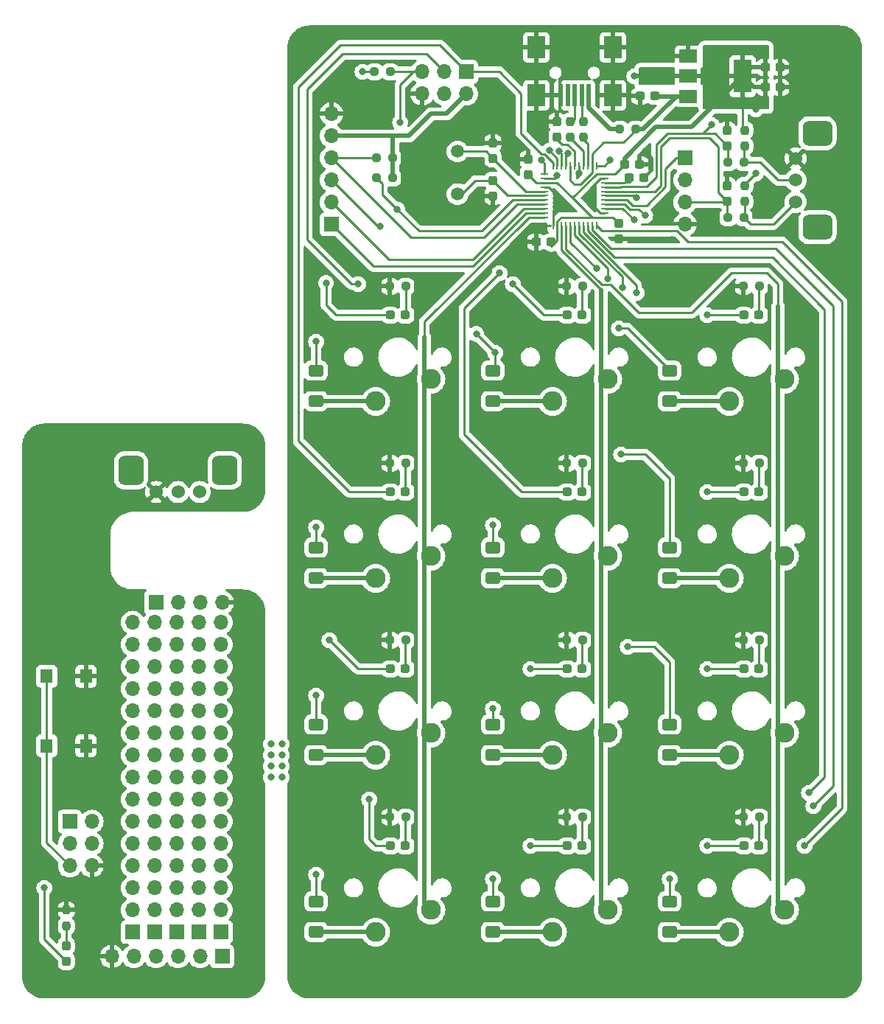
<source format=gtl>
%TF.GenerationSoftware,KiCad,Pcbnew,7.0.7*%
%TF.CreationDate,2023-10-21T15:17:40+02:00*%
%TF.ProjectId,mpad,6d706164-2e6b-4696-9361-645f70636258,rev?*%
%TF.SameCoordinates,Original*%
%TF.FileFunction,Copper,L1,Top*%
%TF.FilePolarity,Positive*%
%FSLAX46Y46*%
G04 Gerber Fmt 4.6, Leading zero omitted, Abs format (unit mm)*
G04 Created by KiCad (PCBNEW 7.0.7) date 2023-10-21 15:17:40*
%MOMM*%
%LPD*%
G01*
G04 APERTURE LIST*
G04 Aperture macros list*
%AMRoundRect*
0 Rectangle with rounded corners*
0 $1 Rounding radius*
0 $2 $3 $4 $5 $6 $7 $8 $9 X,Y pos of 4 corners*
0 Add a 4 corners polygon primitive as box body*
4,1,4,$2,$3,$4,$5,$6,$7,$8,$9,$2,$3,0*
0 Add four circle primitives for the rounded corners*
1,1,$1+$1,$2,$3*
1,1,$1+$1,$4,$5*
1,1,$1+$1,$6,$7*
1,1,$1+$1,$8,$9*
0 Add four rect primitives between the rounded corners*
20,1,$1+$1,$2,$3,$4,$5,0*
20,1,$1+$1,$4,$5,$6,$7,0*
20,1,$1+$1,$6,$7,$8,$9,0*
20,1,$1+$1,$8,$9,$2,$3,0*%
G04 Aperture macros list end*
%TA.AperFunction,ComponentPad*%
%ADD10C,2.286000*%
%TD*%
%TA.AperFunction,SMDPad,CuDef*%
%ADD11RoundRect,0.237500X-0.250000X-0.237500X0.250000X-0.237500X0.250000X0.237500X-0.250000X0.237500X0*%
%TD*%
%TA.AperFunction,SMDPad,CuDef*%
%ADD12RoundRect,0.237500X-0.287500X-0.237500X0.287500X-0.237500X0.287500X0.237500X-0.287500X0.237500X0*%
%TD*%
%TA.AperFunction,ComponentPad*%
%ADD13R,1.700000X1.700000*%
%TD*%
%TA.AperFunction,ComponentPad*%
%ADD14O,1.700000X1.700000*%
%TD*%
%TA.AperFunction,SMDPad,CuDef*%
%ADD15RoundRect,0.237500X0.237500X-0.300000X0.237500X0.300000X-0.237500X0.300000X-0.237500X-0.300000X0*%
%TD*%
%TA.AperFunction,SMDPad,CuDef*%
%ADD16RoundRect,0.250000X-0.600000X0.400000X-0.600000X-0.400000X0.600000X-0.400000X0.600000X0.400000X0*%
%TD*%
%TA.AperFunction,SMDPad,CuDef*%
%ADD17RoundRect,0.237500X0.250000X0.237500X-0.250000X0.237500X-0.250000X-0.237500X0.250000X-0.237500X0*%
%TD*%
%TA.AperFunction,SMDPad,CuDef*%
%ADD18RoundRect,0.237500X0.300000X0.237500X-0.300000X0.237500X-0.300000X-0.237500X0.300000X-0.237500X0*%
%TD*%
%TA.AperFunction,SMDPad,CuDef*%
%ADD19RoundRect,0.062500X-0.062500X0.375000X-0.062500X-0.375000X0.062500X-0.375000X0.062500X0.375000X0*%
%TD*%
%TA.AperFunction,SMDPad,CuDef*%
%ADD20RoundRect,0.062500X-0.375000X0.062500X-0.375000X-0.062500X0.375000X-0.062500X0.375000X0.062500X0*%
%TD*%
%TA.AperFunction,SMDPad,CuDef*%
%ADD21R,1.400000X1.600000*%
%TD*%
%TA.AperFunction,SMDPad,CuDef*%
%ADD22RoundRect,0.237500X-0.237500X0.250000X-0.237500X-0.250000X0.237500X-0.250000X0.237500X0.250000X0*%
%TD*%
%TA.AperFunction,ComponentPad*%
%ADD23C,1.524000*%
%TD*%
%TA.AperFunction,ComponentPad*%
%ADD24RoundRect,0.725000X-0.725000X-0.975000X0.725000X-0.975000X0.725000X0.975000X-0.725000X0.975000X0*%
%TD*%
%TA.AperFunction,SMDPad,CuDef*%
%ADD25RoundRect,0.237500X-0.300000X-0.237500X0.300000X-0.237500X0.300000X0.237500X-0.300000X0.237500X0*%
%TD*%
%TA.AperFunction,SMDPad,CuDef*%
%ADD26RoundRect,0.237500X-0.237500X0.300000X-0.237500X-0.300000X0.237500X-0.300000X0.237500X0.300000X0*%
%TD*%
%TA.AperFunction,SMDPad,CuDef*%
%ADD27RoundRect,0.237500X0.237500X-0.250000X0.237500X0.250000X-0.237500X0.250000X-0.237500X-0.250000X0*%
%TD*%
%TA.AperFunction,SMDPad,CuDef*%
%ADD28R,0.500000X2.500000*%
%TD*%
%TA.AperFunction,SMDPad,CuDef*%
%ADD29R,2.000000X2.500000*%
%TD*%
%TA.AperFunction,SMDPad,CuDef*%
%ADD30R,2.000000X1.500000*%
%TD*%
%TA.AperFunction,SMDPad,CuDef*%
%ADD31R,2.000000X3.800000*%
%TD*%
%TA.AperFunction,ComponentPad*%
%ADD32C,1.500000*%
%TD*%
%TA.AperFunction,SMDPad,CuDef*%
%ADD33RoundRect,0.237500X0.237500X-0.287500X0.237500X0.287500X-0.237500X0.287500X-0.237500X-0.287500X0*%
%TD*%
%TA.AperFunction,ComponentPad*%
%ADD34RoundRect,0.725000X-0.975000X0.725000X-0.975000X-0.725000X0.975000X-0.725000X0.975000X0.725000X0*%
%TD*%
%TA.AperFunction,ViaPad*%
%ADD35C,0.800000*%
%TD*%
%TA.AperFunction,Conductor*%
%ADD36C,0.500000*%
%TD*%
%TA.AperFunction,Conductor*%
%ADD37C,0.250000*%
%TD*%
%TA.AperFunction,Conductor*%
%ADD38C,0.300000*%
%TD*%
G04 APERTURE END LIST*
D10*
%TO.P,K6,1,1*%
%TO.N,Net-(D6-A)*%
X171450000Y-107569000D03*
%TO.P,K6,2,2*%
%TO.N,COL2*%
X177800000Y-105029000D03*
%TD*%
%TO.P,K11,1,1*%
%TO.N,Net-(D11-A)*%
X151130000Y-148209000D03*
%TO.P,K11,2,2*%
%TO.N,COL1*%
X157480000Y-145669000D03*
%TD*%
D11*
%TO.P,R23,1*%
%TO.N,ENB*%
X171299500Y-66167000D03*
%TO.P,R23,2*%
%TO.N,Net-(R21-Pad2)*%
X173124500Y-66167000D03*
%TD*%
D12*
%TO.P,D23,1,K*%
%TO.N,LED11*%
X152795000Y-138303000D03*
%TO.P,D23,2,A*%
%TO.N,Net-(D23-A)*%
X154545000Y-138303000D03*
%TD*%
D13*
%TO.P,J7,1,Pin_1*%
%TO.N,CAP*%
X105537000Y-110363000D03*
D14*
%TO.P,J7,2,Pin_2*%
%TO.N,unconnected-(J7-Pin_2-Pad2)*%
X108077000Y-110363000D03*
%TO.P,J7,3,Pin_3*%
%TO.N,unconnected-(J7-Pin_3-Pad3)*%
X110617000Y-110363000D03*
%TO.P,J7,4,Pin_4*%
%TO.N,GND*%
X113157000Y-110363000D03*
%TD*%
D15*
%TO.P,C8,1*%
%TO.N,ENB*%
X171196000Y-64235500D03*
%TO.P,C8,2*%
%TO.N,GND*%
X171196000Y-62510500D03*
%TD*%
D16*
%TO.P,D10,1,K*%
%TO.N,ROW3*%
X123952000Y-144681000D03*
%TO.P,D10,2,A*%
%TO.N,Net-(D10-A)*%
X123952000Y-148181000D03*
%TD*%
D12*
%TO.P,D22,1,K*%
%TO.N,LED10*%
X132475000Y-138303000D03*
%TO.P,D22,2,A*%
%TO.N,Net-(D22-A)*%
X134225000Y-138303000D03*
%TD*%
D13*
%TO.P,J11,1,Pin_1*%
%TO.N,unconnected-(J11-Pin_1-Pad1)*%
X105410000Y-148209000D03*
D14*
%TO.P,J11,2,Pin_2*%
%TO.N,unconnected-(J11-Pin_2-Pad2)*%
X105410000Y-145669000D03*
%TO.P,J11,3,Pin_3*%
%TO.N,unconnected-(J11-Pin_3-Pad3)*%
X105410000Y-143129000D03*
%TO.P,J11,4,Pin_4*%
%TO.N,unconnected-(J11-Pin_4-Pad4)*%
X105410000Y-140589000D03*
%TO.P,J11,5,Pin_5*%
%TO.N,unconnected-(J11-Pin_5-Pad5)*%
X105410000Y-138049000D03*
%TO.P,J11,6,Pin_6*%
%TO.N,unconnected-(J11-Pin_6-Pad6)*%
X105410000Y-135509000D03*
%TO.P,J11,7,Pin_7*%
%TO.N,unconnected-(J11-Pin_7-Pad7)*%
X105410000Y-132969000D03*
%TO.P,J11,8,Pin_8*%
%TO.N,unconnected-(J11-Pin_8-Pad8)*%
X105410000Y-130429000D03*
%TO.P,J11,9,Pin_9*%
%TO.N,unconnected-(J11-Pin_9-Pad9)*%
X105410000Y-127889000D03*
%TO.P,J11,10,Pin_10*%
%TO.N,unconnected-(J11-Pin_10-Pad10)*%
X105410000Y-125349000D03*
%TO.P,J11,11,Pin_11*%
%TO.N,unconnected-(J11-Pin_11-Pad11)*%
X105410000Y-122809000D03*
%TO.P,J11,12,Pin_12*%
%TO.N,unconnected-(J11-Pin_12-Pad12)*%
X105410000Y-120269000D03*
%TO.P,J11,13,Pin_13*%
%TO.N,unconnected-(J11-Pin_13-Pad13)*%
X105410000Y-117729000D03*
%TO.P,J11,14,Pin_14*%
%TO.N,unconnected-(J11-Pin_14-Pad14)*%
X105410000Y-115189000D03*
%TO.P,J11,15,Pin_15*%
%TO.N,unconnected-(J11-Pin_15-Pad15)*%
X105410000Y-112649000D03*
%TD*%
D13*
%TO.P,J12,1,Pin_1*%
%TO.N,unconnected-(J12-Pin_1-Pad1)*%
X102870000Y-148209000D03*
D14*
%TO.P,J12,2,Pin_2*%
%TO.N,unconnected-(J12-Pin_2-Pad2)*%
X102870000Y-145669000D03*
%TO.P,J12,3,Pin_3*%
%TO.N,unconnected-(J12-Pin_3-Pad3)*%
X102870000Y-143129000D03*
%TO.P,J12,4,Pin_4*%
%TO.N,unconnected-(J12-Pin_4-Pad4)*%
X102870000Y-140589000D03*
%TO.P,J12,5,Pin_5*%
%TO.N,unconnected-(J12-Pin_5-Pad5)*%
X102870000Y-138049000D03*
%TO.P,J12,6,Pin_6*%
%TO.N,unconnected-(J12-Pin_6-Pad6)*%
X102870000Y-135509000D03*
%TO.P,J12,7,Pin_7*%
%TO.N,unconnected-(J12-Pin_7-Pad7)*%
X102870000Y-132969000D03*
%TO.P,J12,8,Pin_8*%
%TO.N,unconnected-(J12-Pin_8-Pad8)*%
X102870000Y-130429000D03*
%TO.P,J12,9,Pin_9*%
%TO.N,unconnected-(J12-Pin_9-Pad9)*%
X102870000Y-127889000D03*
%TO.P,J12,10,Pin_10*%
%TO.N,unconnected-(J12-Pin_10-Pad10)*%
X102870000Y-125349000D03*
%TO.P,J12,11,Pin_11*%
%TO.N,unconnected-(J12-Pin_11-Pad11)*%
X102870000Y-122809000D03*
%TO.P,J12,12,Pin_12*%
%TO.N,unconnected-(J12-Pin_12-Pad12)*%
X102870000Y-120269000D03*
%TO.P,J12,13,Pin_13*%
%TO.N,unconnected-(J12-Pin_13-Pad13)*%
X102870000Y-117729000D03*
%TO.P,J12,14,Pin_14*%
%TO.N,unconnected-(J12-Pin_14-Pad14)*%
X102870000Y-115189000D03*
%TO.P,J12,15,Pin_15*%
%TO.N,unconnected-(J12-Pin_15-Pad15)*%
X102870000Y-112649000D03*
%TD*%
D10*
%TO.P,K1,1,1*%
%TO.N,Net-(D1-A)*%
X130810000Y-87249000D03*
%TO.P,K1,2,2*%
%TO.N,COL0*%
X137160000Y-84709000D03*
%TD*%
%TO.P,K10,1,1*%
%TO.N,Net-(D10-A)*%
X130810000Y-148209000D03*
%TO.P,K10,2,2*%
%TO.N,COL0*%
X137160000Y-145669000D03*
%TD*%
D12*
%TO.P,D24,1,K*%
%TO.N,LED12*%
X173115000Y-138303000D03*
%TO.P,D24,2,A*%
%TO.N,Net-(D24-A)*%
X174865000Y-138303000D03*
%TD*%
D10*
%TO.P,K9,1,1*%
%TO.N,Net-(D9-A)*%
X171450000Y-127889000D03*
%TO.P,K9,2,2*%
%TO.N,COL2*%
X177800000Y-125349000D03*
%TD*%
D17*
%TO.P,R4,1*%
%TO.N,Net-(D16-A)*%
X134262500Y-94361000D03*
%TO.P,R4,2*%
%TO.N,GND*%
X132437500Y-94361000D03*
%TD*%
%TO.P,R15,1*%
%TO.N,+3V3*%
X132738500Y-59309000D03*
%TO.P,R15,2*%
%TO.N,SDA*%
X130913500Y-59309000D03*
%TD*%
D12*
%TO.P,D14,1,K*%
%TO.N,LED2*%
X152795000Y-77343000D03*
%TO.P,D14,2,A*%
%TO.N,Net-(D14-A)*%
X154545000Y-77343000D03*
%TD*%
D16*
%TO.P,D1,1,K*%
%TO.N,ROW0*%
X123952000Y-83721000D03*
%TO.P,D1,2,A*%
%TO.N,Net-(D1-A)*%
X123952000Y-87221000D03*
%TD*%
%TO.P,D6,1,K*%
%TO.N,ROW1*%
X164592000Y-104041000D03*
%TO.P,D6,2,A*%
%TO.N,Net-(D6-A)*%
X164592000Y-107541000D03*
%TD*%
D12*
%TO.P,D21,1,K*%
%TO.N,LED9*%
X173115000Y-117983000D03*
%TO.P,D21,2,A*%
%TO.N,Net-(D21-A)*%
X174865000Y-117983000D03*
%TD*%
D18*
%TO.P,C1,1*%
%TO.N,+3V3*%
X150976500Y-68961000D03*
%TO.P,C1,2*%
%TO.N,GND*%
X149251500Y-68961000D03*
%TD*%
D13*
%TO.P,J6,1,Pin_1*%
%TO.N,unconnected-(J6-Pin_1-Pad1)*%
X113157000Y-151003000D03*
D14*
%TO.P,J6,2,Pin_2*%
%TO.N,unconnected-(J6-Pin_2-Pad2)*%
X110617000Y-151003000D03*
%TO.P,J6,3,Pin_3*%
%TO.N,unconnected-(J6-Pin_3-Pad3)*%
X108077000Y-151003000D03*
%TO.P,J6,4,Pin_4*%
%TO.N,unconnected-(J6-Pin_4-Pad4)*%
X105537000Y-151003000D03*
%TO.P,J6,5,Pin_5*%
%TO.N,unconnected-(J6-Pin_5-Pad5)*%
X102997000Y-151003000D03*
%TO.P,J6,6,Pin_6*%
%TO.N,GND*%
X100457000Y-151003000D03*
%TD*%
D19*
%TO.P,U2,1,PE6*%
%TO.N,LED6*%
X156170000Y-60189500D03*
%TO.P,U2,2,UVCC*%
%TO.N,+5V*%
X155670000Y-60189500D03*
%TO.P,U2,3,D-*%
%TO.N,Net-(U2-D-)*%
X155170000Y-60189500D03*
%TO.P,U2,4,D+*%
%TO.N,Net-(U2-D+)*%
X154670000Y-60189500D03*
%TO.P,U2,5,UGND*%
%TO.N,GND*%
X154170000Y-60189500D03*
%TO.P,U2,6,UCAP*%
%TO.N,Net-(U2-UCAP)*%
X153670000Y-60189500D03*
%TO.P,U2,7,VBUS*%
%TO.N,+5V*%
X153170000Y-60189500D03*
%TO.P,U2,8,PB0*%
%TO.N,LED3*%
X152670000Y-60189500D03*
%TO.P,U2,9,PB1*%
%TO.N,LED2*%
X152170000Y-60189500D03*
%TO.P,U2,10,PB2*%
%TO.N,LED1*%
X151670000Y-60189500D03*
%TO.P,U2,11,PB3*%
%TO.N,LED4*%
X151170000Y-60189500D03*
D20*
%TO.P,U2,12,PB7*%
%TO.N,ROW3*%
X150232500Y-61127000D03*
%TO.P,U2,13,~{RESET}*%
%TO.N,/RST*%
X150232500Y-61627000D03*
%TO.P,U2,14,VCC*%
%TO.N,+3V3*%
X150232500Y-62127000D03*
%TO.P,U2,15,GND*%
%TO.N,GND*%
X150232500Y-62627000D03*
%TO.P,U2,16,XTAL2*%
%TO.N,Net-(U2-XTAL2)*%
X150232500Y-63127000D03*
%TO.P,U2,17,XTAL1*%
%TO.N,Net-(U2-XTAL1)*%
X150232500Y-63627000D03*
%TO.P,U2,18,PD0*%
%TO.N,SCL*%
X150232500Y-64127000D03*
%TO.P,U2,19,PD1*%
%TO.N,SDA*%
X150232500Y-64627000D03*
%TO.P,U2,20,PD2*%
%TO.N,RXD*%
X150232500Y-65127000D03*
%TO.P,U2,21,PD3*%
%TO.N,TXD*%
X150232500Y-65627000D03*
%TO.P,U2,22,PD5*%
%TO.N,COL0*%
X150232500Y-66127000D03*
D19*
%TO.P,U2,23,GND*%
%TO.N,GND*%
X151170000Y-67064500D03*
%TO.P,U2,24,AVCC*%
%TO.N,+3V3*%
X151670000Y-67064500D03*
%TO.P,U2,25,PD4*%
%TO.N,COL1*%
X152170000Y-67064500D03*
%TO.P,U2,26,PD6*%
%TO.N,COL2*%
X152670000Y-67064500D03*
%TO.P,U2,27,PD7*%
%TO.N,LED8*%
X153170000Y-67064500D03*
%TO.P,U2,28,PB4*%
%TO.N,ROW0*%
X153670000Y-67064500D03*
%TO.P,U2,29,PB5*%
%TO.N,ROW1*%
X154170000Y-67064500D03*
%TO.P,U2,30,PB6*%
%TO.N,ROW2*%
X154670000Y-67064500D03*
%TO.P,U2,31,PC6*%
%TO.N,LED10*%
X155170000Y-67064500D03*
%TO.P,U2,32,PC7*%
%TO.N,LED11*%
X155670000Y-67064500D03*
%TO.P,U2,33,~{HWB}/PE2*%
%TO.N,LED12*%
X156170000Y-67064500D03*
D20*
%TO.P,U2,34,VCC*%
%TO.N,+3V3*%
X157107500Y-66127000D03*
%TO.P,U2,35,GND*%
%TO.N,GND*%
X157107500Y-65627000D03*
%TO.P,U2,36,PF7*%
%TO.N,LED7*%
X157107500Y-65127000D03*
%TO.P,U2,37,PF6*%
%TO.N,LED5*%
X157107500Y-64627000D03*
%TO.P,U2,38,PF5*%
%TO.N,CAP1*%
X157107500Y-64127000D03*
%TO.P,U2,39,PF4*%
%TO.N,LED9*%
X157107500Y-63627000D03*
%TO.P,U2,40,PF1*%
%TO.N,ENB*%
X157107500Y-63127000D03*
%TO.P,U2,41,PF0*%
%TO.N,ENA*%
X157107500Y-62627000D03*
%TO.P,U2,42,AREF*%
%TO.N,Net-(U2-AREF)*%
X157107500Y-62127000D03*
%TO.P,U2,43,GND*%
%TO.N,GND*%
X157107500Y-61627000D03*
%TO.P,U2,44,AVCC*%
%TO.N,+3V3*%
X157107500Y-61127000D03*
%TD*%
D10*
%TO.P,K8,1,1*%
%TO.N,Net-(D8-A)*%
X151130000Y-127889000D03*
%TO.P,K8,2,2*%
%TO.N,COL1*%
X157480000Y-125349000D03*
%TD*%
D12*
%TO.P,D20,1,K*%
%TO.N,LED8*%
X152795000Y-117983000D03*
%TO.P,D20,2,A*%
%TO.N,Net-(D20-A)*%
X154545000Y-117983000D03*
%TD*%
D15*
%TO.P,C13,1*%
%TO.N,Net-(U2-UCAP)*%
X151638000Y-56869500D03*
%TO.P,C13,2*%
%TO.N,GND*%
X151638000Y-55144500D03*
%TD*%
D13*
%TO.P,J2,1,Pin_1*%
%TO.N,CAP1*%
X166370000Y-59309000D03*
D14*
%TO.P,J2,2,Pin_2*%
%TO.N,ENA*%
X166370000Y-61849000D03*
%TO.P,J2,3,Pin_3*%
%TO.N,ENB*%
X166370000Y-64389000D03*
%TO.P,J2,4,Pin_4*%
%TO.N,GND*%
X166370000Y-66929000D03*
%TD*%
D21*
%TO.P,SW1,1,1*%
%TO.N,GND*%
X97500000Y-118809000D03*
X97500000Y-126809000D03*
%TO.P,SW1,2,2*%
%TO.N,Net-(J4-Pin_5)*%
X93000000Y-118809000D03*
X93000000Y-126809000D03*
%TD*%
D17*
%TO.P,R5,1*%
%TO.N,Net-(D17-A)*%
X154582500Y-94361000D03*
%TO.P,R5,2*%
%TO.N,GND*%
X152757500Y-94361000D03*
%TD*%
D16*
%TO.P,D9,1,K*%
%TO.N,ROW2*%
X164592000Y-124361000D03*
%TO.P,D9,2,A*%
%TO.N,Net-(D9-A)*%
X164592000Y-127861000D03*
%TD*%
D12*
%TO.P,D17,1,K*%
%TO.N,LED5*%
X152795000Y-97663000D03*
%TO.P,D17,2,A*%
%TO.N,Net-(D17-A)*%
X154545000Y-97663000D03*
%TD*%
D10*
%TO.P,K5,1,1*%
%TO.N,Net-(D5-A)*%
X151130000Y-107569000D03*
%TO.P,K5,2,2*%
%TO.N,COL1*%
X157480000Y-105029000D03*
%TD*%
D22*
%TO.P,R20,1*%
%TO.N,+3V3*%
X173228000Y-56110500D03*
%TO.P,R20,2*%
%TO.N,Net-(R20-Pad2)*%
X173228000Y-57935500D03*
%TD*%
D17*
%TO.P,R3,1*%
%TO.N,Net-(D15-A)*%
X174902500Y-74041000D03*
%TO.P,R3,2*%
%TO.N,GND*%
X173077500Y-74041000D03*
%TD*%
D23*
%TO.P,SW3,A,A*%
%TO.N,unconnected-(SW3-PadA)*%
X108077000Y-97663000D03*
%TO.P,SW3,B,B*%
%TO.N,unconnected-(SW3-PadB)*%
X110577000Y-97663000D03*
%TO.P,SW3,C,C*%
%TO.N,GND*%
X105577000Y-97663000D03*
D24*
%TO.P,SW3,SH*%
%TO.N,N/C*%
X113477000Y-95163000D03*
X102677000Y-95163000D03*
%TD*%
D25*
%TO.P,C5,1*%
%TO.N,+3V3*%
X159411500Y-60071000D03*
%TO.P,C5,2*%
%TO.N,GND*%
X161136500Y-60071000D03*
%TD*%
D26*
%TO.P,C3,1*%
%TO.N,+3V3*%
X158750000Y-66828500D03*
%TO.P,C3,2*%
%TO.N,GND*%
X158750000Y-68553500D03*
%TD*%
D18*
%TO.P,C10,1*%
%TO.N,+5V*%
X162914500Y-52197000D03*
%TO.P,C10,2*%
%TO.N,GND*%
X161189500Y-52197000D03*
%TD*%
D17*
%TO.P,R2,1*%
%TO.N,Net-(D14-A)*%
X154582500Y-74041000D03*
%TO.P,R2,2*%
%TO.N,GND*%
X152757500Y-74041000D03*
%TD*%
D10*
%TO.P,K4,1,1*%
%TO.N,Net-(D4-A)*%
X130810000Y-107569000D03*
%TO.P,K4,2,2*%
%TO.N,COL0*%
X137160000Y-105029000D03*
%TD*%
D17*
%TO.P,R12,1*%
%TO.N,Net-(D24-A)*%
X174902500Y-135001000D03*
%TO.P,R12,2*%
%TO.N,GND*%
X173077500Y-135001000D03*
%TD*%
%TO.P,R6,1*%
%TO.N,Net-(D18-A)*%
X174902500Y-94361000D03*
%TO.P,R6,2*%
%TO.N,GND*%
X173077500Y-94361000D03*
%TD*%
D10*
%TO.P,K2,1,1*%
%TO.N,Net-(D2-A)*%
X151130000Y-87249000D03*
%TO.P,K2,2,2*%
%TO.N,COL1*%
X157480000Y-84709000D03*
%TD*%
D17*
%TO.P,R11,1*%
%TO.N,Net-(D23-A)*%
X154582500Y-135001000D03*
%TO.P,R11,2*%
%TO.N,GND*%
X152757500Y-135001000D03*
%TD*%
D13*
%TO.P,J3,1,Pin_1*%
%TO.N,LED4*%
X141224000Y-49403000D03*
D14*
%TO.P,J3,2,Pin_2*%
%TO.N,+3V3*%
X141224000Y-51943000D03*
%TO.P,J3,3,Pin_3*%
%TO.N,LED2*%
X138684000Y-49403000D03*
%TO.P,J3,4,Pin_4*%
%TO.N,LED1*%
X138684000Y-51943000D03*
%TO.P,J3,5,Pin_5*%
%TO.N,/RST*%
X136144000Y-49403000D03*
%TO.P,J3,6,Pin_6*%
%TO.N,GND*%
X136144000Y-51943000D03*
%TD*%
D27*
%TO.P,R18,1*%
%TO.N,Net-(U2-D-)*%
X154686000Y-56919500D03*
%TO.P,R18,2*%
%TO.N,Net-(J1-D-)*%
X154686000Y-55094500D03*
%TD*%
D16*
%TO.P,D3,1,K*%
%TO.N,ROW0*%
X164592000Y-83721000D03*
%TO.P,D3,2,A*%
%TO.N,Net-(D3-A)*%
X164592000Y-87221000D03*
%TD*%
%TO.P,D4,1,K*%
%TO.N,ROW1*%
X123952000Y-104041000D03*
%TO.P,D4,2,A*%
%TO.N,Net-(D4-A)*%
X123952000Y-107541000D03*
%TD*%
D17*
%TO.P,R14,1*%
%TO.N,+3V3*%
X132738500Y-61595000D03*
%TO.P,R14,2*%
%TO.N,SCL*%
X130913500Y-61595000D03*
%TD*%
D22*
%TO.P,R21,1*%
%TO.N,+3V3*%
X173228000Y-62460500D03*
%TO.P,R21,2*%
%TO.N,Net-(R21-Pad2)*%
X173228000Y-64285500D03*
%TD*%
D12*
%TO.P,D19,1,K*%
%TO.N,LED7*%
X132475000Y-117983000D03*
%TO.P,D19,2,A*%
%TO.N,Net-(D19-A)*%
X134225000Y-117983000D03*
%TD*%
D17*
%TO.P,R16,1*%
%TO.N,/RST*%
X132484500Y-49403000D03*
%TO.P,R16,2*%
%TO.N,+3V3*%
X130659500Y-49403000D03*
%TD*%
D28*
%TO.P,J1,1,VBUS*%
%TO.N,Net-(J1-VBUS)*%
X155270000Y-52109000D03*
%TO.P,J1,2,D-*%
%TO.N,Net-(J1-D-)*%
X154470000Y-52109000D03*
%TO.P,J1,3,D+*%
%TO.N,Net-(J1-D+)*%
X153670000Y-52109000D03*
%TO.P,J1,4,ID*%
%TO.N,unconnected-(J1-ID-Pad4)*%
X152870000Y-52109000D03*
%TO.P,J1,5,GND*%
%TO.N,GND*%
X152070000Y-52109000D03*
D29*
%TO.P,J1,6,Shield*%
X158070000Y-52109000D03*
X158070000Y-46609000D03*
X149270000Y-52109000D03*
X149270000Y-46609000D03*
%TD*%
D12*
%TO.P,D18,1,K*%
%TO.N,LED6*%
X173115000Y-97663000D03*
%TO.P,D18,2,A*%
%TO.N,Net-(D18-A)*%
X174865000Y-97663000D03*
%TD*%
D10*
%TO.P,K12,1,1*%
%TO.N,Net-(D12-A)*%
X171450000Y-148209000D03*
%TO.P,K12,2,2*%
%TO.N,COL2*%
X177800000Y-145669000D03*
%TD*%
D13*
%TO.P,J5,1,Pin_1*%
%TO.N,TXD*%
X125730000Y-66929000D03*
D14*
%TO.P,J5,2,Pin_2*%
%TO.N,RXD*%
X125730000Y-64389000D03*
%TO.P,J5,3,Pin_3*%
%TO.N,SCL*%
X125730000Y-61849000D03*
%TO.P,J5,4,Pin_4*%
%TO.N,SDA*%
X125730000Y-59309000D03*
%TO.P,J5,5,Pin_5*%
%TO.N,+3V3*%
X125730000Y-56769000D03*
%TO.P,J5,6,Pin_6*%
%TO.N,GND*%
X125730000Y-54229000D03*
%TD*%
D13*
%TO.P,J10,1,Pin_1*%
%TO.N,unconnected-(J10-Pin_1-Pad1)*%
X107950000Y-148209000D03*
D14*
%TO.P,J10,2,Pin_2*%
%TO.N,unconnected-(J10-Pin_2-Pad2)*%
X107950000Y-145669000D03*
%TO.P,J10,3,Pin_3*%
%TO.N,unconnected-(J10-Pin_3-Pad3)*%
X107950000Y-143129000D03*
%TO.P,J10,4,Pin_4*%
%TO.N,unconnected-(J10-Pin_4-Pad4)*%
X107950000Y-140589000D03*
%TO.P,J10,5,Pin_5*%
%TO.N,unconnected-(J10-Pin_5-Pad5)*%
X107950000Y-138049000D03*
%TO.P,J10,6,Pin_6*%
%TO.N,unconnected-(J10-Pin_6-Pad6)*%
X107950000Y-135509000D03*
%TO.P,J10,7,Pin_7*%
%TO.N,unconnected-(J10-Pin_7-Pad7)*%
X107950000Y-132969000D03*
%TO.P,J10,8,Pin_8*%
%TO.N,unconnected-(J10-Pin_8-Pad8)*%
X107950000Y-130429000D03*
%TO.P,J10,9,Pin_9*%
%TO.N,unconnected-(J10-Pin_9-Pad9)*%
X107950000Y-127889000D03*
%TO.P,J10,10,Pin_10*%
%TO.N,unconnected-(J10-Pin_10-Pad10)*%
X107950000Y-125349000D03*
%TO.P,J10,11,Pin_11*%
%TO.N,unconnected-(J10-Pin_11-Pad11)*%
X107950000Y-122809000D03*
%TO.P,J10,12,Pin_12*%
%TO.N,unconnected-(J10-Pin_12-Pad12)*%
X107950000Y-120269000D03*
%TO.P,J10,13,Pin_13*%
%TO.N,unconnected-(J10-Pin_13-Pad13)*%
X107950000Y-117729000D03*
%TO.P,J10,14,Pin_14*%
%TO.N,unconnected-(J10-Pin_14-Pad14)*%
X107950000Y-115189000D03*
%TO.P,J10,15,Pin_15*%
%TO.N,unconnected-(J10-Pin_15-Pad15)*%
X107950000Y-112649000D03*
%TD*%
D10*
%TO.P,K3,1,1*%
%TO.N,Net-(D3-A)*%
X171450000Y-87249000D03*
%TO.P,K3,2,2*%
%TO.N,COL2*%
X177800000Y-84709000D03*
%TD*%
D16*
%TO.P,D12,1,K*%
%TO.N,ROW3*%
X164592000Y-144681000D03*
%TO.P,D12,2,A*%
%TO.N,Net-(D12-A)*%
X164592000Y-148181000D03*
%TD*%
%TO.P,D7,1,K*%
%TO.N,ROW2*%
X123952000Y-124361000D03*
%TO.P,D7,2,A*%
%TO.N,Net-(D7-A)*%
X123952000Y-127861000D03*
%TD*%
D13*
%TO.P,J9,1,Pin_1*%
%TO.N,unconnected-(J9-Pin_1-Pad1)*%
X110490000Y-148209000D03*
D14*
%TO.P,J9,2,Pin_2*%
%TO.N,unconnected-(J9-Pin_2-Pad2)*%
X110490000Y-145669000D03*
%TO.P,J9,3,Pin_3*%
%TO.N,unconnected-(J9-Pin_3-Pad3)*%
X110490000Y-143129000D03*
%TO.P,J9,4,Pin_4*%
%TO.N,unconnected-(J9-Pin_4-Pad4)*%
X110490000Y-140589000D03*
%TO.P,J9,5,Pin_5*%
%TO.N,unconnected-(J9-Pin_5-Pad5)*%
X110490000Y-138049000D03*
%TO.P,J9,6,Pin_6*%
%TO.N,unconnected-(J9-Pin_6-Pad6)*%
X110490000Y-135509000D03*
%TO.P,J9,7,Pin_7*%
%TO.N,unconnected-(J9-Pin_7-Pad7)*%
X110490000Y-132969000D03*
%TO.P,J9,8,Pin_8*%
%TO.N,unconnected-(J9-Pin_8-Pad8)*%
X110490000Y-130429000D03*
%TO.P,J9,9,Pin_9*%
%TO.N,unconnected-(J9-Pin_9-Pad9)*%
X110490000Y-127889000D03*
%TO.P,J9,10,Pin_10*%
%TO.N,unconnected-(J9-Pin_10-Pad10)*%
X110490000Y-125349000D03*
%TO.P,J9,11,Pin_11*%
%TO.N,unconnected-(J9-Pin_11-Pad11)*%
X110490000Y-122809000D03*
%TO.P,J9,12,Pin_12*%
%TO.N,unconnected-(J9-Pin_12-Pad12)*%
X110490000Y-120269000D03*
%TO.P,J9,13,Pin_13*%
%TO.N,unconnected-(J9-Pin_13-Pad13)*%
X110490000Y-117729000D03*
%TO.P,J9,14,Pin_14*%
%TO.N,unconnected-(J9-Pin_14-Pad14)*%
X110490000Y-115189000D03*
%TO.P,J9,15,Pin_15*%
%TO.N,unconnected-(J9-Pin_15-Pad15)*%
X110490000Y-112649000D03*
%TD*%
D30*
%TO.P,U1,1,GND*%
%TO.N,GND*%
X166674000Y-47611000D03*
%TO.P,U1,2,VO*%
%TO.N,+3V3*%
X166674000Y-49911000D03*
D31*
X172974000Y-49911000D03*
D30*
%TO.P,U1,3,VI*%
%TO.N,+5V*%
X166674000Y-52211000D03*
%TD*%
D32*
%TO.P,Y1,1,1*%
%TO.N,Net-(U2-XTAL1)*%
X140208000Y-63447000D03*
%TO.P,Y1,2,2*%
%TO.N,Net-(U2-XTAL2)*%
X140208000Y-58547000D03*
%TD*%
D17*
%TO.P,R7,1*%
%TO.N,Net-(D19-A)*%
X134262500Y-114681000D03*
%TO.P,R7,2*%
%TO.N,GND*%
X132437500Y-114681000D03*
%TD*%
D12*
%TO.P,D15,1,K*%
%TO.N,LED3*%
X173115000Y-77343000D03*
%TO.P,D15,2,A*%
%TO.N,Net-(D15-A)*%
X174865000Y-77343000D03*
%TD*%
D26*
%TO.P,C2,1*%
%TO.N,Net-(U2-XTAL1)*%
X144272000Y-61912500D03*
%TO.P,C2,2*%
%TO.N,GND*%
X144272000Y-63637500D03*
%TD*%
D15*
%TO.P,C9,1*%
%TO.N,ENA*%
X171196000Y-57885500D03*
%TO.P,C9,2*%
%TO.N,GND*%
X171196000Y-56160500D03*
%TD*%
D13*
%TO.P,J4,1,Pin_1*%
%TO.N,unconnected-(J4-Pin_1-Pad1)*%
X95631000Y-135509000D03*
D14*
%TO.P,J4,2,Pin_2*%
%TO.N,unconnected-(J4-Pin_2-Pad2)*%
X98171000Y-135509000D03*
%TO.P,J4,3,Pin_3*%
%TO.N,unconnected-(J4-Pin_3-Pad3)*%
X95631000Y-138049000D03*
%TO.P,J4,4,Pin_4*%
%TO.N,unconnected-(J4-Pin_4-Pad4)*%
X98171000Y-138049000D03*
%TO.P,J4,5,Pin_5*%
%TO.N,Net-(J4-Pin_5)*%
X95631000Y-140589000D03*
%TO.P,J4,6,Pin_6*%
%TO.N,GND*%
X98171000Y-140589000D03*
%TD*%
D10*
%TO.P,K7,1,1*%
%TO.N,Net-(D7-A)*%
X130810000Y-127889000D03*
%TO.P,K7,2,2*%
%TO.N,COL0*%
X137160000Y-125349000D03*
%TD*%
D11*
%TO.P,R22,1*%
%TO.N,ENA*%
X171299500Y-59817000D03*
%TO.P,R22,2*%
%TO.N,Net-(R20-Pad2)*%
X173124500Y-59817000D03*
%TD*%
D16*
%TO.P,D5,1,K*%
%TO.N,ROW1*%
X144272000Y-104041000D03*
%TO.P,D5,2,A*%
%TO.N,Net-(D5-A)*%
X144272000Y-107541000D03*
%TD*%
D27*
%TO.P,R17,1*%
%TO.N,Net-(U2-D+)*%
X153162000Y-56919500D03*
%TO.P,R17,2*%
%TO.N,Net-(J1-D+)*%
X153162000Y-55094500D03*
%TD*%
D25*
%TO.P,C6,1*%
%TO.N,Net-(U2-AREF)*%
X159919500Y-61595000D03*
%TO.P,C6,2*%
%TO.N,GND*%
X161644500Y-61595000D03*
%TD*%
D17*
%TO.P,R19,1*%
%TO.N,+5V*%
X160678500Y-56007000D03*
%TO.P,R19,2*%
%TO.N,Net-(J1-VBUS)*%
X158853500Y-56007000D03*
%TD*%
%TO.P,R9,1*%
%TO.N,Net-(D21-A)*%
X174902500Y-114681000D03*
%TO.P,R9,2*%
%TO.N,GND*%
X173077500Y-114681000D03*
%TD*%
D16*
%TO.P,D11,1,K*%
%TO.N,ROW3*%
X144272000Y-144681000D03*
%TO.P,D11,2,A*%
%TO.N,Net-(D11-A)*%
X144272000Y-148181000D03*
%TD*%
D25*
%TO.P,C11,1*%
%TO.N,+3V3*%
X175565500Y-51181000D03*
%TO.P,C11,2*%
%TO.N,GND*%
X177290500Y-51181000D03*
%TD*%
D17*
%TO.P,R10,1*%
%TO.N,Net-(D22-A)*%
X134262500Y-135001000D03*
%TO.P,R10,2*%
%TO.N,GND*%
X132437500Y-135001000D03*
%TD*%
D12*
%TO.P,D13,1,K*%
%TO.N,LED1*%
X132475000Y-77343000D03*
%TO.P,D13,2,A*%
%TO.N,Net-(D13-A)*%
X134225000Y-77343000D03*
%TD*%
D15*
%TO.P,C7,1*%
%TO.N,+3V3*%
X148336000Y-61187500D03*
%TO.P,C7,2*%
%TO.N,GND*%
X148336000Y-59462500D03*
%TD*%
D27*
%TO.P,R13,1*%
%TO.N,Net-(CAP1-A)*%
X95250000Y-147494000D03*
%TO.P,R13,2*%
%TO.N,GND*%
X95250000Y-145669000D03*
%TD*%
D17*
%TO.P,R8,1*%
%TO.N,Net-(D20-A)*%
X154582500Y-114681000D03*
%TO.P,R8,2*%
%TO.N,GND*%
X152757500Y-114681000D03*
%TD*%
D33*
%TO.P,CAP1,1,K*%
%TO.N,CAP*%
X95250000Y-151520500D03*
%TO.P,CAP1,2,A*%
%TO.N,Net-(CAP1-A)*%
X95250000Y-149770500D03*
%TD*%
D13*
%TO.P,J8,1,Pin_1*%
%TO.N,unconnected-(J8-Pin_1-Pad1)*%
X113030000Y-148209000D03*
D14*
%TO.P,J8,2,Pin_2*%
%TO.N,unconnected-(J8-Pin_2-Pad2)*%
X113030000Y-145669000D03*
%TO.P,J8,3,Pin_3*%
%TO.N,unconnected-(J8-Pin_3-Pad3)*%
X113030000Y-143129000D03*
%TO.P,J8,4,Pin_4*%
%TO.N,unconnected-(J8-Pin_4-Pad4)*%
X113030000Y-140589000D03*
%TO.P,J8,5,Pin_5*%
%TO.N,unconnected-(J8-Pin_5-Pad5)*%
X113030000Y-138049000D03*
%TO.P,J8,6,Pin_6*%
%TO.N,unconnected-(J8-Pin_6-Pad6)*%
X113030000Y-135509000D03*
%TO.P,J8,7,Pin_7*%
%TO.N,unconnected-(J8-Pin_7-Pad7)*%
X113030000Y-132969000D03*
%TO.P,J8,8,Pin_8*%
%TO.N,unconnected-(J8-Pin_8-Pad8)*%
X113030000Y-130429000D03*
%TO.P,J8,9,Pin_9*%
%TO.N,unconnected-(J8-Pin_9-Pad9)*%
X113030000Y-127889000D03*
%TO.P,J8,10,Pin_10*%
%TO.N,unconnected-(J8-Pin_10-Pad10)*%
X113030000Y-125349000D03*
%TO.P,J8,11,Pin_11*%
%TO.N,unconnected-(J8-Pin_11-Pad11)*%
X113030000Y-122809000D03*
%TO.P,J8,12,Pin_12*%
%TO.N,unconnected-(J8-Pin_12-Pad12)*%
X113030000Y-120269000D03*
%TO.P,J8,13,Pin_13*%
%TO.N,unconnected-(J8-Pin_13-Pad13)*%
X113030000Y-117729000D03*
%TO.P,J8,14,Pin_14*%
%TO.N,unconnected-(J8-Pin_14-Pad14)*%
X113030000Y-115189000D03*
%TO.P,J8,15,Pin_15*%
%TO.N,unconnected-(J8-Pin_15-Pad15)*%
X113030000Y-112649000D03*
%TD*%
D15*
%TO.P,C4,1*%
%TO.N,Net-(U2-XTAL2)*%
X144272000Y-59319500D03*
%TO.P,C4,2*%
%TO.N,GND*%
X144272000Y-57594500D03*
%TD*%
D12*
%TO.P,D16,1,K*%
%TO.N,LED4*%
X132475000Y-97663000D03*
%TO.P,D16,2,A*%
%TO.N,Net-(D16-A)*%
X134225000Y-97663000D03*
%TD*%
D16*
%TO.P,D8,1,K*%
%TO.N,ROW2*%
X144272000Y-124361000D03*
%TO.P,D8,2,A*%
%TO.N,Net-(D8-A)*%
X144272000Y-127861000D03*
%TD*%
D25*
%TO.P,C12,1*%
%TO.N,+3V3*%
X175565500Y-48895000D03*
%TO.P,C12,2*%
%TO.N,GND*%
X177290500Y-48895000D03*
%TD*%
D16*
%TO.P,D2,1,K*%
%TO.N,ROW0*%
X144272000Y-83721000D03*
%TO.P,D2,2,A*%
%TO.N,Net-(D2-A)*%
X144272000Y-87221000D03*
%TD*%
D23*
%TO.P,SW2,A,A*%
%TO.N,Net-(R20-Pad2)*%
X179070000Y-61849000D03*
%TO.P,SW2,B,B*%
%TO.N,Net-(R21-Pad2)*%
X179070000Y-64349000D03*
%TO.P,SW2,C,C*%
%TO.N,GND*%
X179070000Y-59349000D03*
D34*
%TO.P,SW2,SH*%
%TO.N,N/C*%
X181570000Y-67249000D03*
X181570000Y-56449000D03*
%TD*%
D17*
%TO.P,R1,1*%
%TO.N,Net-(D13-A)*%
X134262500Y-74041000D03*
%TO.P,R1,2*%
%TO.N,GND*%
X132437500Y-74041000D03*
%TD*%
D35*
%TO.N,*%
X120015000Y-126619000D03*
X120015000Y-130429000D03*
X118745000Y-129159000D03*
X120015000Y-129159000D03*
X118745000Y-127889000D03*
X118745000Y-130429000D03*
X120015000Y-127889000D03*
X118745000Y-126619000D03*
%TO.N,GND*%
X158750000Y-153289000D03*
X135890000Y-61849000D03*
X138430000Y-92329000D03*
X161290000Y-46609000D03*
X123190000Y-150749000D03*
X154170000Y-61087000D03*
X138430000Y-61849000D03*
X143510000Y-112649000D03*
X166370000Y-92329000D03*
X130810000Y-51689000D03*
X138430000Y-153289000D03*
X166370000Y-153289000D03*
X171196000Y-75565000D03*
X171196000Y-54737000D03*
X133350000Y-153289000D03*
X184150000Y-49149000D03*
X145796000Y-46609000D03*
X128270000Y-51689000D03*
X181610000Y-150749000D03*
X177292000Y-57023000D03*
X184150000Y-140589000D03*
X140970000Y-138049000D03*
X171450000Y-92329000D03*
X149098000Y-67437000D03*
X166370000Y-79629000D03*
X173990000Y-153289000D03*
X164846000Y-74803000D03*
X130810000Y-92329000D03*
X138430000Y-56769000D03*
X153670000Y-153289000D03*
X168910000Y-153289000D03*
X166370000Y-112649000D03*
X158750000Y-112649000D03*
X184150000Y-153289000D03*
X135890000Y-153289000D03*
X172212000Y-61087000D03*
X184150000Y-148209000D03*
X153670000Y-46609000D03*
X128270000Y-153289000D03*
X171450000Y-112649000D03*
X123190000Y-46609000D03*
X161290000Y-138049000D03*
X135890000Y-59309000D03*
X184150000Y-46609000D03*
X184150000Y-150749000D03*
X148590000Y-153289000D03*
X140970000Y-112649000D03*
X156210000Y-153289000D03*
X181610000Y-153289000D03*
X146050000Y-112649000D03*
X140970000Y-153289000D03*
X164846000Y-68707000D03*
X184150000Y-72009000D03*
X135890000Y-64389000D03*
X143510000Y-153289000D03*
X161290000Y-120269000D03*
X181610000Y-49149000D03*
X146050000Y-153289000D03*
X184150000Y-61849000D03*
X184150000Y-51689000D03*
X163830000Y-46609000D03*
X181610000Y-51689000D03*
X176530000Y-153289000D03*
X151130000Y-153289000D03*
X168910000Y-66929000D03*
X130810000Y-153289000D03*
X181610000Y-46609000D03*
X161798000Y-58547000D03*
X161290000Y-153289000D03*
X138430000Y-59309000D03*
X184150000Y-143129000D03*
X184150000Y-145669000D03*
X138430000Y-112649000D03*
X179070000Y-92329000D03*
X163830000Y-153289000D03*
X140970000Y-117729000D03*
X125730000Y-153289000D03*
X151130000Y-92329000D03*
X125730000Y-92329000D03*
X140970000Y-140589000D03*
X163830000Y-130429000D03*
X151892000Y-64643000D03*
X179070000Y-46609000D03*
X123190000Y-153289000D03*
X171450000Y-153289000D03*
X179070000Y-153289000D03*
X151130000Y-112649000D03*
X146050000Y-92329000D03*
X179070000Y-112649000D03*
X166370000Y-54229000D03*
X176530000Y-63500000D03*
X147066000Y-69215000D03*
X155448000Y-63881000D03*
%TO.N,/RST*%
X133604000Y-55207500D03*
X151638000Y-61341000D03*
%TO.N,ROW0*%
X142367000Y-79502000D03*
X144526000Y-81661000D03*
X158750000Y-78867000D03*
X157480000Y-73123896D03*
X123952000Y-80391000D03*
%TO.N,ROW1*%
X159135299Y-74163701D03*
X123952000Y-101727000D03*
X159004000Y-93345000D03*
X144272000Y-101473000D03*
%TO.N,ROW2*%
X123952000Y-121031000D03*
X160782000Y-74803000D03*
X159766000Y-115443000D03*
X144272000Y-122555000D03*
%TO.N,ROW3*%
X144272000Y-142113000D03*
X164592000Y-142113000D03*
X123952000Y-141605000D03*
X149860000Y-59563000D03*
%TO.N,LED1*%
X125095000Y-73660000D03*
X150785906Y-58439003D03*
%TO.N,LED2*%
X151905251Y-58533749D03*
X146558000Y-73787000D03*
X128778000Y-73787000D03*
%TO.N,LED3*%
X152903701Y-58805299D03*
X168910000Y-77343000D03*
%TO.N,LED5*%
X161777500Y-65913000D03*
X145034000Y-72517000D03*
%TO.N,LED6*%
X157734000Y-59563000D03*
X168910000Y-97663000D03*
%TO.N,LED7*%
X160528000Y-66421000D03*
X125476000Y-114681000D03*
%TO.N,LED8*%
X148590000Y-117983000D03*
X156210000Y-72009000D03*
%TO.N,LED9*%
X168910000Y-117983000D03*
X160782000Y-63881000D03*
%TO.N,LED10*%
X130048000Y-132969000D03*
X180594000Y-132207000D03*
%TO.N,LED11*%
X181102000Y-133731000D03*
X148590000Y-138303000D03*
%TO.N,LED12*%
X180086000Y-138303000D03*
X168910000Y-138303000D03*
%TO.N,+3V3*%
X174498000Y-53721000D03*
X160528000Y-49911000D03*
X174498000Y-61087000D03*
X129286000Y-49403000D03*
%TO.N,ENA*%
X169418000Y-55499000D03*
%TO.N,CAP*%
X92710000Y-143129000D03*
%TO.N,SCL*%
X133291850Y-65209150D03*
X131318000Y-67183000D03*
%TD*%
D36*
%TO.N,+5V*%
X161544000Y-56007000D02*
X165340000Y-52211000D01*
D37*
X153670000Y-62357000D02*
X154303604Y-62357000D01*
D36*
X160678500Y-56007000D02*
X161544000Y-56007000D01*
X166674000Y-52211000D02*
X162928500Y-52211000D01*
D37*
X154303604Y-62357000D02*
X155670000Y-60990604D01*
X156972000Y-57531000D02*
X159258000Y-57531000D01*
X153170000Y-61857000D02*
X153670000Y-62357000D01*
X155670000Y-58833000D02*
X156972000Y-57531000D01*
X155670000Y-60189500D02*
X155670000Y-58833000D01*
X159258000Y-57531000D02*
X160678500Y-56110500D01*
X155670000Y-60990604D02*
X155670000Y-60189500D01*
X160678500Y-56110500D02*
X160678500Y-56007000D01*
D36*
X162928500Y-52211000D02*
X162914500Y-52197000D01*
D37*
X153170000Y-60189500D02*
X153170000Y-61857000D01*
D36*
X165340000Y-52211000D02*
X166674000Y-52211000D01*
%TO.N,GND*%
X171196000Y-56160500D02*
X171196000Y-54737000D01*
D37*
X155448000Y-64453008D02*
X155448000Y-63881000D01*
X157107500Y-65627000D02*
X156621992Y-65627000D01*
D38*
X161644500Y-61595000D02*
X162560000Y-60679500D01*
D36*
X171196000Y-62510500D02*
X171196000Y-61087000D01*
D37*
X156621992Y-61627000D02*
X157107500Y-61627000D01*
X151170000Y-67064500D02*
X151170000Y-65365000D01*
X150718008Y-62627000D02*
X151892000Y-63800992D01*
X154170000Y-61087000D02*
X154170000Y-60189500D01*
X155448000Y-62800992D02*
X156621992Y-61627000D01*
X151170000Y-65365000D02*
X151892000Y-64643000D01*
X162560000Y-59309000D02*
X161798000Y-58547000D01*
X155448000Y-63881000D02*
X155448000Y-62800992D01*
X106085000Y-98171000D02*
X105577000Y-97663000D01*
X151892000Y-63800992D02*
X151892000Y-64643000D01*
X156621992Y-65627000D02*
X155448000Y-64453008D01*
D36*
X113157000Y-110363000D02*
X115316000Y-110363000D01*
D37*
X150232500Y-62627000D02*
X150718008Y-62627000D01*
X162560000Y-60679500D02*
X162560000Y-59309000D01*
D36*
%TO.N,Net-(D1-A)*%
X123952000Y-87221000D02*
X123980000Y-87249000D01*
X123980000Y-87249000D02*
X130810000Y-87249000D01*
%TO.N,Net-(D2-A)*%
X144300000Y-87249000D02*
X151130000Y-87249000D01*
X144272000Y-87221000D02*
X144300000Y-87249000D01*
D37*
%TO.N,/RST*%
X150232500Y-61627000D02*
X151352000Y-61627000D01*
X133604000Y-50927000D02*
X135128000Y-49403000D01*
X133604000Y-55207500D02*
X133604000Y-50927000D01*
X135128000Y-49403000D02*
X136144000Y-49403000D01*
X132484500Y-49403000D02*
X136144000Y-49403000D01*
X151352000Y-61627000D02*
X151638000Y-61341000D01*
D36*
%TO.N,Net-(D5-A)*%
X144300000Y-107569000D02*
X151130000Y-107569000D01*
X144272000Y-107541000D02*
X144300000Y-107569000D01*
%TO.N,COL0*%
X136398000Y-144907000D02*
X137160000Y-145669000D01*
X136398000Y-105029000D02*
X136398000Y-125349000D01*
D37*
X137160000Y-105029000D02*
X136398000Y-105791000D01*
X137160000Y-125349000D02*
X136398000Y-125349000D01*
X137160000Y-105029000D02*
X136398000Y-105029000D01*
X148376000Y-66127000D02*
X136398000Y-78105000D01*
X136398000Y-78105000D02*
X136398000Y-79883000D01*
D36*
X136398000Y-125349000D02*
X136398000Y-144907000D01*
D37*
X136398000Y-104267000D02*
X137160000Y-105029000D01*
X137160000Y-84709000D02*
X136398000Y-84709000D01*
X150232500Y-66127000D02*
X148376000Y-66127000D01*
D36*
X136398000Y-84709000D02*
X136398000Y-105029000D01*
X136398000Y-79883000D02*
X136398000Y-84709000D01*
%TO.N,Net-(D6-A)*%
X164620000Y-107569000D02*
X171450000Y-107569000D01*
X164592000Y-107541000D02*
X164620000Y-107569000D01*
%TO.N,Net-(D7-A)*%
X123952000Y-127861000D02*
X123980000Y-127889000D01*
X123980000Y-127889000D02*
X130810000Y-127889000D01*
%TO.N,Net-(D8-A)*%
X144300000Y-127889000D02*
X151130000Y-127889000D01*
X144272000Y-127861000D02*
X144300000Y-127889000D01*
%TO.N,Net-(D9-A)*%
X164620000Y-127889000D02*
X171450000Y-127889000D01*
X164592000Y-127861000D02*
X164620000Y-127889000D01*
D37*
%TO.N,COL1*%
X157480000Y-84709000D02*
X156718000Y-84709000D01*
X152170000Y-69875396D02*
X152170000Y-67064500D01*
D36*
X156718000Y-75565000D02*
X156718000Y-74423396D01*
X156718000Y-84709000D02*
X156718000Y-105029000D01*
X156718000Y-75565000D02*
X156718000Y-84709000D01*
D37*
X156718000Y-144907000D02*
X157480000Y-145669000D01*
D36*
X156718000Y-105029000D02*
X156718000Y-125349000D01*
D37*
X157480000Y-105029000D02*
X156718000Y-105029000D01*
X156718000Y-74423396D02*
X152170000Y-69875396D01*
X157480000Y-125349000D02*
X156718000Y-125349000D01*
D36*
X156718000Y-125349000D02*
X156718000Y-144907000D01*
%TO.N,Net-(D10-A)*%
X123952000Y-148181000D02*
X123980000Y-148209000D01*
X123980000Y-148209000D02*
X130810000Y-148209000D01*
%TO.N,Net-(D11-A)*%
X144272000Y-148181000D02*
X144300000Y-148209000D01*
X144300000Y-148209000D02*
X151130000Y-148209000D01*
%TO.N,Net-(D12-A)*%
X164592000Y-148181000D02*
X164620000Y-148209000D01*
X164620000Y-148209000D02*
X171450000Y-148209000D01*
D37*
%TO.N,Net-(D13-A)*%
X134225000Y-77343000D02*
X134262500Y-77305500D01*
X134262500Y-77305500D02*
X134262500Y-74041000D01*
%TO.N,COL2*%
X167132000Y-77089000D02*
X171704000Y-72517000D01*
X161036000Y-77089000D02*
X167132000Y-77089000D01*
D36*
X177038000Y-105029000D02*
X177038000Y-125349000D01*
X177038000Y-76327000D02*
X177038000Y-84709000D01*
D37*
X177800000Y-125349000D02*
X177038000Y-125349000D01*
X152670000Y-69739000D02*
X156779396Y-73848396D01*
X177800000Y-84709000D02*
X177038000Y-84709000D01*
D36*
X177038000Y-84709000D02*
X177038000Y-105029000D01*
D37*
X177038000Y-73787000D02*
X177038000Y-76327000D01*
X177800000Y-105029000D02*
X177038000Y-105029000D01*
X157795396Y-73848396D02*
X161036000Y-77089000D01*
D36*
X177038000Y-125349000D02*
X177038000Y-144907000D01*
D37*
X156779396Y-73848396D02*
X157795396Y-73848396D01*
X171704000Y-72517000D02*
X175768000Y-72517000D01*
X175768000Y-72517000D02*
X177038000Y-73787000D01*
X152670000Y-67064500D02*
X152670000Y-69739000D01*
X177038000Y-144907000D02*
X177800000Y-145669000D01*
%TO.N,Net-(D14-A)*%
X154545000Y-77343000D02*
X154545000Y-74078500D01*
X154545000Y-74078500D02*
X154582500Y-74041000D01*
%TO.N,ROW0*%
X153670000Y-68199000D02*
X153670000Y-67064500D01*
X144526000Y-83467000D02*
X144272000Y-83721000D01*
X164592000Y-83693000D02*
X164592000Y-83721000D01*
X123952000Y-80391000D02*
X123952000Y-83721000D01*
X158750000Y-78867000D02*
X159766000Y-78867000D01*
X144526000Y-81661000D02*
X142367000Y-79502000D01*
X159766000Y-78867000D02*
X164592000Y-83693000D01*
X144526000Y-81661000D02*
X144526000Y-83467000D01*
X157480000Y-72009000D02*
X153670000Y-68199000D01*
X157480000Y-73123896D02*
X157480000Y-72009000D01*
%TO.N,ROW1*%
X123952000Y-101727000D02*
X123952000Y-104041000D01*
X154170000Y-67959196D02*
X154170000Y-67064500D01*
X159135299Y-72924495D02*
X154170000Y-67959196D01*
X144272000Y-101473000D02*
X144272000Y-104041000D01*
X164592000Y-96139000D02*
X164592000Y-104041000D01*
X159135299Y-74163701D02*
X159135299Y-72924495D01*
X159004000Y-93345000D02*
X161798000Y-93345000D01*
X161798000Y-93345000D02*
X164592000Y-96139000D01*
%TO.N,ROW2*%
X144272000Y-122555000D02*
X144272000Y-124361000D01*
X159766000Y-115443000D02*
X162814000Y-115443000D01*
X162814000Y-115443000D02*
X164592000Y-117221000D01*
X160782000Y-74803000D02*
X160782000Y-73934800D01*
X164592000Y-117221000D02*
X164592000Y-124361000D01*
X123952000Y-121031000D02*
X123952000Y-124361000D01*
X154670000Y-67822800D02*
X154670000Y-67064500D01*
X160782000Y-73934800D02*
X154670000Y-67822800D01*
%TO.N,ROW3*%
X150232500Y-59935500D02*
X149860000Y-59563000D01*
X164592000Y-142113000D02*
X164592000Y-144681000D01*
X144272000Y-142113000D02*
X144272000Y-144681000D01*
X150232500Y-61127000D02*
X150232500Y-59935500D01*
X123952000Y-141605000D02*
X123952000Y-144681000D01*
%TO.N,RXD*%
X147852000Y-65127000D02*
X141986000Y-70993000D01*
X141986000Y-70993000D02*
X132334000Y-70993000D01*
X132334000Y-70993000D02*
X125730000Y-64389000D01*
X150232500Y-65127000D02*
X147852000Y-65127000D01*
%TO.N,TXD*%
X150232500Y-65627000D02*
X148114000Y-65627000D01*
X141986000Y-71755000D02*
X130556000Y-71755000D01*
X130556000Y-71755000D02*
X125730000Y-66929000D01*
X148114000Y-65627000D02*
X141986000Y-71755000D01*
D36*
%TO.N,Net-(D3-A)*%
X164592000Y-87221000D02*
X164620000Y-87249000D01*
X164620000Y-87249000D02*
X171450000Y-87249000D01*
%TO.N,Net-(D4-A)*%
X123952000Y-107541000D02*
X123980000Y-107569000D01*
X123980000Y-107569000D02*
X130810000Y-107569000D01*
D37*
%TO.N,Net-(D15-A)*%
X174865000Y-77343000D02*
X174865000Y-74078500D01*
X174865000Y-74078500D02*
X174902500Y-74041000D01*
%TO.N,Net-(D16-A)*%
X134225000Y-94398500D02*
X134262500Y-94361000D01*
X134225000Y-97663000D02*
X134225000Y-94398500D01*
%TO.N,LED1*%
X150785906Y-58439003D02*
X151670000Y-59323097D01*
X126238000Y-77343000D02*
X132475000Y-77343000D01*
X151670000Y-59323097D02*
X151670000Y-60189500D01*
X125095000Y-73660000D02*
X125095000Y-76200000D01*
X125095000Y-76200000D02*
X126238000Y-77343000D01*
%TO.N,LED2*%
X122936000Y-51435000D02*
X127000000Y-47371000D01*
X122936000Y-68707000D02*
X122936000Y-51435000D01*
X127000000Y-47371000D02*
X136652000Y-47371000D01*
X128778000Y-73787000D02*
X128016000Y-73787000D01*
X151905251Y-58533749D02*
X152170000Y-58798498D01*
X128016000Y-73787000D02*
X122936000Y-68707000D01*
X146558000Y-73787000D02*
X150114000Y-77343000D01*
X152170000Y-58798498D02*
X152170000Y-60189500D01*
X136652000Y-47371000D02*
X138684000Y-49403000D01*
X150114000Y-77343000D02*
X152795000Y-77343000D01*
%TO.N,LED3*%
X168910000Y-77343000D02*
X173115000Y-77343000D01*
X152670000Y-59039000D02*
X152903701Y-58805299D01*
X152670000Y-60189500D02*
X152670000Y-59039000D01*
%TO.N,LED4*%
X147521000Y-51890000D02*
X145034000Y-49403000D01*
X150160305Y-58838000D02*
X149897000Y-58838000D01*
X149897000Y-58838000D02*
X147521000Y-56462000D01*
X141224000Y-49403000D02*
X138176000Y-46355000D01*
X126746000Y-46355000D02*
X121920000Y-51181000D01*
X151170000Y-60189500D02*
X151170000Y-59847695D01*
X127762000Y-97663000D02*
X132475000Y-97663000D01*
X151170000Y-59847695D02*
X150160305Y-58838000D01*
X121920000Y-91821000D02*
X127762000Y-97663000D01*
X138176000Y-46355000D02*
X126746000Y-46355000D01*
X145034000Y-49403000D02*
X141224000Y-49403000D01*
X147521000Y-56462000D02*
X147521000Y-51890000D01*
X121920000Y-51181000D02*
X121920000Y-91821000D01*
%TO.N,LED5*%
X140970000Y-91059000D02*
X147574000Y-97663000D01*
X147574000Y-97663000D02*
X152795000Y-97663000D01*
X161777500Y-65913000D02*
X161073500Y-65209000D01*
X140970000Y-76581000D02*
X140970000Y-91059000D01*
X159400401Y-64627000D02*
X157107500Y-64627000D01*
X159982401Y-65209000D02*
X159400401Y-64627000D01*
X145034000Y-72517000D02*
X140970000Y-76581000D01*
X161073500Y-65209000D02*
X159982401Y-65209000D01*
%TO.N,LED6*%
X157107500Y-60189500D02*
X157734000Y-59563000D01*
X156170000Y-60189500D02*
X157107500Y-60189500D01*
X168910000Y-97663000D02*
X173115000Y-97663000D01*
%TO.N,LED7*%
X159201203Y-65127000D02*
X160495203Y-66421000D01*
X128778000Y-117983000D02*
X132475000Y-117983000D01*
X157107500Y-65127000D02*
X159201203Y-65127000D01*
X160495203Y-66421000D02*
X160528000Y-66421000D01*
X125476000Y-114681000D02*
X128778000Y-117983000D01*
%TO.N,LED8*%
X156210000Y-72009000D02*
X153170000Y-68969000D01*
X148590000Y-117983000D02*
X152795000Y-117983000D01*
X153170000Y-68969000D02*
X153170000Y-67064500D01*
%TO.N,LED9*%
X160528000Y-63627000D02*
X160782000Y-63881000D01*
X168910000Y-117983000D02*
X173115000Y-117983000D01*
X157107500Y-63627000D02*
X160528000Y-63627000D01*
%TO.N,LED10*%
X130048000Y-132969000D02*
X130048000Y-137541000D01*
X155170000Y-67064500D02*
X155170000Y-67686404D01*
X182372000Y-130429000D02*
X180594000Y-132207000D01*
X158222596Y-70739000D02*
X176401604Y-70739000D01*
X176401604Y-70739000D02*
X182372000Y-76709396D01*
X130048000Y-137541000D02*
X130810000Y-138303000D01*
X130810000Y-138303000D02*
X132475000Y-138303000D01*
X155170000Y-67686404D02*
X158222596Y-70739000D01*
X182372000Y-76709396D02*
X182372000Y-130429000D01*
%TO.N,LED11*%
X157842992Y-69723000D02*
X155670000Y-67550008D01*
X155670000Y-67550008D02*
X155670000Y-67064500D01*
X148590000Y-138303000D02*
X152795000Y-138303000D01*
X183388000Y-76327000D02*
X176784000Y-69723000D01*
X176784000Y-69723000D02*
X157842992Y-69723000D01*
X181102000Y-133731000D02*
X183388000Y-131445000D01*
X183388000Y-131445000D02*
X183388000Y-76327000D01*
%TO.N,LED12*%
X184404000Y-75819000D02*
X184404000Y-133985000D01*
X177546000Y-68961000D02*
X184404000Y-75819000D01*
X165470299Y-67691000D02*
X166740299Y-68961000D01*
X168910000Y-138303000D02*
X173115000Y-138303000D01*
X156170000Y-67064500D02*
X156796500Y-67691000D01*
X166740299Y-68961000D02*
X177546000Y-68961000D01*
X184404000Y-133985000D02*
X180086000Y-138303000D01*
X156796500Y-67691000D02*
X165470299Y-67691000D01*
%TO.N,Net-(D17-A)*%
X154545000Y-97663000D02*
X154545000Y-94398500D01*
X154545000Y-94398500D02*
X154582500Y-94361000D01*
%TO.N,Net-(D18-A)*%
X174865000Y-97663000D02*
X174865000Y-94398500D01*
X174865000Y-94398500D02*
X174902500Y-94361000D01*
%TO.N,Net-(D19-A)*%
X134225000Y-117983000D02*
X134225000Y-114718500D01*
X134225000Y-114718500D02*
X134262500Y-114681000D01*
%TO.N,Net-(D20-A)*%
X154545000Y-117983000D02*
X154545000Y-114718500D01*
X154545000Y-114718500D02*
X154582500Y-114681000D01*
%TO.N,Net-(D21-A)*%
X174865000Y-117983000D02*
X174865000Y-114718500D01*
X174865000Y-114718500D02*
X174902500Y-114681000D01*
%TO.N,Net-(D22-A)*%
X134225000Y-138303000D02*
X134225000Y-135038500D01*
X134225000Y-135038500D02*
X134262500Y-135001000D01*
%TO.N,Net-(D23-A)*%
X154545000Y-135038500D02*
X154582500Y-135001000D01*
X154545000Y-138303000D02*
X154545000Y-135038500D01*
%TO.N,Net-(D24-A)*%
X174865000Y-138303000D02*
X174865000Y-135038500D01*
X174865000Y-135038500D02*
X174902500Y-135001000D01*
D36*
%TO.N,+3V3*%
X134620000Y-56769000D02*
X137160000Y-54229000D01*
D37*
X152121992Y-66127000D02*
X155956000Y-66127000D01*
X150232500Y-62127000D02*
X149275500Y-62127000D01*
X151670000Y-67064500D02*
X151670000Y-68775500D01*
X157107500Y-61127000D02*
X156170000Y-61127000D01*
D36*
X137160000Y-54229000D02*
X138938000Y-54229000D01*
D37*
X157107500Y-66127000D02*
X158048500Y-66127000D01*
X151662000Y-62127000D02*
X150232500Y-62127000D01*
X153416000Y-63881000D02*
X151662000Y-62127000D01*
X130659500Y-49403000D02*
X129286000Y-49403000D01*
D36*
X163017750Y-55753000D02*
X167132000Y-55753000D01*
X173990000Y-48895000D02*
X172974000Y-49911000D01*
X138938000Y-54229000D02*
X141224000Y-51943000D01*
D37*
X155662000Y-66127000D02*
X153416000Y-63881000D01*
X173228000Y-62460500D02*
X173228000Y-62357000D01*
D36*
X132842000Y-56769000D02*
X134620000Y-56769000D01*
D37*
X149275500Y-62127000D02*
X148336000Y-61187500D01*
X173228000Y-56110500D02*
X172974000Y-55856500D01*
X173228000Y-62357000D02*
X174498000Y-61087000D01*
X155956000Y-66127000D02*
X155662000Y-66127000D01*
D36*
X167132000Y-55753000D02*
X172974000Y-49911000D01*
X160528000Y-49911000D02*
X166674000Y-49911000D01*
X125730000Y-56769000D02*
X132842000Y-56769000D01*
X132738500Y-61595000D02*
X132738500Y-56872500D01*
X174244000Y-51181000D02*
X172974000Y-49911000D01*
X159411500Y-60071000D02*
X159411500Y-59359250D01*
X132738500Y-56872500D02*
X132842000Y-56769000D01*
X175565500Y-51181000D02*
X174244000Y-51181000D01*
D37*
X157107500Y-66127000D02*
X155956000Y-66127000D01*
X158048500Y-66127000D02*
X158750000Y-66828500D01*
D36*
X175565500Y-48895000D02*
X173990000Y-48895000D01*
D37*
X172974000Y-55856500D02*
X172974000Y-49911000D01*
D36*
X159411500Y-59359250D02*
X163017750Y-55753000D01*
D37*
X174498000Y-53721000D02*
X172974000Y-52197000D01*
X158355500Y-61127000D02*
X159411500Y-60071000D01*
X157107500Y-61127000D02*
X158355500Y-61127000D01*
X156170000Y-61127000D02*
X153416000Y-63881000D01*
X151670000Y-68775500D02*
X150976500Y-69469000D01*
X151670000Y-66578992D02*
X152121992Y-66127000D01*
X172974000Y-52197000D02*
X172974000Y-49911000D01*
X151670000Y-67064500D02*
X151670000Y-66578992D01*
%TO.N,Net-(U2-XTAL1)*%
X142250500Y-61912500D02*
X144272000Y-61912500D01*
X140716000Y-63447000D02*
X142250500Y-61912500D01*
X140208000Y-63447000D02*
X140716000Y-63447000D01*
X150232500Y-63627000D02*
X145986500Y-63627000D01*
X145986500Y-63627000D02*
X144272000Y-61912500D01*
%TO.N,ENB*%
X171196000Y-64235500D02*
X171196000Y-66063500D01*
X163576000Y-62485396D02*
X163576000Y-58039000D01*
X157107500Y-63127000D02*
X162934396Y-63127000D01*
X170180000Y-63219500D02*
X171196000Y-64235500D01*
X170180000Y-58039000D02*
X170180000Y-63219500D01*
X162934396Y-63127000D02*
X163576000Y-62485396D01*
X169164000Y-57023000D02*
X170180000Y-58039000D01*
X164592000Y-57023000D02*
X169164000Y-57023000D01*
X163576000Y-58039000D02*
X164592000Y-57023000D01*
X171042500Y-64389000D02*
X171196000Y-64235500D01*
X166370000Y-64389000D02*
X171042500Y-64389000D01*
X171196000Y-66063500D02*
X171299500Y-66167000D01*
%TO.N,ENA*%
X158966000Y-62649000D02*
X159004000Y-62611000D01*
X169825500Y-56515000D02*
X171196000Y-57885500D01*
X171299500Y-57989000D02*
X171196000Y-57885500D01*
X163068000Y-57785000D02*
X164338000Y-56515000D01*
X168402000Y-56515000D02*
X169825500Y-56515000D01*
X157107500Y-62627000D02*
X157129500Y-62649000D01*
X171299500Y-59817000D02*
X171299500Y-57989000D01*
X159004000Y-62611000D02*
X161961495Y-62611000D01*
X157129500Y-62649000D02*
X158966000Y-62649000D01*
X161961495Y-62611000D02*
X163068000Y-61504495D01*
X164338000Y-56515000D02*
X168402000Y-56515000D01*
X163068000Y-61504495D02*
X163068000Y-57785000D01*
X168402000Y-56515000D02*
X169418000Y-55499000D01*
%TO.N,Net-(R21-Pad2)*%
X173124500Y-66167000D02*
X173886500Y-66929000D01*
X173228000Y-64285500D02*
X173228000Y-66063500D01*
X176490000Y-66929000D02*
X179070000Y-64349000D01*
X173886500Y-66929000D02*
X176490000Y-66929000D01*
X173228000Y-66063500D02*
X173124500Y-66167000D01*
%TO.N,Net-(U2-XTAL2)*%
X140208000Y-58547000D02*
X143499500Y-58547000D01*
X150232500Y-63127000D02*
X148079500Y-63127000D01*
X148079500Y-63127000D02*
X144272000Y-59319500D01*
X143499500Y-58547000D02*
X144272000Y-59319500D01*
%TO.N,CAP*%
X92710000Y-148980500D02*
X95250000Y-151520500D01*
X92710000Y-143129000D02*
X92710000Y-148980500D01*
%TO.N,Net-(CAP1-A)*%
X95250000Y-149770500D02*
X95250000Y-147494000D01*
%TO.N,Net-(U2-AREF)*%
X157107500Y-62127000D02*
X159387500Y-62127000D01*
X159919500Y-62103000D02*
X160173500Y-61849000D01*
X159387500Y-62127000D02*
X159411500Y-62103000D01*
X159411500Y-62103000D02*
X159919500Y-62103000D01*
D36*
%TO.N,Net-(J1-VBUS)*%
X157734000Y-56007000D02*
X158853500Y-56007000D01*
X155270000Y-52109000D02*
X155270000Y-53543000D01*
X155270000Y-53543000D02*
X157734000Y-56007000D01*
D37*
%TO.N,Net-(J1-D-)*%
X154470000Y-52109000D02*
X154470000Y-54878500D01*
X154470000Y-54878500D02*
X154686000Y-55094500D01*
%TO.N,Net-(J1-D+)*%
X153670000Y-54840500D02*
X153670000Y-52109000D01*
X153162000Y-55348500D02*
X153670000Y-54840500D01*
%TO.N,Net-(U2-D+)*%
X153312500Y-57173500D02*
X153162000Y-57173500D01*
X154670000Y-60189500D02*
X154670000Y-58531000D01*
X154670000Y-58531000D02*
X153312500Y-57173500D01*
%TO.N,Net-(U2-D-)*%
X155170000Y-57657500D02*
X154686000Y-57173500D01*
X155170000Y-60189500D02*
X155170000Y-57657500D01*
%TO.N,Net-(R20-Pad2)*%
X177038000Y-61849000D02*
X179070000Y-61849000D01*
X175006000Y-59817000D02*
X177038000Y-61849000D01*
X173124500Y-59817000D02*
X175006000Y-59817000D01*
X173124500Y-59817000D02*
X173164500Y-59857000D01*
X173124500Y-59817000D02*
X173124500Y-58039000D01*
X173124500Y-58039000D02*
X173228000Y-57935500D01*
%TO.N,Net-(U2-UCAP)*%
X153670000Y-60189500D02*
X153670000Y-58547000D01*
X153670000Y-58547000D02*
X152855000Y-57732000D01*
X152855000Y-57732000D02*
X152246500Y-57732000D01*
X152246500Y-57732000D02*
X151638000Y-57123500D01*
%TO.N,SCL*%
X131572000Y-62253500D02*
X130913500Y-61595000D01*
X150232500Y-64127000D02*
X146566000Y-64127000D01*
X135773701Y-67691000D02*
X133291850Y-65209150D01*
X146566000Y-64127000D02*
X143002000Y-67691000D01*
X143002000Y-67691000D02*
X135773701Y-67691000D01*
X131572000Y-63489299D02*
X131572000Y-62253500D01*
X133291850Y-65209150D02*
X131572000Y-63489299D01*
X125730000Y-61849000D02*
X131064000Y-67183000D01*
X131064000Y-67183000D02*
X131318000Y-67183000D01*
%TO.N,SDA*%
X150232500Y-64627000D02*
X147082000Y-64627000D01*
X130913500Y-59309000D02*
X125730000Y-59309000D01*
X147082000Y-64627000D02*
X143256000Y-68453000D01*
X143256000Y-68453000D02*
X134874000Y-68453000D01*
X134874000Y-68453000D02*
X125730000Y-59309000D01*
%TO.N,CAP1*%
X159695198Y-64127000D02*
X160327198Y-64759000D01*
X164084000Y-62613792D02*
X164084000Y-60579000D01*
X157107500Y-64127000D02*
X159695198Y-64127000D01*
X160327198Y-64759000D02*
X161938792Y-64759000D01*
X161938792Y-64759000D02*
X164084000Y-62613792D01*
X164084000Y-60579000D02*
X165354000Y-59309000D01*
X165354000Y-59309000D02*
X166370000Y-59309000D01*
%TO.N,Net-(J4-Pin_5)*%
X93000000Y-126809000D02*
X93000000Y-137958000D01*
X93000000Y-137958000D02*
X95631000Y-140589000D01*
X93000000Y-126809000D02*
X93000000Y-118809000D01*
%TD*%
%TA.AperFunction,Conductor*%
%TO.N,GND*%
G36*
X115571772Y-89789598D02*
G01*
X115603918Y-89791402D01*
X115685438Y-89795980D01*
X115857693Y-89806399D01*
X115864295Y-89807158D01*
X116000416Y-89830286D01*
X116149241Y-89857561D01*
X116155185Y-89858957D01*
X116292034Y-89898382D01*
X116432824Y-89942255D01*
X116438092Y-89944162D01*
X116571448Y-89999400D01*
X116704627Y-90059340D01*
X116709140Y-90061598D01*
X116836436Y-90131952D01*
X116960937Y-90207216D01*
X116964741Y-90209710D01*
X117003044Y-90236887D01*
X117082731Y-90293428D01*
X117085060Y-90295164D01*
X117198335Y-90383910D01*
X117201413Y-90386486D01*
X117309420Y-90483007D01*
X117311947Y-90485397D01*
X117413596Y-90587044D01*
X117415981Y-90589566D01*
X117455223Y-90633479D01*
X117512516Y-90697589D01*
X117515092Y-90700667D01*
X117603812Y-90813910D01*
X117605572Y-90816270D01*
X117689286Y-90934254D01*
X117691780Y-90938058D01*
X117767050Y-91062568D01*
X117837390Y-91189838D01*
X117839665Y-91194385D01*
X117899607Y-91327570D01*
X117954837Y-91460908D01*
X117956750Y-91466192D01*
X118000617Y-91606966D01*
X118005695Y-91624590D01*
X118040032Y-91743784D01*
X118041440Y-91749774D01*
X118068732Y-91898697D01*
X118091835Y-92034670D01*
X118092599Y-92041317D01*
X118103035Y-92213851D01*
X118109402Y-92327225D01*
X118109500Y-92330703D01*
X118109500Y-97407258D01*
X118109402Y-97410736D01*
X118103012Y-97524524D01*
X118092599Y-97696668D01*
X118091835Y-97703315D01*
X118068722Y-97839343D01*
X118041440Y-97988217D01*
X118040032Y-97994208D01*
X118000625Y-98131001D01*
X117956744Y-98271815D01*
X117954831Y-98277099D01*
X117899609Y-98410418D01*
X117839668Y-98543600D01*
X117837394Y-98548147D01*
X117767043Y-98675439D01*
X117691781Y-98799936D01*
X117689287Y-98803739D01*
X117605571Y-98921726D01*
X117603811Y-98924086D01*
X117515088Y-99037332D01*
X117512512Y-99040409D01*
X117415980Y-99148430D01*
X117413590Y-99150957D01*
X117311957Y-99252590D01*
X117309430Y-99254980D01*
X117201409Y-99351512D01*
X117198332Y-99354088D01*
X117085086Y-99442811D01*
X117082726Y-99444571D01*
X116964739Y-99528287D01*
X116960936Y-99530781D01*
X116836439Y-99606043D01*
X116709147Y-99676394D01*
X116704600Y-99678668D01*
X116571418Y-99738609D01*
X116438099Y-99793831D01*
X116432815Y-99795744D01*
X116315231Y-99832385D01*
X116291990Y-99839627D01*
X116155208Y-99879032D01*
X116149217Y-99880440D01*
X116000343Y-99907722D01*
X115864315Y-99930835D01*
X115857668Y-99931599D01*
X115685524Y-99942012D01*
X115571736Y-99948402D01*
X115568258Y-99948500D01*
X102727322Y-99948500D01*
X102553978Y-99968031D01*
X102550780Y-99968308D01*
X102473487Y-99972983D01*
X102455357Y-99979143D01*
X102443781Y-99980447D01*
X102443776Y-99980448D01*
X102242114Y-100026476D01*
X102177517Y-100038314D01*
X102168776Y-100042449D01*
X102168930Y-100042981D01*
X102165666Y-100043921D01*
X102165652Y-100043928D01*
X102165606Y-100043938D01*
X102165595Y-100043941D01*
X101931947Y-100125698D01*
X101900920Y-100135367D01*
X101898315Y-100137196D01*
X101639166Y-100261995D01*
X101635086Y-100264249D01*
X101633274Y-100265154D01*
X101631188Y-100267010D01*
X101446205Y-100383242D01*
X101397571Y-100413801D01*
X101397570Y-100413801D01*
X101386827Y-100422369D01*
X101382402Y-100425450D01*
X101381007Y-100427010D01*
X101209546Y-100563745D01*
X101209159Y-100563902D01*
X101207598Y-100565298D01*
X101174481Y-100591708D01*
X101154798Y-100611392D01*
X101151942Y-100613921D01*
X101151158Y-100615031D01*
X100996031Y-100770158D01*
X100995227Y-100770596D01*
X100992392Y-100773798D01*
X100972708Y-100793481D01*
X100946298Y-100826598D01*
X100945042Y-100828003D01*
X100944745Y-100828546D01*
X100808010Y-101000007D01*
X100806861Y-101000813D01*
X100803369Y-101005827D01*
X100794801Y-101016570D01*
X100794801Y-101016571D01*
X100764567Y-101064687D01*
X100764567Y-101064688D01*
X100648010Y-101250188D01*
X100646555Y-101251474D01*
X100645249Y-101254086D01*
X100642995Y-101258166D01*
X100518196Y-101517315D01*
X100516642Y-101519035D01*
X100506698Y-101550947D01*
X100424941Y-101784595D01*
X100424938Y-101784606D01*
X100424928Y-101784652D01*
X100424922Y-101784662D01*
X100423981Y-101787930D01*
X100423216Y-101787709D01*
X100419815Y-101793785D01*
X100407476Y-101861114D01*
X100361448Y-102062776D01*
X100361447Y-102062781D01*
X100360143Y-102074357D01*
X100354229Y-102088427D01*
X100349308Y-102169778D01*
X100349031Y-102172976D01*
X100329500Y-102346322D01*
X100329500Y-106441677D01*
X100349031Y-106615020D01*
X100349308Y-106618218D01*
X100353984Y-106695518D01*
X100360143Y-106713643D01*
X100361447Y-106725218D01*
X100361448Y-106725223D01*
X100407477Y-106926885D01*
X100419316Y-106991494D01*
X100423447Y-107000223D01*
X100423981Y-107000070D01*
X100424923Y-107003343D01*
X100424929Y-107003354D01*
X100424936Y-107003387D01*
X100424946Y-107003420D01*
X100506707Y-107237077D01*
X100516369Y-107268084D01*
X100518196Y-107270685D01*
X100642984Y-107529812D01*
X100645246Y-107533904D01*
X100646160Y-107535731D01*
X100648010Y-107537812D01*
X100764238Y-107722787D01*
X100794801Y-107771428D01*
X100803374Y-107782179D01*
X100806455Y-107786602D01*
X100808009Y-107787991D01*
X100944744Y-107959452D01*
X100944900Y-107959835D01*
X100946289Y-107961389D01*
X100972711Y-107994521D01*
X100992403Y-108014213D01*
X100994925Y-108017059D01*
X100996030Y-108017840D01*
X101151158Y-108172968D01*
X101151596Y-108173771D01*
X101154792Y-108176602D01*
X101174479Y-108196289D01*
X101207610Y-108222710D01*
X101209009Y-108223960D01*
X101209545Y-108224254D01*
X101381005Y-108360988D01*
X101381809Y-108362134D01*
X101386812Y-108365618D01*
X101397569Y-108374197D01*
X101631187Y-108520989D01*
X101632469Y-108522439D01*
X101635097Y-108523754D01*
X101639183Y-108526013D01*
X101898312Y-108650802D01*
X101900031Y-108652354D01*
X101931911Y-108662289D01*
X102165579Y-108744053D01*
X102165591Y-108744057D01*
X102165612Y-108744062D01*
X102165616Y-108744064D01*
X102168930Y-108745019D01*
X102168706Y-108745793D01*
X102174761Y-108749179D01*
X102242093Y-108761518D01*
X102443780Y-108807552D01*
X102448491Y-108808082D01*
X102455340Y-108808855D01*
X102469412Y-108814768D01*
X102550754Y-108819688D01*
X102553937Y-108819963D01*
X102727325Y-108839499D01*
X102727326Y-108839500D01*
X102727329Y-108839500D01*
X102869901Y-108839500D01*
X104379513Y-108839500D01*
X104446552Y-108859185D01*
X104492307Y-108911989D01*
X104502251Y-108981147D01*
X104473226Y-109044703D01*
X104450884Y-109062706D01*
X104451769Y-109063888D01*
X104329455Y-109155452D01*
X104329452Y-109155455D01*
X104243206Y-109270664D01*
X104243202Y-109270671D01*
X104192908Y-109405517D01*
X104186501Y-109465116D01*
X104186500Y-109465135D01*
X104186500Y-111260870D01*
X104186501Y-111260876D01*
X104192908Y-111320483D01*
X104243202Y-111455328D01*
X104243206Y-111455335D01*
X104329452Y-111570544D01*
X104329453Y-111570544D01*
X104329454Y-111570546D01*
X104354938Y-111589623D01*
X104357354Y-111591432D01*
X104399224Y-111647366D01*
X104404208Y-111717058D01*
X104373913Y-111772548D01*
X104374986Y-111773449D01*
X104371512Y-111777589D01*
X104241574Y-111963159D01*
X104186997Y-112006784D01*
X104117498Y-112013976D01*
X104055144Y-111982454D01*
X104038424Y-111963158D01*
X103908494Y-111777597D01*
X103741402Y-111610506D01*
X103741399Y-111610504D01*
X103684331Y-111570544D01*
X103547834Y-111474967D01*
X103547830Y-111474965D01*
X103449155Y-111428952D01*
X103333663Y-111375097D01*
X103333659Y-111375096D01*
X103333655Y-111375094D01*
X103105413Y-111313938D01*
X103105403Y-111313936D01*
X102870001Y-111293341D01*
X102869999Y-111293341D01*
X102634596Y-111313936D01*
X102634586Y-111313938D01*
X102406344Y-111375094D01*
X102406335Y-111375098D01*
X102192171Y-111474964D01*
X102192169Y-111474965D01*
X101998597Y-111610505D01*
X101831505Y-111777597D01*
X101695965Y-111971169D01*
X101695964Y-111971171D01*
X101596098Y-112185335D01*
X101596094Y-112185344D01*
X101534938Y-112413586D01*
X101534936Y-112413596D01*
X101514341Y-112648999D01*
X101514341Y-112649000D01*
X101534936Y-112884403D01*
X101534938Y-112884413D01*
X101596094Y-113112655D01*
X101596096Y-113112659D01*
X101596097Y-113112663D01*
X101600000Y-113121032D01*
X101695965Y-113326830D01*
X101695967Y-113326834D01*
X101804281Y-113481521D01*
X101831501Y-113520396D01*
X101831506Y-113520402D01*
X101998597Y-113687493D01*
X101998603Y-113687498D01*
X102184158Y-113817425D01*
X102227783Y-113872002D01*
X102234977Y-113941500D01*
X102203454Y-114003855D01*
X102184158Y-114020575D01*
X101998597Y-114150505D01*
X101831505Y-114317597D01*
X101695965Y-114511169D01*
X101695964Y-114511171D01*
X101596098Y-114725335D01*
X101596094Y-114725344D01*
X101534938Y-114953586D01*
X101534936Y-114953596D01*
X101514341Y-115188999D01*
X101514341Y-115189000D01*
X101534936Y-115424403D01*
X101534938Y-115424413D01*
X101596094Y-115652655D01*
X101596096Y-115652659D01*
X101596097Y-115652663D01*
X101600000Y-115661032D01*
X101695965Y-115866830D01*
X101695967Y-115866834D01*
X101804281Y-116021521D01*
X101831501Y-116060396D01*
X101831506Y-116060402D01*
X101998597Y-116227493D01*
X101998603Y-116227498D01*
X102184158Y-116357425D01*
X102227783Y-116412002D01*
X102234977Y-116481500D01*
X102203454Y-116543855D01*
X102184158Y-116560575D01*
X101998597Y-116690505D01*
X101831505Y-116857597D01*
X101695965Y-117051169D01*
X101695964Y-117051171D01*
X101596098Y-117265335D01*
X101596094Y-117265344D01*
X101534938Y-117493586D01*
X101534936Y-117493596D01*
X101514341Y-117728999D01*
X101514341Y-117729000D01*
X101534936Y-117964403D01*
X101534938Y-117964413D01*
X101596094Y-118192655D01*
X101596096Y-118192659D01*
X101596097Y-118192663D01*
X101600000Y-118201032D01*
X101695965Y-118406830D01*
X101695967Y-118406834D01*
X101802515Y-118558999D01*
X101831501Y-118600396D01*
X101831506Y-118600402D01*
X101998597Y-118767493D01*
X101998603Y-118767498D01*
X102184158Y-118897425D01*
X102227783Y-118952002D01*
X102234977Y-119021500D01*
X102203454Y-119083855D01*
X102184158Y-119100575D01*
X101998597Y-119230505D01*
X101831505Y-119397597D01*
X101695965Y-119591169D01*
X101695964Y-119591171D01*
X101596098Y-119805335D01*
X101596094Y-119805344D01*
X101534938Y-120033586D01*
X101534936Y-120033596D01*
X101514341Y-120268999D01*
X101514341Y-120269000D01*
X101534936Y-120504403D01*
X101534938Y-120504413D01*
X101596094Y-120732655D01*
X101596096Y-120732659D01*
X101596097Y-120732663D01*
X101600000Y-120741032D01*
X101695965Y-120946830D01*
X101695967Y-120946834D01*
X101804281Y-121101521D01*
X101831501Y-121140396D01*
X101831506Y-121140402D01*
X101998597Y-121307493D01*
X101998603Y-121307498D01*
X102184158Y-121437425D01*
X102227783Y-121492002D01*
X102234977Y-121561500D01*
X102203454Y-121623855D01*
X102184158Y-121640575D01*
X101998597Y-121770505D01*
X101831505Y-121937597D01*
X101695965Y-122131169D01*
X101695964Y-122131171D01*
X101596098Y-122345335D01*
X101596094Y-122345344D01*
X101534938Y-122573586D01*
X101534936Y-122573596D01*
X101514341Y-122808999D01*
X101514341Y-122809000D01*
X101534936Y-123044403D01*
X101534938Y-123044413D01*
X101596094Y-123272655D01*
X101596096Y-123272659D01*
X101596097Y-123272663D01*
X101600000Y-123281032D01*
X101695965Y-123486830D01*
X101695967Y-123486834D01*
X101804281Y-123641521D01*
X101831501Y-123680396D01*
X101831506Y-123680402D01*
X101998597Y-123847493D01*
X101998603Y-123847498D01*
X102184158Y-123977425D01*
X102227783Y-124032002D01*
X102234977Y-124101500D01*
X102203454Y-124163855D01*
X102184158Y-124180575D01*
X101998597Y-124310505D01*
X101831505Y-124477597D01*
X101695965Y-124671169D01*
X101695964Y-124671171D01*
X101596098Y-124885335D01*
X101596094Y-124885344D01*
X101534938Y-125113586D01*
X101534936Y-125113596D01*
X101514341Y-125348999D01*
X101514341Y-125349000D01*
X101534936Y-125584403D01*
X101534938Y-125584413D01*
X101596094Y-125812655D01*
X101596096Y-125812659D01*
X101596097Y-125812663D01*
X101665322Y-125961116D01*
X101695965Y-126026830D01*
X101695967Y-126026834D01*
X101804281Y-126181521D01*
X101831504Y-126220400D01*
X101831506Y-126220402D01*
X101998597Y-126387493D01*
X101998603Y-126387498D01*
X102184158Y-126517425D01*
X102227783Y-126572002D01*
X102234977Y-126641500D01*
X102203454Y-126703855D01*
X102184158Y-126720575D01*
X101998597Y-126850505D01*
X101831505Y-127017597D01*
X101695965Y-127211169D01*
X101695964Y-127211171D01*
X101596098Y-127425335D01*
X101596094Y-127425344D01*
X101534938Y-127653586D01*
X101534936Y-127653596D01*
X101514341Y-127888999D01*
X101514341Y-127889000D01*
X101534936Y-128124403D01*
X101534938Y-128124413D01*
X101596094Y-128352655D01*
X101596096Y-128352659D01*
X101596097Y-128352663D01*
X101600000Y-128361032D01*
X101695965Y-128566830D01*
X101695967Y-128566834D01*
X101737945Y-128626784D01*
X101831501Y-128760396D01*
X101831506Y-128760402D01*
X101998597Y-128927493D01*
X101998603Y-128927498D01*
X102184158Y-129057425D01*
X102227783Y-129112002D01*
X102234977Y-129181500D01*
X102203454Y-129243855D01*
X102184158Y-129260575D01*
X101998597Y-129390505D01*
X101831505Y-129557597D01*
X101695965Y-129751169D01*
X101695964Y-129751171D01*
X101596098Y-129965335D01*
X101596094Y-129965344D01*
X101534938Y-130193586D01*
X101534936Y-130193596D01*
X101514341Y-130428999D01*
X101514341Y-130429000D01*
X101534936Y-130664403D01*
X101534938Y-130664413D01*
X101596094Y-130892655D01*
X101596096Y-130892659D01*
X101596097Y-130892663D01*
X101600000Y-130901032D01*
X101695965Y-131106830D01*
X101695967Y-131106834D01*
X101703181Y-131117136D01*
X101831501Y-131300396D01*
X101831506Y-131300402D01*
X101998597Y-131467493D01*
X101998603Y-131467498D01*
X102184158Y-131597425D01*
X102227783Y-131652002D01*
X102234977Y-131721500D01*
X102203454Y-131783855D01*
X102184158Y-131800575D01*
X101998597Y-131930505D01*
X101831505Y-132097597D01*
X101695965Y-132291169D01*
X101695964Y-132291171D01*
X101596098Y-132505335D01*
X101596094Y-132505344D01*
X101534938Y-132733586D01*
X101534936Y-132733596D01*
X101514341Y-132968999D01*
X101514341Y-132969000D01*
X101534936Y-133204403D01*
X101534938Y-133204413D01*
X101596094Y-133432655D01*
X101596096Y-133432659D01*
X101596097Y-133432663D01*
X101600000Y-133441032D01*
X101695965Y-133646830D01*
X101695967Y-133646834D01*
X101804281Y-133801521D01*
X101831501Y-133840396D01*
X101831506Y-133840402D01*
X101998597Y-134007493D01*
X101998603Y-134007498D01*
X102184158Y-134137425D01*
X102227783Y-134192002D01*
X102234977Y-134261500D01*
X102203454Y-134323855D01*
X102184158Y-134340575D01*
X101998597Y-134470505D01*
X101831505Y-134637597D01*
X101695965Y-134831169D01*
X101695964Y-134831171D01*
X101596098Y-135045335D01*
X101596094Y-135045344D01*
X101534938Y-135273586D01*
X101534936Y-135273596D01*
X101514341Y-135508999D01*
X101514341Y-135509000D01*
X101534936Y-135744403D01*
X101534938Y-135744413D01*
X101596094Y-135972655D01*
X101596096Y-135972659D01*
X101596097Y-135972663D01*
X101600000Y-135981032D01*
X101695965Y-136186830D01*
X101695967Y-136186834D01*
X101804281Y-136341521D01*
X101831501Y-136380396D01*
X101831506Y-136380402D01*
X101998597Y-136547493D01*
X101998603Y-136547498D01*
X102184158Y-136677425D01*
X102227783Y-136732002D01*
X102234977Y-136801500D01*
X102203454Y-136863855D01*
X102184158Y-136880575D01*
X101998597Y-137010505D01*
X101831505Y-137177597D01*
X101695965Y-137371169D01*
X101695964Y-137371171D01*
X101596098Y-137585335D01*
X101596094Y-137585344D01*
X101534938Y-137813586D01*
X101534936Y-137813596D01*
X101514341Y-138048999D01*
X101514341Y-138049000D01*
X101534936Y-138284403D01*
X101534938Y-138284413D01*
X101596094Y-138512655D01*
X101596096Y-138512659D01*
X101596097Y-138512663D01*
X101600000Y-138521032D01*
X101695965Y-138726830D01*
X101695967Y-138726834D01*
X101804281Y-138881521D01*
X101831501Y-138920396D01*
X101831506Y-138920402D01*
X101998597Y-139087493D01*
X101998603Y-139087498D01*
X102184158Y-139217425D01*
X102227783Y-139272002D01*
X102234977Y-139341500D01*
X102203454Y-139403855D01*
X102184158Y-139420575D01*
X101998597Y-139550505D01*
X101831505Y-139717597D01*
X101695965Y-139911169D01*
X101695964Y-139911171D01*
X101596098Y-140125335D01*
X101596094Y-140125344D01*
X101534938Y-140353586D01*
X101534936Y-140353596D01*
X101514341Y-140588999D01*
X101514341Y-140589000D01*
X101534936Y-140824403D01*
X101534938Y-140824413D01*
X101596094Y-141052655D01*
X101596096Y-141052659D01*
X101596097Y-141052663D01*
X101676004Y-141224023D01*
X101695965Y-141266830D01*
X101695967Y-141266834D01*
X101804281Y-141421521D01*
X101831501Y-141460396D01*
X101831506Y-141460402D01*
X101998597Y-141627493D01*
X101998603Y-141627498D01*
X102184158Y-141757425D01*
X102227783Y-141812002D01*
X102234977Y-141881500D01*
X102203454Y-141943855D01*
X102184158Y-141960575D01*
X101998597Y-142090505D01*
X101831505Y-142257597D01*
X101695965Y-142451169D01*
X101695964Y-142451171D01*
X101596098Y-142665335D01*
X101596094Y-142665344D01*
X101534938Y-142893586D01*
X101534936Y-142893596D01*
X101514341Y-143128999D01*
X101514341Y-143129000D01*
X101534936Y-143364403D01*
X101534938Y-143364413D01*
X101596094Y-143592655D01*
X101596096Y-143592659D01*
X101596097Y-143592663D01*
X101690703Y-143795546D01*
X101695965Y-143806830D01*
X101695967Y-143806834D01*
X101710569Y-143827687D01*
X101831501Y-144000396D01*
X101831506Y-144000402D01*
X101998597Y-144167493D01*
X101998603Y-144167498D01*
X102184158Y-144297425D01*
X102227783Y-144352002D01*
X102234977Y-144421500D01*
X102203454Y-144483855D01*
X102184158Y-144500575D01*
X101998597Y-144630505D01*
X101831505Y-144797597D01*
X101695965Y-144991169D01*
X101695964Y-144991171D01*
X101596098Y-145205335D01*
X101596094Y-145205344D01*
X101534938Y-145433586D01*
X101534936Y-145433596D01*
X101514341Y-145668999D01*
X101514341Y-145669000D01*
X101534936Y-145904403D01*
X101534938Y-145904413D01*
X101596094Y-146132655D01*
X101596096Y-146132659D01*
X101596097Y-146132663D01*
X101600000Y-146141032D01*
X101695965Y-146346830D01*
X101695967Y-146346834D01*
X101718867Y-146379538D01*
X101831501Y-146540396D01*
X101831506Y-146540402D01*
X101953430Y-146662326D01*
X101986915Y-146723649D01*
X101981931Y-146793341D01*
X101940059Y-146849274D01*
X101909083Y-146866189D01*
X101777669Y-146915203D01*
X101777664Y-146915206D01*
X101662455Y-147001452D01*
X101662452Y-147001455D01*
X101576206Y-147116664D01*
X101576202Y-147116671D01*
X101525908Y-147251517D01*
X101519501Y-147311116D01*
X101519501Y-147311123D01*
X101519500Y-147311135D01*
X101519500Y-149106870D01*
X101519501Y-149106876D01*
X101525908Y-149166483D01*
X101576202Y-149301328D01*
X101576206Y-149301335D01*
X101662452Y-149416544D01*
X101662455Y-149416547D01*
X101777664Y-149502793D01*
X101777671Y-149502797D01*
X101912517Y-149553091D01*
X101912516Y-149553091D01*
X101919444Y-149553835D01*
X101972127Y-149559500D01*
X102337714Y-149559499D01*
X102404751Y-149579183D01*
X102450506Y-149631987D01*
X102460450Y-149701146D01*
X102431425Y-149764701D01*
X102390118Y-149795881D01*
X102319168Y-149828966D01*
X102125597Y-149964505D01*
X101958508Y-150131594D01*
X101828269Y-150317595D01*
X101773692Y-150361219D01*
X101704193Y-150368412D01*
X101641839Y-150336890D01*
X101625119Y-150317594D01*
X101495113Y-150131926D01*
X101495108Y-150131920D01*
X101328082Y-149964894D01*
X101134578Y-149829399D01*
X100920492Y-149729570D01*
X100920486Y-149729567D01*
X100706999Y-149672364D01*
X100706999Y-150390698D01*
X100687314Y-150457737D01*
X100634510Y-150503492D01*
X100565353Y-150513436D01*
X100492764Y-150503000D01*
X100492763Y-150503000D01*
X100421237Y-150503000D01*
X100421233Y-150503000D01*
X100348645Y-150513436D01*
X100279487Y-150503492D01*
X100226684Y-150457736D01*
X100207000Y-150390698D01*
X100207000Y-149672364D01*
X100206999Y-149672364D01*
X99993513Y-149729567D01*
X99993507Y-149729570D01*
X99779422Y-149829399D01*
X99779420Y-149829400D01*
X99585926Y-149964886D01*
X99585920Y-149964891D01*
X99418891Y-150131920D01*
X99418886Y-150131926D01*
X99283400Y-150325420D01*
X99283399Y-150325422D01*
X99183570Y-150539507D01*
X99183567Y-150539513D01*
X99126364Y-150752999D01*
X99126364Y-150753000D01*
X99843653Y-150753000D01*
X99910692Y-150772685D01*
X99956447Y-150825489D01*
X99966391Y-150894647D01*
X99962631Y-150911933D01*
X99957000Y-150931111D01*
X99957000Y-151074888D01*
X99962631Y-151094067D01*
X99962630Y-151163936D01*
X99924855Y-151222714D01*
X99861299Y-151251738D01*
X99843653Y-151253000D01*
X99126364Y-151253000D01*
X99183567Y-151466486D01*
X99183570Y-151466492D01*
X99283399Y-151680578D01*
X99418894Y-151874082D01*
X99585917Y-152041105D01*
X99779421Y-152176600D01*
X99993507Y-152276429D01*
X99993516Y-152276433D01*
X100207000Y-152333634D01*
X100207000Y-151615301D01*
X100226685Y-151548262D01*
X100279489Y-151502507D01*
X100348647Y-151492563D01*
X100421237Y-151503000D01*
X100421238Y-151503000D01*
X100492762Y-151503000D01*
X100492763Y-151503000D01*
X100565352Y-151492563D01*
X100634510Y-151502507D01*
X100687314Y-151548261D01*
X100706999Y-151615301D01*
X100706999Y-152333633D01*
X100920483Y-152276433D01*
X100920492Y-152276429D01*
X101134578Y-152176600D01*
X101328082Y-152041105D01*
X101495105Y-151874082D01*
X101625119Y-151688405D01*
X101679696Y-151644781D01*
X101749195Y-151637588D01*
X101811549Y-151669110D01*
X101828269Y-151688405D01*
X101958505Y-151874401D01*
X102125599Y-152041495D01*
X102222384Y-152109265D01*
X102319165Y-152177032D01*
X102319167Y-152177033D01*
X102319170Y-152177035D01*
X102533337Y-152276903D01*
X102761592Y-152338063D01*
X102938034Y-152353500D01*
X102996999Y-152358659D01*
X102997000Y-152358659D01*
X102997001Y-152358659D01*
X103055966Y-152353500D01*
X103232408Y-152338063D01*
X103460663Y-152276903D01*
X103674830Y-152177035D01*
X103868401Y-152041495D01*
X104035495Y-151874401D01*
X104165424Y-151688842D01*
X104220002Y-151645217D01*
X104289500Y-151638023D01*
X104351855Y-151669546D01*
X104368575Y-151688842D01*
X104498281Y-151874082D01*
X104498505Y-151874401D01*
X104665599Y-152041495D01*
X104762384Y-152109265D01*
X104859165Y-152177032D01*
X104859167Y-152177033D01*
X104859170Y-152177035D01*
X105073337Y-152276903D01*
X105301592Y-152338063D01*
X105478034Y-152353500D01*
X105536999Y-152358659D01*
X105537000Y-152358659D01*
X105537001Y-152358659D01*
X105595966Y-152353500D01*
X105772408Y-152338063D01*
X106000663Y-152276903D01*
X106214830Y-152177035D01*
X106408401Y-152041495D01*
X106575495Y-151874401D01*
X106705424Y-151688842D01*
X106760002Y-151645217D01*
X106829500Y-151638023D01*
X106891855Y-151669546D01*
X106908575Y-151688842D01*
X107038281Y-151874082D01*
X107038505Y-151874401D01*
X107205599Y-152041495D01*
X107302384Y-152109265D01*
X107399165Y-152177032D01*
X107399167Y-152177033D01*
X107399170Y-152177035D01*
X107613337Y-152276903D01*
X107841592Y-152338063D01*
X108018034Y-152353500D01*
X108076999Y-152358659D01*
X108077000Y-152358659D01*
X108077001Y-152358659D01*
X108135966Y-152353500D01*
X108312408Y-152338063D01*
X108540663Y-152276903D01*
X108754830Y-152177035D01*
X108948401Y-152041495D01*
X109115495Y-151874401D01*
X109245424Y-151688842D01*
X109300002Y-151645217D01*
X109369500Y-151638023D01*
X109431855Y-151669546D01*
X109448575Y-151688842D01*
X109578281Y-151874082D01*
X109578505Y-151874401D01*
X109745599Y-152041495D01*
X109842384Y-152109265D01*
X109939165Y-152177032D01*
X109939167Y-152177033D01*
X109939170Y-152177035D01*
X110153337Y-152276903D01*
X110381592Y-152338063D01*
X110558034Y-152353500D01*
X110616999Y-152358659D01*
X110617000Y-152358659D01*
X110617001Y-152358659D01*
X110675966Y-152353500D01*
X110852408Y-152338063D01*
X111080663Y-152276903D01*
X111294830Y-152177035D01*
X111488401Y-152041495D01*
X111610329Y-151919566D01*
X111671648Y-151886084D01*
X111741340Y-151891068D01*
X111797274Y-151932939D01*
X111814189Y-151963917D01*
X111863202Y-152095328D01*
X111863206Y-152095335D01*
X111949452Y-152210544D01*
X111949455Y-152210547D01*
X112064664Y-152296793D01*
X112064671Y-152296797D01*
X112199517Y-152347091D01*
X112199516Y-152347091D01*
X112206444Y-152347835D01*
X112259127Y-152353500D01*
X114054872Y-152353499D01*
X114114483Y-152347091D01*
X114249331Y-152296796D01*
X114364546Y-152210546D01*
X114450796Y-152095331D01*
X114501091Y-151960483D01*
X114507500Y-151900873D01*
X114507499Y-150105128D01*
X114501091Y-150045517D01*
X114499810Y-150042083D01*
X114450797Y-149910671D01*
X114450793Y-149910664D01*
X114364547Y-149795455D01*
X114364544Y-149795452D01*
X114249335Y-149709206D01*
X114249328Y-149709202D01*
X114193301Y-149688306D01*
X114137367Y-149646435D01*
X114112950Y-149580971D01*
X114127801Y-149512698D01*
X114162320Y-149472859D01*
X114237546Y-149416546D01*
X114323796Y-149301331D01*
X114374091Y-149166483D01*
X114380500Y-149106873D01*
X114380499Y-147311128D01*
X114374091Y-147251517D01*
X114352941Y-147194812D01*
X114323797Y-147116671D01*
X114323793Y-147116664D01*
X114237547Y-147001455D01*
X114237544Y-147001452D01*
X114122335Y-146915206D01*
X114122328Y-146915202D01*
X113990917Y-146866189D01*
X113934983Y-146824318D01*
X113910566Y-146758853D01*
X113925418Y-146690580D01*
X113946563Y-146662332D01*
X114068495Y-146540401D01*
X114204035Y-146346830D01*
X114303903Y-146132663D01*
X114365063Y-145904408D01*
X114385659Y-145669000D01*
X114365063Y-145433592D01*
X114303903Y-145205337D01*
X114204035Y-144991171D01*
X114198425Y-144983158D01*
X114068494Y-144797597D01*
X113901402Y-144630506D01*
X113901396Y-144630501D01*
X113715842Y-144500575D01*
X113672217Y-144445998D01*
X113665023Y-144376500D01*
X113696546Y-144314145D01*
X113715842Y-144297425D01*
X113738026Y-144281891D01*
X113901401Y-144167495D01*
X114068495Y-144000401D01*
X114204035Y-143806830D01*
X114303903Y-143592663D01*
X114365063Y-143364408D01*
X114385659Y-143129000D01*
X114365063Y-142893592D01*
X114303903Y-142665337D01*
X114204035Y-142451171D01*
X114198425Y-142443158D01*
X114068494Y-142257597D01*
X113901402Y-142090506D01*
X113901396Y-142090501D01*
X113715842Y-141960575D01*
X113672217Y-141905998D01*
X113665023Y-141836500D01*
X113696546Y-141774145D01*
X113715842Y-141757425D01*
X113738026Y-141741891D01*
X113901401Y-141627495D01*
X114068495Y-141460401D01*
X114204035Y-141266830D01*
X114303903Y-141052663D01*
X114365063Y-140824408D01*
X114385659Y-140589000D01*
X114365063Y-140353592D01*
X114303903Y-140125337D01*
X114204035Y-139911171D01*
X114198731Y-139903595D01*
X114068494Y-139717597D01*
X113901402Y-139550506D01*
X113901396Y-139550501D01*
X113715842Y-139420575D01*
X113672217Y-139365998D01*
X113665023Y-139296500D01*
X113696546Y-139234145D01*
X113715842Y-139217425D01*
X113738026Y-139201891D01*
X113901401Y-139087495D01*
X114068495Y-138920401D01*
X114204035Y-138726830D01*
X114303903Y-138512663D01*
X114365063Y-138284408D01*
X114385659Y-138049000D01*
X114365063Y-137813592D01*
X114303903Y-137585337D01*
X114204035Y-137371171D01*
X114198425Y-137363158D01*
X114068494Y-137177597D01*
X113901402Y-137010506D01*
X113901396Y-137010501D01*
X113715842Y-136880575D01*
X113672217Y-136825998D01*
X113665023Y-136756500D01*
X113696546Y-136694145D01*
X113715842Y-136677425D01*
X113738026Y-136661891D01*
X113901401Y-136547495D01*
X114068495Y-136380401D01*
X114204035Y-136186830D01*
X114303903Y-135972663D01*
X114365063Y-135744408D01*
X114385659Y-135509000D01*
X114365063Y-135273592D01*
X114303903Y-135045337D01*
X114204035Y-134831171D01*
X114198425Y-134823158D01*
X114068494Y-134637597D01*
X113901402Y-134470506D01*
X113901396Y-134470501D01*
X113715842Y-134340575D01*
X113672217Y-134285998D01*
X113665023Y-134216500D01*
X113696546Y-134154145D01*
X113715842Y-134137425D01*
X113738026Y-134121891D01*
X113901401Y-134007495D01*
X114068495Y-133840401D01*
X114204035Y-133646830D01*
X114303903Y-133432663D01*
X114365063Y-133204408D01*
X114385659Y-132969000D01*
X114365063Y-132733592D01*
X114303903Y-132505337D01*
X114204035Y-132291171D01*
X114198425Y-132283158D01*
X114068494Y-132097597D01*
X113901402Y-131930506D01*
X113901396Y-131930501D01*
X113715842Y-131800575D01*
X113672217Y-131745998D01*
X113665023Y-131676500D01*
X113696546Y-131614145D01*
X113715842Y-131597425D01*
X113738026Y-131581891D01*
X113901401Y-131467495D01*
X114068495Y-131300401D01*
X114204035Y-131106830D01*
X114303903Y-130892663D01*
X114365063Y-130664408D01*
X114385659Y-130429000D01*
X114365063Y-130193592D01*
X114303903Y-129965337D01*
X114204035Y-129751171D01*
X114198425Y-129743158D01*
X114068494Y-129557597D01*
X113901402Y-129390506D01*
X113901396Y-129390501D01*
X113715842Y-129260575D01*
X113672217Y-129205998D01*
X113665023Y-129136500D01*
X113696546Y-129074145D01*
X113715842Y-129057425D01*
X113839635Y-128970744D01*
X113901401Y-128927495D01*
X114068495Y-128760401D01*
X114204035Y-128566830D01*
X114303903Y-128352663D01*
X114365063Y-128124408D01*
X114385659Y-127889000D01*
X114382342Y-127851093D01*
X114370556Y-127716379D01*
X114365063Y-127653592D01*
X114303903Y-127425337D01*
X114204035Y-127211171D01*
X114198425Y-127203158D01*
X114068494Y-127017597D01*
X113901402Y-126850506D01*
X113901396Y-126850501D01*
X113715842Y-126720575D01*
X113672217Y-126665998D01*
X113665023Y-126596500D01*
X113696546Y-126534145D01*
X113715842Y-126517425D01*
X113839635Y-126430744D01*
X113901401Y-126387495D01*
X114068495Y-126220401D01*
X114204035Y-126026830D01*
X114303903Y-125812663D01*
X114365063Y-125584408D01*
X114385659Y-125349000D01*
X114384562Y-125336467D01*
X114365063Y-125113596D01*
X114365063Y-125113592D01*
X114303903Y-124885337D01*
X114204035Y-124671171D01*
X114198425Y-124663158D01*
X114068494Y-124477597D01*
X113901402Y-124310506D01*
X113901396Y-124310501D01*
X113715842Y-124180575D01*
X113672217Y-124125998D01*
X113665023Y-124056500D01*
X113696546Y-123994145D01*
X113715842Y-123977425D01*
X113738026Y-123961891D01*
X113901401Y-123847495D01*
X114068495Y-123680401D01*
X114204035Y-123486830D01*
X114303903Y-123272663D01*
X114365063Y-123044408D01*
X114385659Y-122809000D01*
X114365063Y-122573592D01*
X114303903Y-122345337D01*
X114204035Y-122131171D01*
X114198425Y-122123158D01*
X114068494Y-121937597D01*
X113901402Y-121770506D01*
X113901396Y-121770501D01*
X113715842Y-121640575D01*
X113672217Y-121585998D01*
X113665023Y-121516500D01*
X113696546Y-121454145D01*
X113715842Y-121437425D01*
X113738026Y-121421891D01*
X113901401Y-121307495D01*
X114068495Y-121140401D01*
X114204035Y-120946830D01*
X114303903Y-120732663D01*
X114365063Y-120504408D01*
X114385659Y-120269000D01*
X114365063Y-120033592D01*
X114303903Y-119805337D01*
X114204035Y-119591171D01*
X114198425Y-119583158D01*
X114068494Y-119397597D01*
X113901402Y-119230506D01*
X113901396Y-119230501D01*
X113715842Y-119100575D01*
X113672217Y-119045998D01*
X113665023Y-118976500D01*
X113696546Y-118914145D01*
X113715842Y-118897425D01*
X113738026Y-118881891D01*
X113901401Y-118767495D01*
X114068495Y-118600401D01*
X114204035Y-118406830D01*
X114303903Y-118192663D01*
X114365063Y-117964408D01*
X114385659Y-117729000D01*
X114365063Y-117493592D01*
X114303903Y-117265337D01*
X114204035Y-117051171D01*
X114198425Y-117043158D01*
X114068494Y-116857597D01*
X113901402Y-116690506D01*
X113901396Y-116690501D01*
X113715842Y-116560575D01*
X113672217Y-116505998D01*
X113665023Y-116436500D01*
X113696546Y-116374145D01*
X113715842Y-116357425D01*
X113738026Y-116341891D01*
X113901401Y-116227495D01*
X114068495Y-116060401D01*
X114204035Y-115866830D01*
X114303903Y-115652663D01*
X114365063Y-115424408D01*
X114385659Y-115189000D01*
X114365063Y-114953592D01*
X114303903Y-114725337D01*
X114204035Y-114511171D01*
X114198425Y-114503158D01*
X114068494Y-114317597D01*
X113901402Y-114150506D01*
X113901396Y-114150501D01*
X113715842Y-114020575D01*
X113672217Y-113965998D01*
X113665023Y-113896500D01*
X113696546Y-113834145D01*
X113715842Y-113817425D01*
X113738026Y-113801891D01*
X113901401Y-113687495D01*
X114068495Y-113520401D01*
X114204035Y-113326830D01*
X114303903Y-113112663D01*
X114365063Y-112884408D01*
X114385659Y-112649000D01*
X114365063Y-112413592D01*
X114303903Y-112185337D01*
X114204035Y-111971171D01*
X114198425Y-111963158D01*
X114068494Y-111777597D01*
X113934907Y-111644010D01*
X113901422Y-111582687D01*
X113906406Y-111512995D01*
X113948278Y-111457062D01*
X113951465Y-111454754D01*
X114028080Y-111401107D01*
X114195105Y-111234082D01*
X114330600Y-111040578D01*
X114430429Y-110826492D01*
X114430432Y-110826486D01*
X114487636Y-110613000D01*
X113770347Y-110613000D01*
X113703308Y-110593315D01*
X113657553Y-110540511D01*
X113647609Y-110471353D01*
X113651369Y-110454067D01*
X113657000Y-110434888D01*
X113657000Y-110291111D01*
X113651369Y-110271933D01*
X113651370Y-110202064D01*
X113689145Y-110143286D01*
X113752701Y-110114262D01*
X113770347Y-110113000D01*
X114487636Y-110113000D01*
X114487635Y-110112999D01*
X114430432Y-109899513D01*
X114430429Y-109899507D01*
X114330600Y-109685422D01*
X114330599Y-109685420D01*
X114195113Y-109491926D01*
X114195108Y-109491920D01*
X114028082Y-109324894D01*
X113834578Y-109189399D01*
X113620492Y-109089570D01*
X113620486Y-109089567D01*
X113597002Y-109083275D01*
X113537342Y-109046910D01*
X113506813Y-108984063D01*
X113515108Y-108914687D01*
X113559593Y-108860809D01*
X113626145Y-108839535D01*
X113629096Y-108839500D01*
X115568277Y-108839500D01*
X115571754Y-108839598D01*
X115651232Y-108844060D01*
X115685304Y-108845974D01*
X115857697Y-108856402D01*
X115864313Y-108857162D01*
X115952153Y-108872087D01*
X116000300Y-108880268D01*
X116099879Y-108898516D01*
X116149224Y-108907558D01*
X116155208Y-108908965D01*
X116175073Y-108914688D01*
X116292026Y-108948382D01*
X116312170Y-108954659D01*
X116432838Y-108992260D01*
X116438088Y-108994162D01*
X116565433Y-109046910D01*
X116571425Y-109049392D01*
X116704610Y-109109333D01*
X116709148Y-109111604D01*
X116776502Y-109148828D01*
X116836444Y-109181957D01*
X116848755Y-109189400D01*
X116960936Y-109257216D01*
X116964739Y-109259709D01*
X117082740Y-109343435D01*
X117085060Y-109345165D01*
X117198352Y-109433924D01*
X117201393Y-109436469D01*
X117309424Y-109533012D01*
X117311933Y-109535383D01*
X117413614Y-109637064D01*
X117415985Y-109639573D01*
X117512525Y-109747600D01*
X117515080Y-109750653D01*
X117603823Y-109863926D01*
X117605573Y-109866272D01*
X117689288Y-109984258D01*
X117691782Y-109988062D01*
X117767044Y-110112559D01*
X117837394Y-110239850D01*
X117839669Y-110244397D01*
X117899605Y-110377569D01*
X117954831Y-110510897D01*
X117956744Y-110516181D01*
X118000617Y-110656973D01*
X118040032Y-110793787D01*
X118041440Y-110799777D01*
X118068732Y-110948698D01*
X118091835Y-111084673D01*
X118092599Y-111091320D01*
X118103017Y-111263557D01*
X118109402Y-111377265D01*
X118109500Y-111380742D01*
X118109500Y-124184277D01*
X118109788Y-124187757D01*
X118110000Y-124192878D01*
X118109999Y-125930862D01*
X118090314Y-125997902D01*
X118078150Y-126013833D01*
X118012470Y-126086778D01*
X118012465Y-126086785D01*
X117917821Y-126250715D01*
X117917818Y-126250722D01*
X117859327Y-126430740D01*
X117859326Y-126430744D01*
X117839540Y-126619000D01*
X117859326Y-126807256D01*
X117859327Y-126807259D01*
X117917818Y-126987277D01*
X117917821Y-126987284D01*
X118012467Y-127151216D01*
X118022806Y-127162699D01*
X118030307Y-127171030D01*
X118060535Y-127234022D01*
X118051909Y-127303357D01*
X118030307Y-127336970D01*
X118012466Y-127356785D01*
X117917821Y-127520715D01*
X117917818Y-127520722D01*
X117873577Y-127656883D01*
X117859326Y-127700744D01*
X117839540Y-127889000D01*
X117859326Y-128077256D01*
X117859327Y-128077259D01*
X117917818Y-128257277D01*
X117917821Y-128257284D01*
X118012467Y-128421216D01*
X118030305Y-128441027D01*
X118060535Y-128504018D01*
X118051910Y-128573354D01*
X118030308Y-128606968D01*
X118012466Y-128626784D01*
X117917821Y-128790715D01*
X117917818Y-128790722D01*
X117859327Y-128970740D01*
X117859326Y-128970744D01*
X117839540Y-129159000D01*
X117859326Y-129347256D01*
X117859327Y-129347259D01*
X117917818Y-129527277D01*
X117917821Y-129527284D01*
X118012467Y-129691216D01*
X118022806Y-129702699D01*
X118030307Y-129711030D01*
X118060535Y-129774022D01*
X118051909Y-129843357D01*
X118030307Y-129876970D01*
X118012466Y-129896785D01*
X117917821Y-130060715D01*
X117917818Y-130060722D01*
X117874645Y-130193596D01*
X117859326Y-130240744D01*
X117839540Y-130429000D01*
X117859326Y-130617256D01*
X117859327Y-130617259D01*
X117917818Y-130797277D01*
X117917821Y-130797284D01*
X118012467Y-130961216D01*
X118078150Y-131034164D01*
X118108380Y-131097155D01*
X118110000Y-131117136D01*
X118110000Y-132855124D01*
X118109788Y-132860246D01*
X118109500Y-132863720D01*
X118109500Y-153287259D01*
X118109402Y-153290736D01*
X118103018Y-153404433D01*
X118092599Y-153576677D01*
X118091835Y-153583324D01*
X118068732Y-153719301D01*
X118041440Y-153868221D01*
X118040032Y-153874211D01*
X118000617Y-154011026D01*
X117956744Y-154151817D01*
X117954831Y-154157101D01*
X117899605Y-154290430D01*
X117839669Y-154423601D01*
X117837395Y-154428148D01*
X117767044Y-154555440D01*
X117691782Y-154679937D01*
X117689288Y-154683740D01*
X117605573Y-154801726D01*
X117603813Y-154804086D01*
X117515082Y-154917342D01*
X117512506Y-154920420D01*
X117415986Y-155028424D01*
X117413597Y-155030952D01*
X117311952Y-155132597D01*
X117309424Y-155134986D01*
X117201420Y-155231506D01*
X117198342Y-155234082D01*
X117085086Y-155322813D01*
X117082726Y-155324573D01*
X116964740Y-155408288D01*
X116960937Y-155410782D01*
X116836440Y-155486044D01*
X116709148Y-155556395D01*
X116704601Y-155558669D01*
X116571430Y-155618605D01*
X116438101Y-155673831D01*
X116432817Y-155675744D01*
X116292026Y-155719617D01*
X116155211Y-155759032D01*
X116149221Y-155760440D01*
X116000301Y-155787732D01*
X115864323Y-155810835D01*
X115857677Y-155811599D01*
X115685579Y-155822009D01*
X115571736Y-155828402D01*
X115568259Y-155828500D01*
X92711742Y-155828500D01*
X92708265Y-155828402D01*
X92594475Y-155822012D01*
X92422330Y-155811599D01*
X92415683Y-155810835D01*
X92279656Y-155787722D01*
X92130781Y-155760440D01*
X92124790Y-155759032D01*
X91988021Y-155719631D01*
X91920634Y-155698633D01*
X91847183Y-155675744D01*
X91841899Y-155673831D01*
X91708581Y-155618609D01*
X91575398Y-155558668D01*
X91570851Y-155556393D01*
X91443560Y-155486043D01*
X91319063Y-155410781D01*
X91315259Y-155408287D01*
X91197272Y-155324571D01*
X91194912Y-155322811D01*
X91081666Y-155234088D01*
X91078589Y-155231512D01*
X90970568Y-155134980D01*
X90968041Y-155132590D01*
X90866408Y-155030957D01*
X90864018Y-155028430D01*
X90767486Y-154920409D01*
X90764910Y-154917332D01*
X90750874Y-154899416D01*
X90676176Y-154804072D01*
X90674427Y-154801726D01*
X90590711Y-154683739D01*
X90588217Y-154679935D01*
X90512956Y-154555439D01*
X90442605Y-154428147D01*
X90440330Y-154423600D01*
X90380395Y-154290430D01*
X90380387Y-154290411D01*
X90368925Y-154262740D01*
X90325164Y-154157092D01*
X90323265Y-154151850D01*
X90279382Y-154011026D01*
X90239963Y-153874198D01*
X90238559Y-153868221D01*
X90228340Y-153812462D01*
X90211277Y-153719343D01*
X90200327Y-153654907D01*
X90188160Y-153583297D01*
X90187401Y-153576691D01*
X90176992Y-153404603D01*
X90172626Y-153326867D01*
X90170598Y-153290736D01*
X90170500Y-153287259D01*
X90170500Y-143129000D01*
X91804540Y-143129000D01*
X91824326Y-143317256D01*
X91824327Y-143317259D01*
X91882818Y-143497277D01*
X91882821Y-143497284D01*
X91977467Y-143661216D01*
X92020772Y-143709310D01*
X92052650Y-143744715D01*
X92082880Y-143807706D01*
X92084500Y-143827687D01*
X92084500Y-148897755D01*
X92082775Y-148913372D01*
X92083061Y-148913399D01*
X92082326Y-148921165D01*
X92084500Y-148990314D01*
X92084500Y-149019843D01*
X92084501Y-149019860D01*
X92085368Y-149026731D01*
X92085826Y-149032550D01*
X92087290Y-149079124D01*
X92087291Y-149079127D01*
X92092880Y-149098367D01*
X92096824Y-149117411D01*
X92099336Y-149137292D01*
X92111884Y-149168986D01*
X92116490Y-149180619D01*
X92118382Y-149186147D01*
X92131381Y-149230888D01*
X92141580Y-149248134D01*
X92150138Y-149265603D01*
X92157514Y-149284232D01*
X92184898Y-149321923D01*
X92188106Y-149326807D01*
X92211827Y-149366916D01*
X92211833Y-149366924D01*
X92225990Y-149381080D01*
X92238627Y-149395875D01*
X92250406Y-149412087D01*
X92266525Y-149425422D01*
X92286309Y-149441788D01*
X92290620Y-149445710D01*
X93756842Y-150911933D01*
X94238181Y-151393272D01*
X94271666Y-151454595D01*
X94274500Y-151480953D01*
X94274500Y-151857169D01*
X94274501Y-151857187D01*
X94284825Y-151958252D01*
X94312409Y-152041493D01*
X94339092Y-152122016D01*
X94429660Y-152268850D01*
X94551650Y-152390840D01*
X94698484Y-152481408D01*
X94862247Y-152535674D01*
X94963323Y-152546000D01*
X95536676Y-152545999D01*
X95536684Y-152545998D01*
X95536687Y-152545998D01*
X95592030Y-152540344D01*
X95637753Y-152535674D01*
X95801516Y-152481408D01*
X95948350Y-152390840D01*
X96070340Y-152268850D01*
X96160908Y-152122016D01*
X96215174Y-151958253D01*
X96225500Y-151857177D01*
X96225499Y-151183824D01*
X96223467Y-151163936D01*
X96215174Y-151082747D01*
X96188748Y-151003000D01*
X96160908Y-150918984D01*
X96070340Y-150772150D01*
X96031371Y-150733181D01*
X95997886Y-150671858D01*
X96002870Y-150602166D01*
X96031371Y-150557819D01*
X96049853Y-150539337D01*
X96070340Y-150518850D01*
X96160908Y-150372016D01*
X96215174Y-150208253D01*
X96225500Y-150107177D01*
X96225499Y-149433824D01*
X96223663Y-149415855D01*
X96215174Y-149332747D01*
X96204763Y-149301328D01*
X96160908Y-149168984D01*
X96070340Y-149022150D01*
X95948350Y-148900160D01*
X95944451Y-148897755D01*
X95934400Y-148891555D01*
X95887677Y-148839605D01*
X95875500Y-148786018D01*
X95875500Y-148440981D01*
X95895185Y-148373942D01*
X95934404Y-148335442D01*
X95935295Y-148334892D01*
X95948350Y-148326840D01*
X96070340Y-148204850D01*
X96160908Y-148058016D01*
X96215174Y-147894253D01*
X96225500Y-147793177D01*
X96225499Y-147194824D01*
X96217515Y-147116669D01*
X96215174Y-147093747D01*
X96212236Y-147084881D01*
X96160908Y-146929984D01*
X96070340Y-146783150D01*
X95956016Y-146668826D01*
X95922532Y-146607504D01*
X95927516Y-146537812D01*
X95956017Y-146493464D01*
X96069948Y-146379533D01*
X96160448Y-146232811D01*
X96160453Y-146232800D01*
X96214680Y-146069152D01*
X96224999Y-145968154D01*
X96225000Y-145968141D01*
X96225000Y-145919000D01*
X94275001Y-145919000D01*
X94275001Y-145968154D01*
X94285319Y-146069152D01*
X94339546Y-146232800D01*
X94339551Y-146232811D01*
X94430052Y-146379534D01*
X94430055Y-146379538D01*
X94543982Y-146493465D01*
X94577467Y-146554788D01*
X94572483Y-146624480D01*
X94543983Y-146668827D01*
X94429659Y-146783151D01*
X94339093Y-146929981D01*
X94339091Y-146929984D01*
X94339092Y-146929984D01*
X94284826Y-147093747D01*
X94284826Y-147093748D01*
X94284825Y-147093748D01*
X94274500Y-147194815D01*
X94274500Y-147793169D01*
X94274501Y-147793187D01*
X94284825Y-147894252D01*
X94321109Y-148003748D01*
X94339092Y-148058016D01*
X94429660Y-148204850D01*
X94551650Y-148326840D01*
X94563920Y-148334408D01*
X94565596Y-148335442D01*
X94612321Y-148387390D01*
X94624500Y-148440981D01*
X94624500Y-148786018D01*
X94604815Y-148853057D01*
X94565600Y-148891555D01*
X94551650Y-148900160D01*
X94551649Y-148900160D01*
X94429661Y-149022148D01*
X94339093Y-149168981D01*
X94339091Y-149168986D01*
X94318579Y-149230888D01*
X94284826Y-149332747D01*
X94284826Y-149332748D01*
X94284825Y-149332748D01*
X94280017Y-149379811D01*
X94253619Y-149444502D01*
X94196438Y-149484652D01*
X94126627Y-149487514D01*
X94068978Y-149454887D01*
X93371819Y-148757728D01*
X93338334Y-148696405D01*
X93335500Y-148670047D01*
X93335500Y-145419000D01*
X94275000Y-145419000D01*
X95000000Y-145419000D01*
X95000000Y-144681500D01*
X95500000Y-144681500D01*
X95500000Y-145419000D01*
X96224999Y-145419000D01*
X96224999Y-145369860D01*
X96224998Y-145369845D01*
X96214680Y-145268847D01*
X96160453Y-145105199D01*
X96160448Y-145105188D01*
X96069947Y-144958465D01*
X96069944Y-144958461D01*
X95948038Y-144836555D01*
X95948034Y-144836552D01*
X95801311Y-144746051D01*
X95801300Y-144746046D01*
X95637652Y-144691819D01*
X95536654Y-144681500D01*
X95500000Y-144681500D01*
X95000000Y-144681500D01*
X94963361Y-144681500D01*
X94963343Y-144681501D01*
X94862347Y-144691819D01*
X94698699Y-144746046D01*
X94698688Y-144746051D01*
X94551965Y-144836552D01*
X94551961Y-144836555D01*
X94430055Y-144958461D01*
X94430052Y-144958465D01*
X94339551Y-145105188D01*
X94339546Y-145105199D01*
X94285319Y-145268847D01*
X94275000Y-145369845D01*
X94275000Y-145419000D01*
X93335500Y-145419000D01*
X93335500Y-143827687D01*
X93355185Y-143760648D01*
X93367350Y-143744715D01*
X93385891Y-143724122D01*
X93442533Y-143661216D01*
X93537179Y-143497284D01*
X93595674Y-143317256D01*
X93615460Y-143129000D01*
X93595674Y-142940744D01*
X93537179Y-142760716D01*
X93442533Y-142596784D01*
X93315871Y-142456112D01*
X93315870Y-142456111D01*
X93162734Y-142344851D01*
X93162729Y-142344848D01*
X92989807Y-142267857D01*
X92989802Y-142267855D01*
X92844001Y-142236865D01*
X92804646Y-142228500D01*
X92615354Y-142228500D01*
X92582897Y-142235398D01*
X92430197Y-142267855D01*
X92430192Y-142267857D01*
X92257270Y-142344848D01*
X92257265Y-142344851D01*
X92104129Y-142456111D01*
X91977466Y-142596785D01*
X91882821Y-142760715D01*
X91882818Y-142760722D01*
X91839645Y-142893596D01*
X91824326Y-142940744D01*
X91804540Y-143129000D01*
X90170500Y-143129000D01*
X90170500Y-127656870D01*
X91799500Y-127656870D01*
X91799501Y-127656876D01*
X91805908Y-127716483D01*
X91856202Y-127851328D01*
X91856206Y-127851335D01*
X91942452Y-127966544D01*
X91942455Y-127966547D01*
X92057664Y-128052793D01*
X92057671Y-128052797D01*
X92192516Y-128103091D01*
X92252113Y-128109499D01*
X92252122Y-128109499D01*
X92252127Y-128109500D01*
X92252131Y-128109499D01*
X92255434Y-128109677D01*
X92255424Y-128109855D01*
X92255431Y-128109856D01*
X92255417Y-128109977D01*
X92255366Y-128110946D01*
X92317478Y-128129144D01*
X92363264Y-128181921D01*
X92374500Y-128233499D01*
X92374500Y-137875255D01*
X92372775Y-137890872D01*
X92373061Y-137890899D01*
X92372326Y-137898665D01*
X92374500Y-137967814D01*
X92374500Y-137997343D01*
X92374501Y-137997360D01*
X92375368Y-138004231D01*
X92375826Y-138010050D01*
X92377290Y-138056624D01*
X92377291Y-138056627D01*
X92382880Y-138075867D01*
X92386824Y-138094911D01*
X92389336Y-138114792D01*
X92398156Y-138137069D01*
X92406490Y-138158119D01*
X92408382Y-138163647D01*
X92421381Y-138208388D01*
X92431580Y-138225634D01*
X92440138Y-138243103D01*
X92447514Y-138261732D01*
X92474898Y-138299423D01*
X92478106Y-138304307D01*
X92501827Y-138344416D01*
X92501833Y-138344424D01*
X92515990Y-138358580D01*
X92528628Y-138373376D01*
X92540405Y-138389586D01*
X92540406Y-138389587D01*
X92576309Y-138419288D01*
X92580620Y-138423210D01*
X93453910Y-139296500D01*
X94290762Y-140133352D01*
X94324247Y-140194675D01*
X94322856Y-140253126D01*
X94295938Y-140353586D01*
X94295936Y-140353596D01*
X94275341Y-140588999D01*
X94275341Y-140589000D01*
X94295936Y-140824403D01*
X94295938Y-140824413D01*
X94357094Y-141052655D01*
X94357096Y-141052659D01*
X94357097Y-141052663D01*
X94437004Y-141224023D01*
X94456965Y-141266830D01*
X94456967Y-141266834D01*
X94565281Y-141421521D01*
X94592505Y-141460401D01*
X94759599Y-141627495D01*
X94856384Y-141695264D01*
X94953165Y-141763032D01*
X94953167Y-141763033D01*
X94953170Y-141763035D01*
X95167337Y-141862903D01*
X95395592Y-141924063D01*
X95583918Y-141940539D01*
X95630999Y-141944659D01*
X95631000Y-141944659D01*
X95631001Y-141944659D01*
X95670234Y-141941226D01*
X95866408Y-141924063D01*
X96094663Y-141862903D01*
X96308830Y-141763035D01*
X96502401Y-141627495D01*
X96669495Y-141460401D01*
X96799730Y-141274405D01*
X96854307Y-141230781D01*
X96923805Y-141223587D01*
X96986160Y-141255110D01*
X97002879Y-141274405D01*
X97132890Y-141460078D01*
X97299917Y-141627105D01*
X97493421Y-141762600D01*
X97707507Y-141862429D01*
X97707516Y-141862433D01*
X97921000Y-141919634D01*
X97921000Y-141201301D01*
X97940685Y-141134262D01*
X97993489Y-141088507D01*
X98062647Y-141078563D01*
X98135237Y-141089000D01*
X98135238Y-141089000D01*
X98206762Y-141089000D01*
X98206763Y-141089000D01*
X98279353Y-141078563D01*
X98348512Y-141088507D01*
X98401315Y-141134262D01*
X98421000Y-141201301D01*
X98421000Y-141919633D01*
X98634483Y-141862433D01*
X98634492Y-141862429D01*
X98848578Y-141762600D01*
X99042082Y-141627105D01*
X99209105Y-141460082D01*
X99344600Y-141266578D01*
X99444429Y-141052492D01*
X99444432Y-141052486D01*
X99501636Y-140839000D01*
X98784347Y-140839000D01*
X98717308Y-140819315D01*
X98671553Y-140766511D01*
X98661609Y-140697353D01*
X98665369Y-140680067D01*
X98671000Y-140660888D01*
X98671000Y-140517111D01*
X98665369Y-140497933D01*
X98665370Y-140428064D01*
X98703145Y-140369286D01*
X98766701Y-140340262D01*
X98784347Y-140339000D01*
X99501636Y-140339000D01*
X99501635Y-140338999D01*
X99444432Y-140125513D01*
X99444429Y-140125507D01*
X99344600Y-139911422D01*
X99344599Y-139911420D01*
X99209113Y-139717926D01*
X99209108Y-139717920D01*
X99042078Y-139550890D01*
X98856405Y-139420879D01*
X98812780Y-139366302D01*
X98805588Y-139296804D01*
X98837110Y-139234449D01*
X98856406Y-139217730D01*
X98856842Y-139217425D01*
X99042401Y-139087495D01*
X99209495Y-138920401D01*
X99345035Y-138726830D01*
X99444903Y-138512663D01*
X99506063Y-138284408D01*
X99526659Y-138049000D01*
X99506063Y-137813592D01*
X99444903Y-137585337D01*
X99345035Y-137371171D01*
X99339425Y-137363158D01*
X99209494Y-137177597D01*
X99042402Y-137010506D01*
X99042396Y-137010501D01*
X98856842Y-136880575D01*
X98813217Y-136825998D01*
X98806023Y-136756500D01*
X98837546Y-136694145D01*
X98856842Y-136677425D01*
X98879026Y-136661891D01*
X99042401Y-136547495D01*
X99209495Y-136380401D01*
X99345035Y-136186830D01*
X99444903Y-135972663D01*
X99506063Y-135744408D01*
X99526659Y-135509000D01*
X99506063Y-135273592D01*
X99444903Y-135045337D01*
X99345035Y-134831171D01*
X99339425Y-134823158D01*
X99209494Y-134637597D01*
X99042402Y-134470506D01*
X99042395Y-134470501D01*
X98848834Y-134334967D01*
X98848830Y-134334965D01*
X98848830Y-134334964D01*
X98634663Y-134235097D01*
X98634659Y-134235096D01*
X98634655Y-134235094D01*
X98406413Y-134173938D01*
X98406403Y-134173936D01*
X98171001Y-134153341D01*
X98170999Y-134153341D01*
X97935596Y-134173936D01*
X97935586Y-134173938D01*
X97707344Y-134235094D01*
X97707335Y-134235098D01*
X97493171Y-134334964D01*
X97493169Y-134334965D01*
X97299600Y-134470503D01*
X97177673Y-134592430D01*
X97116350Y-134625914D01*
X97046658Y-134620930D01*
X96990725Y-134579058D01*
X96973810Y-134548081D01*
X96924797Y-134416671D01*
X96924793Y-134416664D01*
X96838547Y-134301455D01*
X96838544Y-134301452D01*
X96723335Y-134215206D01*
X96723328Y-134215202D01*
X96588482Y-134164908D01*
X96588483Y-134164908D01*
X96528883Y-134158501D01*
X96528881Y-134158500D01*
X96528873Y-134158500D01*
X96528864Y-134158500D01*
X94733129Y-134158500D01*
X94733123Y-134158501D01*
X94673516Y-134164908D01*
X94538671Y-134215202D01*
X94538664Y-134215206D01*
X94423455Y-134301452D01*
X94423452Y-134301455D01*
X94337206Y-134416664D01*
X94337202Y-134416671D01*
X94286908Y-134551517D01*
X94280501Y-134611116D01*
X94280500Y-134611135D01*
X94280500Y-136406870D01*
X94280501Y-136406876D01*
X94286908Y-136466483D01*
X94337202Y-136601328D01*
X94337206Y-136601335D01*
X94423452Y-136716544D01*
X94423455Y-136716547D01*
X94538664Y-136802793D01*
X94538671Y-136802797D01*
X94670081Y-136851810D01*
X94726015Y-136893681D01*
X94750432Y-136959145D01*
X94735580Y-137027418D01*
X94714430Y-137055673D01*
X94592503Y-137177600D01*
X94456965Y-137371169D01*
X94456964Y-137371171D01*
X94357098Y-137585335D01*
X94357094Y-137585344D01*
X94295938Y-137813586D01*
X94295936Y-137813596D01*
X94275341Y-138048999D01*
X94275341Y-138049388D01*
X94275292Y-138049553D01*
X94274869Y-138054394D01*
X94273896Y-138054308D01*
X94255656Y-138116427D01*
X94202852Y-138162182D01*
X94133694Y-138172126D01*
X94070138Y-138143101D01*
X94063660Y-138137069D01*
X93661819Y-137735228D01*
X93628334Y-137673905D01*
X93625500Y-137647547D01*
X93625500Y-128233499D01*
X93645185Y-128166460D01*
X93697989Y-128120705D01*
X93744611Y-128110562D01*
X93744576Y-128109900D01*
X93744571Y-128109854D01*
X93744573Y-128109853D01*
X93744564Y-128109676D01*
X93747857Y-128109499D01*
X93747872Y-128109499D01*
X93807483Y-128103091D01*
X93942331Y-128052796D01*
X94057546Y-127966546D01*
X94143796Y-127851331D01*
X94194091Y-127716483D01*
X94200500Y-127656873D01*
X94200499Y-127059000D01*
X96300000Y-127059000D01*
X96300000Y-127656844D01*
X96306401Y-127716372D01*
X96306403Y-127716379D01*
X96356645Y-127851086D01*
X96356649Y-127851093D01*
X96442809Y-127966187D01*
X96442812Y-127966190D01*
X96557906Y-128052350D01*
X96557913Y-128052354D01*
X96692620Y-128102596D01*
X96692627Y-128102598D01*
X96752155Y-128108999D01*
X96752172Y-128109000D01*
X97250000Y-128109000D01*
X97250000Y-127059000D01*
X97750000Y-127059000D01*
X97750000Y-128109000D01*
X98247828Y-128109000D01*
X98247844Y-128108999D01*
X98307372Y-128102598D01*
X98307379Y-128102596D01*
X98442086Y-128052354D01*
X98442093Y-128052350D01*
X98557187Y-127966190D01*
X98557190Y-127966187D01*
X98643350Y-127851093D01*
X98643354Y-127851086D01*
X98693596Y-127716379D01*
X98693598Y-127716372D01*
X98699999Y-127656844D01*
X98700000Y-127656827D01*
X98700000Y-127059000D01*
X97750000Y-127059000D01*
X97250000Y-127059000D01*
X96300000Y-127059000D01*
X94200499Y-127059000D01*
X94200499Y-126559000D01*
X96300000Y-126559000D01*
X97250000Y-126559000D01*
X97250000Y-125509000D01*
X97750000Y-125509000D01*
X97750000Y-126559000D01*
X98699999Y-126559000D01*
X98700000Y-125961172D01*
X98699999Y-125961155D01*
X98693598Y-125901627D01*
X98693596Y-125901620D01*
X98643354Y-125766913D01*
X98643350Y-125766906D01*
X98557190Y-125651812D01*
X98557187Y-125651809D01*
X98442093Y-125565649D01*
X98442086Y-125565645D01*
X98307379Y-125515403D01*
X98307372Y-125515401D01*
X98247844Y-125509000D01*
X97750000Y-125509000D01*
X97250000Y-125509000D01*
X96752155Y-125509000D01*
X96692627Y-125515401D01*
X96692620Y-125515403D01*
X96557913Y-125565645D01*
X96557906Y-125565649D01*
X96442812Y-125651809D01*
X96442809Y-125651812D01*
X96356649Y-125766906D01*
X96356645Y-125766913D01*
X96306403Y-125901620D01*
X96306401Y-125901627D01*
X96300000Y-125961155D01*
X96300000Y-126559000D01*
X94200499Y-126559000D01*
X94200499Y-125961128D01*
X94194091Y-125901517D01*
X94169225Y-125834849D01*
X94143797Y-125766671D01*
X94143793Y-125766664D01*
X94057547Y-125651455D01*
X94057544Y-125651452D01*
X93942335Y-125565206D01*
X93942328Y-125565202D01*
X93807482Y-125514908D01*
X93807483Y-125514908D01*
X93747883Y-125508501D01*
X93747881Y-125508500D01*
X93747873Y-125508500D01*
X93747864Y-125508500D01*
X93744548Y-125508322D01*
X93744615Y-125507065D01*
X93682461Y-125488815D01*
X93636706Y-125436011D01*
X93625500Y-125384500D01*
X93625500Y-120233499D01*
X93645185Y-120166460D01*
X93697989Y-120120705D01*
X93744611Y-120110562D01*
X93744576Y-120109900D01*
X93744571Y-120109854D01*
X93744573Y-120109853D01*
X93744564Y-120109676D01*
X93747857Y-120109499D01*
X93747872Y-120109499D01*
X93807483Y-120103091D01*
X93942331Y-120052796D01*
X94057546Y-119966546D01*
X94143796Y-119851331D01*
X94194091Y-119716483D01*
X94200500Y-119656873D01*
X94200499Y-119059000D01*
X96300000Y-119059000D01*
X96300000Y-119656844D01*
X96306401Y-119716372D01*
X96306403Y-119716379D01*
X96356645Y-119851086D01*
X96356649Y-119851093D01*
X96442809Y-119966187D01*
X96442812Y-119966190D01*
X96557906Y-120052350D01*
X96557913Y-120052354D01*
X96692620Y-120102596D01*
X96692627Y-120102598D01*
X96752155Y-120108999D01*
X96752172Y-120109000D01*
X97250000Y-120109000D01*
X97250000Y-119059000D01*
X97750000Y-119059000D01*
X97750000Y-120109000D01*
X98247828Y-120109000D01*
X98247844Y-120108999D01*
X98307372Y-120102598D01*
X98307379Y-120102596D01*
X98442086Y-120052354D01*
X98442093Y-120052350D01*
X98557187Y-119966190D01*
X98557190Y-119966187D01*
X98643350Y-119851093D01*
X98643354Y-119851086D01*
X98693596Y-119716379D01*
X98693598Y-119716372D01*
X98699999Y-119656844D01*
X98700000Y-119656827D01*
X98700000Y-119059000D01*
X97750000Y-119059000D01*
X97250000Y-119059000D01*
X96300000Y-119059000D01*
X94200499Y-119059000D01*
X94200499Y-118559000D01*
X96300000Y-118559000D01*
X97250000Y-118559000D01*
X97250000Y-117509000D01*
X97750000Y-117509000D01*
X97750000Y-118559000D01*
X98700000Y-118559000D01*
X98699999Y-118558999D01*
X98700000Y-117961172D01*
X98699999Y-117961155D01*
X98693598Y-117901627D01*
X98693596Y-117901620D01*
X98643354Y-117766913D01*
X98643350Y-117766906D01*
X98557190Y-117651812D01*
X98557187Y-117651809D01*
X98442093Y-117565649D01*
X98442086Y-117565645D01*
X98307379Y-117515403D01*
X98307372Y-117515401D01*
X98247844Y-117509000D01*
X97750000Y-117509000D01*
X97250000Y-117509000D01*
X96752155Y-117509000D01*
X96692627Y-117515401D01*
X96692620Y-117515403D01*
X96557913Y-117565645D01*
X96557906Y-117565649D01*
X96442812Y-117651809D01*
X96442809Y-117651812D01*
X96356649Y-117766906D01*
X96356645Y-117766913D01*
X96306403Y-117901620D01*
X96306401Y-117901627D01*
X96300000Y-117961155D01*
X96300000Y-118559000D01*
X94200499Y-118559000D01*
X94200499Y-117961128D01*
X94194091Y-117901517D01*
X94143884Y-117766906D01*
X94143797Y-117766671D01*
X94143793Y-117766664D01*
X94057547Y-117651455D01*
X94057544Y-117651452D01*
X93942335Y-117565206D01*
X93942328Y-117565202D01*
X93807482Y-117514908D01*
X93807483Y-117514908D01*
X93747883Y-117508501D01*
X93747881Y-117508500D01*
X93747873Y-117508500D01*
X93747864Y-117508500D01*
X92252129Y-117508500D01*
X92252123Y-117508501D01*
X92192516Y-117514908D01*
X92057671Y-117565202D01*
X92057664Y-117565206D01*
X91942455Y-117651452D01*
X91942452Y-117651455D01*
X91856206Y-117766664D01*
X91856202Y-117766671D01*
X91805908Y-117901517D01*
X91799501Y-117961116D01*
X91799501Y-117961123D01*
X91799500Y-117961135D01*
X91799500Y-119656870D01*
X91799501Y-119656876D01*
X91805908Y-119716483D01*
X91856202Y-119851328D01*
X91856206Y-119851335D01*
X91942452Y-119966544D01*
X91942455Y-119966547D01*
X92057664Y-120052793D01*
X92057671Y-120052797D01*
X92192516Y-120103091D01*
X92252113Y-120109499D01*
X92252122Y-120109499D01*
X92252127Y-120109500D01*
X92252131Y-120109499D01*
X92255434Y-120109677D01*
X92255424Y-120109855D01*
X92255431Y-120109856D01*
X92255417Y-120109977D01*
X92255366Y-120110946D01*
X92317478Y-120129144D01*
X92363264Y-120181921D01*
X92374500Y-120233499D01*
X92374500Y-125384500D01*
X92354815Y-125451539D01*
X92302011Y-125497294D01*
X92255389Y-125507450D01*
X92255423Y-125508099D01*
X92255429Y-125508146D01*
X92255426Y-125508146D01*
X92255436Y-125508324D01*
X92252123Y-125508501D01*
X92192516Y-125514908D01*
X92057671Y-125565202D01*
X92057664Y-125565206D01*
X91942455Y-125651452D01*
X91942452Y-125651455D01*
X91856206Y-125766664D01*
X91856202Y-125766671D01*
X91805908Y-125901517D01*
X91801114Y-125946112D01*
X91799501Y-125961123D01*
X91799500Y-125961135D01*
X91799500Y-127656870D01*
X90170500Y-127656870D01*
X90170500Y-94125065D01*
X100726500Y-94125065D01*
X100726501Y-96200934D01*
X100736696Y-96330484D01*
X100790596Y-96544395D01*
X100881826Y-96745243D01*
X101007449Y-96926568D01*
X101007448Y-96926568D01*
X101163431Y-97082550D01*
X101344756Y-97208173D01*
X101344757Y-97208173D01*
X101344761Y-97208176D01*
X101478875Y-97269093D01*
X101545604Y-97299403D01*
X101545605Y-97299403D01*
X101545607Y-97299404D01*
X101759515Y-97353304D01*
X101871446Y-97362113D01*
X101889065Y-97363500D01*
X101889066Y-97363499D01*
X101889067Y-97363500D01*
X102678528Y-97363499D01*
X103464934Y-97363499D01*
X103481429Y-97362200D01*
X103594485Y-97353304D01*
X103808393Y-97299404D01*
X104009239Y-97208176D01*
X104190567Y-97082551D01*
X104190568Y-97082550D01*
X104194843Y-97078982D01*
X104195919Y-97080270D01*
X104250463Y-97050474D01*
X104320156Y-97055445D01*
X104376097Y-97097305D01*
X104400527Y-97162765D01*
X104389230Y-97224033D01*
X104386581Y-97229714D01*
X104386575Y-97229729D01*
X104329426Y-97443013D01*
X104329424Y-97443023D01*
X104310179Y-97662999D01*
X104310179Y-97663000D01*
X104329424Y-97882976D01*
X104329426Y-97882986D01*
X104386575Y-98096270D01*
X104386580Y-98096284D01*
X104479899Y-98296407D01*
X104479900Y-98296409D01*
X104525258Y-98361187D01*
X104968049Y-97918395D01*
X105029372Y-97884910D01*
X105099063Y-97889894D01*
X105154997Y-97931765D01*
X105160045Y-97939036D01*
X105195238Y-97993797D01*
X105310602Y-98093759D01*
X105308293Y-98096422D01*
X105343006Y-98136499D01*
X105352935Y-98205660D01*
X105323898Y-98269210D01*
X105317882Y-98275669D01*
X104878811Y-98714740D01*
X104878811Y-98714741D01*
X104943582Y-98760094D01*
X104943592Y-98760100D01*
X105143715Y-98853419D01*
X105143729Y-98853424D01*
X105357013Y-98910573D01*
X105357023Y-98910575D01*
X105576999Y-98929821D01*
X105577001Y-98929821D01*
X105796976Y-98910575D01*
X105796986Y-98910573D01*
X106010270Y-98853424D01*
X106010284Y-98853419D01*
X106210408Y-98760100D01*
X106210420Y-98760093D01*
X106275186Y-98714742D01*
X106275187Y-98714740D01*
X105836116Y-98275669D01*
X105802631Y-98214346D01*
X105807615Y-98144654D01*
X105844641Y-98095193D01*
X105843398Y-98093759D01*
X105850100Y-98087952D01*
X105958761Y-97993798D01*
X105993955Y-97939034D01*
X106046754Y-97893283D01*
X106115913Y-97883338D01*
X106179469Y-97912362D01*
X106185949Y-97918395D01*
X106628741Y-98361187D01*
X106628742Y-98361186D01*
X106674093Y-98296420D01*
X106674095Y-98296417D01*
X106714341Y-98210109D01*
X106760513Y-98157670D01*
X106827707Y-98138517D01*
X106894588Y-98158732D01*
X106939106Y-98210109D01*
X106979464Y-98296658D01*
X106979468Y-98296666D01*
X107106170Y-98477615D01*
X107106175Y-98477621D01*
X107262378Y-98633824D01*
X107262384Y-98633829D01*
X107443333Y-98760531D01*
X107443335Y-98760532D01*
X107443338Y-98760534D01*
X107643550Y-98853894D01*
X107856932Y-98911070D01*
X108005709Y-98924086D01*
X108076998Y-98930323D01*
X108077000Y-98930323D01*
X108077002Y-98930323D01*
X108132016Y-98925509D01*
X108297068Y-98911070D01*
X108510450Y-98853894D01*
X108710662Y-98760534D01*
X108891620Y-98633826D01*
X109047826Y-98477620D01*
X109174534Y-98296662D01*
X109214618Y-98210700D01*
X109260790Y-98158261D01*
X109327983Y-98139109D01*
X109394864Y-98159324D01*
X109439382Y-98210701D01*
X109479464Y-98296658D01*
X109479468Y-98296666D01*
X109606170Y-98477615D01*
X109606175Y-98477621D01*
X109762378Y-98633824D01*
X109762384Y-98633829D01*
X109943333Y-98760531D01*
X109943335Y-98760532D01*
X109943338Y-98760534D01*
X110143550Y-98853894D01*
X110356932Y-98911070D01*
X110505709Y-98924086D01*
X110576998Y-98930323D01*
X110577000Y-98930323D01*
X110577002Y-98930323D01*
X110632017Y-98925509D01*
X110797068Y-98911070D01*
X111010450Y-98853894D01*
X111210662Y-98760534D01*
X111391620Y-98633826D01*
X111547826Y-98477620D01*
X111674534Y-98296662D01*
X111767894Y-98096450D01*
X111825070Y-97883068D01*
X111844323Y-97663000D01*
X111825070Y-97442932D01*
X111767894Y-97229550D01*
X111765806Y-97225073D01*
X111755315Y-97155998D01*
X111783834Y-97092214D01*
X111842310Y-97053974D01*
X111912178Y-97053419D01*
X111958003Y-97080363D01*
X111959157Y-97078982D01*
X111963431Y-97082550D01*
X112144756Y-97208173D01*
X112144757Y-97208173D01*
X112144761Y-97208176D01*
X112278875Y-97269093D01*
X112345604Y-97299403D01*
X112345605Y-97299403D01*
X112345607Y-97299404D01*
X112559515Y-97353304D01*
X112671446Y-97362113D01*
X112689065Y-97363500D01*
X112689066Y-97363499D01*
X112689067Y-97363500D01*
X113483776Y-97363499D01*
X114264934Y-97363499D01*
X114281429Y-97362200D01*
X114394485Y-97353304D01*
X114608393Y-97299404D01*
X114809239Y-97208176D01*
X114990567Y-97082551D01*
X115146551Y-96926567D01*
X115272176Y-96745239D01*
X115363404Y-96544393D01*
X115417304Y-96330485D01*
X115427500Y-96200933D01*
X115427499Y-94125068D01*
X115417304Y-93995515D01*
X115363404Y-93781607D01*
X115272176Y-93580761D01*
X115146551Y-93399433D01*
X115146550Y-93399431D01*
X114990568Y-93243449D01*
X114809243Y-93117826D01*
X114608395Y-93026596D01*
X114465787Y-92990662D01*
X114394485Y-92972696D01*
X114351301Y-92969297D01*
X114264935Y-92962500D01*
X114264933Y-92962500D01*
X113475584Y-92962500D01*
X112689066Y-92962501D01*
X112559515Y-92972696D01*
X112345604Y-93026596D01*
X112144756Y-93117826D01*
X111963431Y-93243449D01*
X111807449Y-93399431D01*
X111681826Y-93580756D01*
X111590596Y-93781604D01*
X111536696Y-93995514D01*
X111536696Y-93995515D01*
X111526500Y-94125067D01*
X111526501Y-96200932D01*
X111536696Y-96330485D01*
X111572501Y-96472579D01*
X111590596Y-96544392D01*
X111596601Y-96557613D01*
X111606402Y-96626792D01*
X111577247Y-96690288D01*
X111518392Y-96727942D01*
X111448522Y-96727798D01*
X111396020Y-96696574D01*
X111391621Y-96692175D01*
X111391615Y-96692170D01*
X111210666Y-96565468D01*
X111210662Y-96565466D01*
X111165475Y-96544395D01*
X111010450Y-96472106D01*
X111010447Y-96472105D01*
X111010445Y-96472104D01*
X110797070Y-96414930D01*
X110797062Y-96414929D01*
X110577002Y-96395677D01*
X110576998Y-96395677D01*
X110356937Y-96414929D01*
X110356929Y-96414930D01*
X110143554Y-96472104D01*
X110143548Y-96472107D01*
X109943340Y-96565465D01*
X109943338Y-96565466D01*
X109762377Y-96692175D01*
X109606175Y-96848377D01*
X109479466Y-97029338D01*
X109479465Y-97029340D01*
X109439382Y-97115299D01*
X109393209Y-97167738D01*
X109326016Y-97186890D01*
X109259135Y-97166674D01*
X109214618Y-97115299D01*
X109198327Y-97080363D01*
X109174534Y-97029339D01*
X109047826Y-96848380D01*
X108891620Y-96692174D01*
X108891616Y-96692171D01*
X108891615Y-96692170D01*
X108710666Y-96565468D01*
X108710662Y-96565466D01*
X108665475Y-96544395D01*
X108510450Y-96472106D01*
X108510447Y-96472105D01*
X108510445Y-96472104D01*
X108297070Y-96414930D01*
X108297062Y-96414929D01*
X108077002Y-96395677D01*
X108076998Y-96395677D01*
X107856937Y-96414929D01*
X107856929Y-96414930D01*
X107643554Y-96472104D01*
X107643548Y-96472107D01*
X107443340Y-96565465D01*
X107443338Y-96565466D01*
X107262377Y-96692175D01*
X107106175Y-96848377D01*
X106979466Y-97029338D01*
X106979462Y-97029345D01*
X106939104Y-97115892D01*
X106892931Y-97168331D01*
X106825738Y-97187482D01*
X106758857Y-97167265D01*
X106714341Y-97115890D01*
X106674100Y-97029593D01*
X106674099Y-97029591D01*
X106628740Y-96964811D01*
X106185949Y-97407603D01*
X106124626Y-97441088D01*
X106054934Y-97436104D01*
X105999001Y-97394232D01*
X105993952Y-97386961D01*
X105972322Y-97353304D01*
X105958761Y-97332202D01*
X105850100Y-97238048D01*
X105850099Y-97238047D01*
X105843398Y-97232241D01*
X105845698Y-97229585D01*
X105810960Y-97189428D01*
X105801074Y-97120261D01*
X105830152Y-97056729D01*
X105836116Y-97050329D01*
X106275187Y-96611258D01*
X106210409Y-96565900D01*
X106210407Y-96565899D01*
X106010284Y-96472580D01*
X106010270Y-96472575D01*
X105796986Y-96415426D01*
X105796976Y-96415424D01*
X105577001Y-96396179D01*
X105576999Y-96396179D01*
X105357023Y-96415424D01*
X105357013Y-96415426D01*
X105143729Y-96472575D01*
X105143720Y-96472579D01*
X104943586Y-96565903D01*
X104878812Y-96611257D01*
X104878811Y-96611258D01*
X105317883Y-97050330D01*
X105351368Y-97111653D01*
X105346384Y-97181345D01*
X105309357Y-97230805D01*
X105310602Y-97232241D01*
X105195237Y-97332203D01*
X105160046Y-97386962D01*
X105107242Y-97432717D01*
X105038084Y-97442661D01*
X104974528Y-97413636D01*
X104968050Y-97407604D01*
X104509101Y-96948654D01*
X104501503Y-96947127D01*
X104451322Y-96898510D01*
X104435391Y-96830481D01*
X104457273Y-96766750D01*
X104472173Y-96745243D01*
X104472176Y-96745239D01*
X104563404Y-96544393D01*
X104617304Y-96330485D01*
X104627500Y-96200933D01*
X104627499Y-94125068D01*
X104617304Y-93995515D01*
X104563404Y-93781607D01*
X104472176Y-93580761D01*
X104346551Y-93399433D01*
X104346550Y-93399431D01*
X104190568Y-93243449D01*
X104009243Y-93117826D01*
X103808395Y-93026596D01*
X103665787Y-92990662D01*
X103594485Y-92972696D01*
X103551301Y-92969297D01*
X103464935Y-92962500D01*
X103464933Y-92962500D01*
X102670336Y-92962500D01*
X101889066Y-92962501D01*
X101759515Y-92972696D01*
X101545604Y-93026596D01*
X101344756Y-93117826D01*
X101163431Y-93243449D01*
X101007449Y-93399431D01*
X100881826Y-93580756D01*
X100790596Y-93781604D01*
X100736696Y-93995515D01*
X100726500Y-94125065D01*
X90170500Y-94125065D01*
X90170500Y-92330738D01*
X90170598Y-92327261D01*
X90172298Y-92296964D01*
X90176985Y-92213517D01*
X90187403Y-92041287D01*
X90188160Y-92034704D01*
X90211269Y-91898697D01*
X90216000Y-91872878D01*
X90238562Y-91749760D01*
X90239959Y-91743815D01*
X90279387Y-91606956D01*
X90323266Y-91466146D01*
X90325151Y-91460940D01*
X90380402Y-91327553D01*
X90440347Y-91194362D01*
X90442590Y-91189878D01*
X90512962Y-91062548D01*
X90588238Y-90938028D01*
X90590697Y-90934278D01*
X90674461Y-90816224D01*
X90676140Y-90813972D01*
X90764950Y-90700616D01*
X90767444Y-90697636D01*
X90864050Y-90589534D01*
X90866350Y-90587100D01*
X90968081Y-90485369D01*
X90970514Y-90483068D01*
X91078641Y-90386439D01*
X91081622Y-90383945D01*
X91194939Y-90295167D01*
X91197233Y-90293455D01*
X91315286Y-90209693D01*
X91319044Y-90207228D01*
X91443552Y-90131960D01*
X91570873Y-90061592D01*
X91575360Y-90059348D01*
X91708564Y-89999397D01*
X91841934Y-89944153D01*
X91847128Y-89942272D01*
X91987949Y-89898389D01*
X92124810Y-89858960D01*
X92130763Y-89857562D01*
X92213324Y-89842432D01*
X92279656Y-89830277D01*
X92332172Y-89821353D01*
X92415704Y-89807160D01*
X92422307Y-89806401D01*
X92594215Y-89796002D01*
X92653046Y-89792698D01*
X92708265Y-89789598D01*
X92711742Y-89789500D01*
X115568295Y-89789500D01*
X115571772Y-89789598D01*
G37*
%TD.AperFunction*%
%TD*%
%TA.AperFunction,Conductor*%
%TO.N,GND*%
G36*
X172214473Y-73162185D02*
G01*
X172260228Y-73214989D01*
X172270172Y-73284147D01*
X172247809Y-73336175D01*
X172248846Y-73336815D01*
X172154551Y-73489688D01*
X172154546Y-73489699D01*
X172100319Y-73653347D01*
X172090000Y-73754345D01*
X172090000Y-73791000D01*
X173203500Y-73791000D01*
X173270539Y-73810685D01*
X173316294Y-73863489D01*
X173327500Y-73915000D01*
X173327500Y-75015999D01*
X173376640Y-75015999D01*
X173376654Y-75015998D01*
X173477652Y-75005680D01*
X173641300Y-74951453D01*
X173641311Y-74951448D01*
X173788033Y-74860948D01*
X173901964Y-74747017D01*
X173963287Y-74713532D01*
X174032979Y-74718516D01*
X174077327Y-74747017D01*
X174191650Y-74861340D01*
X174191656Y-74861343D01*
X174192405Y-74861936D01*
X174192790Y-74862480D01*
X174196757Y-74866447D01*
X174196079Y-74867124D01*
X174232785Y-74918956D01*
X174239500Y-74959207D01*
X174239500Y-76377678D01*
X174219815Y-76444717D01*
X174180598Y-76483216D01*
X174116650Y-76522659D01*
X174116648Y-76522661D01*
X174077678Y-76561630D01*
X174016354Y-76595114D01*
X173946663Y-76590128D01*
X173902318Y-76561628D01*
X173863351Y-76522661D01*
X173863350Y-76522660D01*
X173762842Y-76460666D01*
X173716518Y-76432093D01*
X173716513Y-76432091D01*
X173684814Y-76421587D01*
X173552753Y-76377826D01*
X173552751Y-76377825D01*
X173451678Y-76367500D01*
X172778330Y-76367500D01*
X172778312Y-76367501D01*
X172677247Y-76377825D01*
X172513484Y-76432092D01*
X172513481Y-76432093D01*
X172366648Y-76522661D01*
X172244660Y-76644649D01*
X172244659Y-76644651D01*
X172236058Y-76658596D01*
X172184110Y-76705321D01*
X172130519Y-76717500D01*
X169613748Y-76717500D01*
X169546709Y-76697815D01*
X169521600Y-76676474D01*
X169515873Y-76670114D01*
X169515869Y-76670110D01*
X169362734Y-76558851D01*
X169362729Y-76558848D01*
X169189807Y-76481857D01*
X169189802Y-76481855D01*
X169015076Y-76444717D01*
X169004646Y-76442500D01*
X168962451Y-76442500D01*
X168895412Y-76422815D01*
X168849657Y-76370011D01*
X168839713Y-76300853D01*
X168868738Y-76237297D01*
X168874770Y-76230819D01*
X169486708Y-75618882D01*
X170814590Y-74291000D01*
X172090001Y-74291000D01*
X172090001Y-74327654D01*
X172100319Y-74428652D01*
X172154546Y-74592300D01*
X172154551Y-74592311D01*
X172245052Y-74739034D01*
X172245055Y-74739038D01*
X172366961Y-74860944D01*
X172366965Y-74860947D01*
X172513688Y-74951448D01*
X172513699Y-74951453D01*
X172677347Y-75005680D01*
X172778351Y-75015999D01*
X172827499Y-75015998D01*
X172827500Y-75015998D01*
X172827500Y-74291000D01*
X172090001Y-74291000D01*
X170814590Y-74291000D01*
X171926771Y-73178819D01*
X171988095Y-73145334D01*
X172014453Y-73142500D01*
X172147434Y-73142500D01*
X172214473Y-73162185D01*
G37*
%TD.AperFunction*%
%TA.AperFunction,Conductor*%
G36*
X165226886Y-68336185D02*
G01*
X165247528Y-68352819D01*
X165780527Y-68885819D01*
X165814012Y-68947142D01*
X165809028Y-69016834D01*
X165767156Y-69072767D01*
X165701692Y-69097184D01*
X165692846Y-69097500D01*
X159842407Y-69097500D01*
X159775368Y-69077815D01*
X159729613Y-69025011D01*
X159719049Y-68960897D01*
X159724999Y-68902654D01*
X159725000Y-68902641D01*
X159725000Y-68803500D01*
X157859444Y-68803500D01*
X157792405Y-68783815D01*
X157771763Y-68767181D01*
X157532763Y-68528181D01*
X157499278Y-68466858D01*
X157504262Y-68397166D01*
X157546134Y-68341233D01*
X157611598Y-68316816D01*
X157620444Y-68316500D01*
X165159847Y-68316500D01*
X165226886Y-68336185D01*
G37*
%TD.AperFunction*%
%TA.AperFunction,Conductor*%
G36*
X165142340Y-60507762D02*
G01*
X165173314Y-60524675D01*
X165275938Y-60601500D01*
X165277668Y-60602795D01*
X165277671Y-60602797D01*
X165409081Y-60651810D01*
X165465015Y-60693681D01*
X165489432Y-60759145D01*
X165474580Y-60827418D01*
X165453430Y-60855673D01*
X165331503Y-60977600D01*
X165195965Y-61171169D01*
X165195964Y-61171171D01*
X165096098Y-61385335D01*
X165096094Y-61385344D01*
X165034938Y-61613586D01*
X165034936Y-61613596D01*
X165014341Y-61848999D01*
X165014341Y-61849000D01*
X165034936Y-62084403D01*
X165034938Y-62084413D01*
X165096094Y-62312655D01*
X165096096Y-62312659D01*
X165096097Y-62312663D01*
X165166159Y-62462911D01*
X165195965Y-62526830D01*
X165195967Y-62526834D01*
X165331501Y-62720395D01*
X165331506Y-62720402D01*
X165498597Y-62887493D01*
X165498603Y-62887498D01*
X165684158Y-63017425D01*
X165727783Y-63072002D01*
X165734977Y-63141500D01*
X165703454Y-63203855D01*
X165684158Y-63220575D01*
X165498597Y-63350505D01*
X165331505Y-63517597D01*
X165195965Y-63711169D01*
X165195964Y-63711171D01*
X165096098Y-63925335D01*
X165096094Y-63925344D01*
X165034938Y-64153586D01*
X165034936Y-64153596D01*
X165014341Y-64388999D01*
X165014341Y-64389000D01*
X165034936Y-64624403D01*
X165034938Y-64624413D01*
X165096094Y-64852655D01*
X165096096Y-64852659D01*
X165096097Y-64852663D01*
X165126345Y-64917529D01*
X165195965Y-65066830D01*
X165195967Y-65066834D01*
X165281369Y-65188799D01*
X165331501Y-65260396D01*
X165331506Y-65260402D01*
X165498597Y-65427493D01*
X165498603Y-65427498D01*
X165557374Y-65468650D01*
X165671243Y-65548382D01*
X165684594Y-65557730D01*
X165728219Y-65612307D01*
X165735413Y-65681805D01*
X165703890Y-65744160D01*
X165684595Y-65760880D01*
X165498922Y-65890890D01*
X165498920Y-65890891D01*
X165331891Y-66057920D01*
X165331886Y-66057926D01*
X165196400Y-66251420D01*
X165196399Y-66251422D01*
X165096570Y-66465507D01*
X165096567Y-66465513D01*
X165039364Y-66678999D01*
X165039364Y-66679000D01*
X165756653Y-66679000D01*
X165823692Y-66698685D01*
X165869447Y-66751489D01*
X165879391Y-66820647D01*
X165875631Y-66837933D01*
X165870000Y-66857111D01*
X165870000Y-66988703D01*
X165850315Y-67055742D01*
X165797511Y-67101497D01*
X165728353Y-67111441D01*
X165709994Y-67106560D01*
X165709948Y-67106743D01*
X165682992Y-67099822D01*
X165664580Y-67093518D01*
X165646197Y-67085562D01*
X165646191Y-67085560D01*
X165600173Y-67078272D01*
X165594451Y-67077087D01*
X165549320Y-67065500D01*
X165549318Y-67065500D01*
X165529283Y-67065500D01*
X165509885Y-67063973D01*
X165501632Y-67062666D01*
X165490104Y-67060840D01*
X165490103Y-67060840D01*
X165443715Y-67065225D01*
X165437877Y-67065500D01*
X161410480Y-67065500D01*
X161343441Y-67045815D01*
X161297686Y-66993011D01*
X161287742Y-66923853D01*
X161303093Y-66879500D01*
X161335451Y-66823454D01*
X161386018Y-66775239D01*
X161454625Y-66762015D01*
X161493276Y-66772175D01*
X161497697Y-66774144D01*
X161682854Y-66813500D01*
X161682855Y-66813500D01*
X161872144Y-66813500D01*
X161872146Y-66813500D01*
X162057303Y-66774144D01*
X162230230Y-66697151D01*
X162383371Y-66585888D01*
X162510033Y-66445216D01*
X162604679Y-66281284D01*
X162663174Y-66101256D01*
X162682960Y-65913000D01*
X162663174Y-65724744D01*
X162604679Y-65544716D01*
X162510033Y-65380784D01*
X162442634Y-65305930D01*
X162412404Y-65242939D01*
X162421029Y-65173603D01*
X162447100Y-65135280D01*
X164467788Y-63114593D01*
X164480042Y-63104778D01*
X164479859Y-63104556D01*
X164485866Y-63099584D01*
X164485877Y-63099578D01*
X164519696Y-63063564D01*
X164533227Y-63049156D01*
X164543671Y-63038710D01*
X164554120Y-63028263D01*
X164558379Y-63022770D01*
X164562152Y-63018353D01*
X164594062Y-62984374D01*
X164603713Y-62966816D01*
X164614396Y-62950553D01*
X164626673Y-62934728D01*
X164645185Y-62891945D01*
X164647738Y-62886733D01*
X164670197Y-62845884D01*
X164675180Y-62826472D01*
X164681481Y-62808072D01*
X164689437Y-62789688D01*
X164696729Y-62743644D01*
X164697906Y-62737963D01*
X164709500Y-62692811D01*
X164709500Y-62672774D01*
X164711027Y-62653375D01*
X164714160Y-62633596D01*
X164709773Y-62587198D01*
X164709499Y-62581377D01*
X164709499Y-61711815D01*
X164709499Y-60889447D01*
X164729184Y-60822412D01*
X164745810Y-60801779D01*
X165011327Y-60536261D01*
X165072648Y-60502778D01*
X165142340Y-60507762D01*
G37*
%TD.AperFunction*%
%TA.AperFunction,Conductor*%
G36*
X144790587Y-50048185D02*
G01*
X144811229Y-50064818D01*
X146859182Y-52112772D01*
X146892666Y-52174093D01*
X146895500Y-52200451D01*
X146895500Y-56379255D01*
X146893775Y-56394872D01*
X146894061Y-56394899D01*
X146893326Y-56402665D01*
X146895500Y-56471814D01*
X146895500Y-56501343D01*
X146895501Y-56501360D01*
X146896368Y-56508231D01*
X146896826Y-56514050D01*
X146898290Y-56560624D01*
X146898291Y-56560627D01*
X146903880Y-56579867D01*
X146907824Y-56598911D01*
X146910336Y-56618792D01*
X146927490Y-56662119D01*
X146929382Y-56667647D01*
X146942284Y-56712055D01*
X146942382Y-56712390D01*
X146949399Y-56724256D01*
X146952580Y-56729634D01*
X146961136Y-56747100D01*
X146966139Y-56759733D01*
X146968514Y-56765732D01*
X146995898Y-56803423D01*
X146999106Y-56808307D01*
X147022827Y-56848416D01*
X147022833Y-56848424D01*
X147036990Y-56862580D01*
X147049627Y-56877375D01*
X147061406Y-56893587D01*
X147094585Y-56921035D01*
X147097309Y-56923288D01*
X147101620Y-56927210D01*
X148549681Y-58375272D01*
X148583166Y-58436594D01*
X148586000Y-58462952D01*
X148586000Y-59588500D01*
X148566315Y-59655539D01*
X148513511Y-59701294D01*
X148462000Y-59712500D01*
X147361001Y-59712500D01*
X147361001Y-59811654D01*
X147371319Y-59912652D01*
X147425546Y-60076300D01*
X147425551Y-60076311D01*
X147516052Y-60223034D01*
X147516055Y-60223038D01*
X147529982Y-60236965D01*
X147563467Y-60298288D01*
X147558483Y-60367980D01*
X147529984Y-60412325D01*
X147515661Y-60426648D01*
X147425093Y-60573481D01*
X147425091Y-60573486D01*
X147403933Y-60637338D01*
X147370826Y-60737247D01*
X147370826Y-60737248D01*
X147370825Y-60737248D01*
X147360500Y-60838315D01*
X147360500Y-61224047D01*
X147340815Y-61291086D01*
X147288011Y-61336841D01*
X147218853Y-61346785D01*
X147155297Y-61317760D01*
X147148819Y-61311728D01*
X145283818Y-59446727D01*
X145250333Y-59385404D01*
X145247499Y-59359046D01*
X145247499Y-59212500D01*
X147361000Y-59212500D01*
X148086000Y-59212500D01*
X148086000Y-58425000D01*
X148049361Y-58425000D01*
X148049343Y-58425001D01*
X147948347Y-58435319D01*
X147784699Y-58489546D01*
X147784688Y-58489551D01*
X147637965Y-58580052D01*
X147637961Y-58580055D01*
X147516055Y-58701961D01*
X147516052Y-58701965D01*
X147425551Y-58848688D01*
X147425546Y-58848699D01*
X147371319Y-59012347D01*
X147361000Y-59113345D01*
X147361000Y-59212500D01*
X145247499Y-59212500D01*
X145247499Y-59171815D01*
X145247499Y-58970324D01*
X145246079Y-58956427D01*
X145237174Y-58869247D01*
X145222512Y-58825000D01*
X145182908Y-58705484D01*
X145092340Y-58558650D01*
X145078016Y-58544326D01*
X145044532Y-58483004D01*
X145049516Y-58413312D01*
X145078021Y-58368960D01*
X145091947Y-58355035D01*
X145182448Y-58208311D01*
X145182453Y-58208300D01*
X145236680Y-58044652D01*
X145246999Y-57943654D01*
X145247000Y-57943641D01*
X145247000Y-57844500D01*
X143297001Y-57844500D01*
X143277463Y-57864037D01*
X143277316Y-57864539D01*
X143274664Y-57866836D01*
X143260682Y-57880819D01*
X143259681Y-57879818D01*
X143224512Y-57910294D01*
X143173001Y-57921500D01*
X141361150Y-57921500D01*
X141294111Y-57901815D01*
X141259575Y-57868623D01*
X141169599Y-57740124D01*
X141097660Y-57668185D01*
X141014877Y-57585402D01*
X140835639Y-57459898D01*
X140835640Y-57459898D01*
X140835638Y-57459897D01*
X140685369Y-57389826D01*
X140637330Y-57367425D01*
X140637326Y-57367424D01*
X140637322Y-57367422D01*
X140551775Y-57344500D01*
X143297000Y-57344500D01*
X144022000Y-57344500D01*
X144022000Y-56557000D01*
X144522000Y-56557000D01*
X144522000Y-57344500D01*
X145246999Y-57344500D01*
X145246999Y-57245360D01*
X145246998Y-57245345D01*
X145236680Y-57144347D01*
X145182453Y-56980699D01*
X145182448Y-56980688D01*
X145091947Y-56833965D01*
X145091944Y-56833961D01*
X144970038Y-56712055D01*
X144970034Y-56712052D01*
X144823311Y-56621551D01*
X144823300Y-56621546D01*
X144659652Y-56567319D01*
X144558654Y-56557000D01*
X144522000Y-56557000D01*
X144022000Y-56557000D01*
X143985361Y-56557000D01*
X143985343Y-56557001D01*
X143884347Y-56567319D01*
X143720699Y-56621546D01*
X143720688Y-56621551D01*
X143573965Y-56712052D01*
X143573961Y-56712055D01*
X143452055Y-56833961D01*
X143452052Y-56833965D01*
X143361551Y-56980688D01*
X143361546Y-56980699D01*
X143307319Y-57144347D01*
X143297000Y-57245345D01*
X143297000Y-57344500D01*
X140551775Y-57344500D01*
X140425977Y-57310793D01*
X140208002Y-57291723D01*
X140207998Y-57291723D01*
X140062681Y-57304436D01*
X139990023Y-57310793D01*
X139990020Y-57310793D01*
X139778677Y-57367422D01*
X139778670Y-57367424D01*
X139778670Y-57367425D01*
X139768016Y-57372393D01*
X139580361Y-57459898D01*
X139580357Y-57459900D01*
X139401121Y-57585402D01*
X139246402Y-57740121D01*
X139120900Y-57919357D01*
X139120898Y-57919361D01*
X139028426Y-58117668D01*
X139028422Y-58117677D01*
X138971793Y-58329020D01*
X138971793Y-58329024D01*
X138952723Y-58546997D01*
X138952723Y-58547002D01*
X138958292Y-58610651D01*
X138971137Y-58757484D01*
X138971793Y-58764975D01*
X138971793Y-58764979D01*
X139028422Y-58976322D01*
X139028424Y-58976326D01*
X139028425Y-58976330D01*
X139053818Y-59030785D01*
X139120897Y-59174638D01*
X139141327Y-59203814D01*
X139246402Y-59353877D01*
X139401123Y-59508598D01*
X139580361Y-59634102D01*
X139778670Y-59726575D01*
X139990023Y-59783207D01*
X140172926Y-59799208D01*
X140207998Y-59802277D01*
X140208000Y-59802277D01*
X140208002Y-59802277D01*
X140236254Y-59799805D01*
X140425977Y-59783207D01*
X140637330Y-59726575D01*
X140835639Y-59634102D01*
X141014877Y-59508598D01*
X141169598Y-59353877D01*
X141259575Y-59225375D01*
X141314151Y-59181752D01*
X141361149Y-59172500D01*
X143172500Y-59172500D01*
X143239539Y-59192185D01*
X143285294Y-59244989D01*
X143296500Y-59296500D01*
X143296500Y-59668669D01*
X143296501Y-59668687D01*
X143306825Y-59769752D01*
X143328009Y-59833680D01*
X143361092Y-59933516D01*
X143451660Y-60080350D01*
X143573650Y-60202340D01*
X143720484Y-60292908D01*
X143884247Y-60347174D01*
X143985323Y-60357500D01*
X144374047Y-60357499D01*
X144441086Y-60377183D01*
X144461728Y-60393818D01*
X144739610Y-60671700D01*
X144773095Y-60733023D01*
X144768111Y-60802715D01*
X144726239Y-60858648D01*
X144660775Y-60883065D01*
X144639327Y-60882739D01*
X144558679Y-60874500D01*
X143985330Y-60874500D01*
X143985312Y-60874501D01*
X143884247Y-60884825D01*
X143720484Y-60939092D01*
X143720481Y-60939093D01*
X143573648Y-61029661D01*
X143451660Y-61151649D01*
X143451657Y-61151653D01*
X143404506Y-61228097D01*
X143352558Y-61274822D01*
X143298968Y-61287000D01*
X142333243Y-61287000D01*
X142317622Y-61285275D01*
X142317595Y-61285561D01*
X142309833Y-61284826D01*
X142240672Y-61287000D01*
X142211149Y-61287000D01*
X142204278Y-61287867D01*
X142198459Y-61288325D01*
X142151874Y-61289789D01*
X142151868Y-61289790D01*
X142132626Y-61295380D01*
X142113587Y-61299323D01*
X142093717Y-61301834D01*
X142093703Y-61301837D01*
X142050383Y-61318988D01*
X142044858Y-61320880D01*
X142000113Y-61333880D01*
X142000110Y-61333881D01*
X141982866Y-61344079D01*
X141965405Y-61352633D01*
X141946774Y-61360010D01*
X141946762Y-61360017D01*
X141909070Y-61387402D01*
X141904187Y-61390609D01*
X141864080Y-61414329D01*
X141849914Y-61428495D01*
X141835124Y-61441127D01*
X141818914Y-61452904D01*
X141818911Y-61452907D01*
X141789210Y-61488809D01*
X141785277Y-61493131D01*
X140953550Y-62324857D01*
X140892227Y-62358342D01*
X140822535Y-62353358D01*
X140813471Y-62349561D01*
X140637330Y-62267425D01*
X140637326Y-62267424D01*
X140637322Y-62267422D01*
X140425977Y-62210793D01*
X140208002Y-62191723D01*
X140207998Y-62191723D01*
X140104292Y-62200796D01*
X139990023Y-62210793D01*
X139990020Y-62210793D01*
X139778677Y-62267422D01*
X139778668Y-62267426D01*
X139580361Y-62359898D01*
X139580357Y-62359900D01*
X139401121Y-62485402D01*
X139246402Y-62640121D01*
X139120900Y-62819357D01*
X139120898Y-62819361D01*
X139028426Y-63017668D01*
X139028422Y-63017677D01*
X138971793Y-63229020D01*
X138971793Y-63229024D01*
X138952723Y-63446997D01*
X138952723Y-63447002D01*
X138971793Y-63664975D01*
X138971793Y-63664979D01*
X139028422Y-63876322D01*
X139028424Y-63876326D01*
X139028425Y-63876330D01*
X139061254Y-63946732D01*
X139120897Y-64074638D01*
X139122009Y-64076226D01*
X139246402Y-64253877D01*
X139401123Y-64408598D01*
X139580361Y-64534102D01*
X139778670Y-64626575D01*
X139990023Y-64683207D01*
X140172926Y-64699208D01*
X140207998Y-64702277D01*
X140208000Y-64702277D01*
X140208002Y-64702277D01*
X140236254Y-64699805D01*
X140425977Y-64683207D01*
X140637330Y-64626575D01*
X140835639Y-64534102D01*
X141014877Y-64408598D01*
X141169598Y-64253877D01*
X141295102Y-64074639D01*
X141382366Y-63887500D01*
X143297001Y-63887500D01*
X143297001Y-63986654D01*
X143307319Y-64087652D01*
X143361546Y-64251300D01*
X143361551Y-64251311D01*
X143452052Y-64398034D01*
X143452055Y-64398038D01*
X143573961Y-64519944D01*
X143573965Y-64519947D01*
X143720688Y-64610448D01*
X143720699Y-64610453D01*
X143884347Y-64664680D01*
X143985352Y-64674999D01*
X144022000Y-64674999D01*
X144022000Y-63887500D01*
X143297001Y-63887500D01*
X141382366Y-63887500D01*
X141387575Y-63876330D01*
X141444207Y-63664977D01*
X141446178Y-63642438D01*
X141471628Y-63577371D01*
X141482017Y-63565571D01*
X142473270Y-62574319D01*
X142534594Y-62540834D01*
X142560952Y-62538000D01*
X143298968Y-62538000D01*
X143366007Y-62557685D01*
X143404506Y-62596903D01*
X143451657Y-62673346D01*
X143451660Y-62673350D01*
X143465982Y-62687672D01*
X143499467Y-62748995D01*
X143494483Y-62818687D01*
X143465985Y-62863032D01*
X143452052Y-62876965D01*
X143361551Y-63023688D01*
X143361546Y-63023699D01*
X143307319Y-63187347D01*
X143297000Y-63288345D01*
X143297000Y-63387500D01*
X144398000Y-63387500D01*
X144465039Y-63407185D01*
X144510794Y-63459989D01*
X144522000Y-63511500D01*
X144522000Y-64674999D01*
X144558640Y-64674999D01*
X144558654Y-64674998D01*
X144659652Y-64664680D01*
X144823300Y-64610453D01*
X144823307Y-64610450D01*
X144898081Y-64564328D01*
X144965473Y-64545887D01*
X145032137Y-64566809D01*
X145076907Y-64620450D01*
X145085569Y-64689781D01*
X145055374Y-64752789D01*
X145050860Y-64757547D01*
X142779228Y-67029181D01*
X142717905Y-67062666D01*
X142691547Y-67065500D01*
X136084153Y-67065500D01*
X136017114Y-67045815D01*
X135996472Y-67029181D01*
X134230810Y-65263519D01*
X134197325Y-65202196D01*
X134195173Y-65188818D01*
X134177524Y-65020894D01*
X134122075Y-64850240D01*
X134119031Y-64840872D01*
X134119030Y-64840871D01*
X134119029Y-64840866D01*
X134024383Y-64676934D01*
X133897721Y-64536262D01*
X133885799Y-64527600D01*
X133744584Y-64425001D01*
X133744579Y-64424998D01*
X133571657Y-64348007D01*
X133571652Y-64348005D01*
X133425850Y-64317015D01*
X133386496Y-64308650D01*
X133386495Y-64308650D01*
X133327303Y-64308650D01*
X133260264Y-64288965D01*
X133239622Y-64272331D01*
X132233819Y-63266527D01*
X132200334Y-63205204D01*
X132197500Y-63178846D01*
X132197500Y-62934727D01*
X132197500Y-62683104D01*
X132217183Y-62616069D01*
X132269987Y-62570314D01*
X132334102Y-62559750D01*
X132338244Y-62560173D01*
X132338247Y-62560174D01*
X132439323Y-62570500D01*
X133037676Y-62570499D01*
X133037684Y-62570498D01*
X133037687Y-62570498D01*
X133093030Y-62564844D01*
X133138753Y-62560174D01*
X133302516Y-62505908D01*
X133449350Y-62415340D01*
X133571340Y-62293350D01*
X133661908Y-62146516D01*
X133716174Y-61982753D01*
X133726500Y-61881677D01*
X133726499Y-61308324D01*
X133725836Y-61301837D01*
X133716174Y-61207247D01*
X133705245Y-61174265D01*
X133661908Y-61043484D01*
X133571340Y-60896650D01*
X133525319Y-60850629D01*
X133491834Y-60789306D01*
X133489000Y-60762948D01*
X133489000Y-60141052D01*
X133508685Y-60074013D01*
X133525320Y-60053370D01*
X133571337Y-60007353D01*
X133571337Y-60007352D01*
X133571340Y-60007350D01*
X133661908Y-59860516D01*
X133716174Y-59696753D01*
X133726500Y-59595677D01*
X133726499Y-59022324D01*
X133723877Y-58996660D01*
X133716174Y-58921247D01*
X133714702Y-58916805D01*
X133661908Y-58757484D01*
X133571340Y-58610650D01*
X133525319Y-58564629D01*
X133491834Y-58503306D01*
X133489000Y-58476948D01*
X133489000Y-57643500D01*
X133508685Y-57576461D01*
X133561489Y-57530706D01*
X133613000Y-57519500D01*
X134556295Y-57519500D01*
X134574265Y-57520809D01*
X134598023Y-57524289D01*
X134650068Y-57519735D01*
X134655470Y-57519500D01*
X134663704Y-57519500D01*
X134663709Y-57519500D01*
X134675327Y-57518141D01*
X134696276Y-57515693D01*
X134709028Y-57514577D01*
X134772797Y-57508999D01*
X134772805Y-57508996D01*
X134779866Y-57507539D01*
X134779878Y-57507598D01*
X134787243Y-57505965D01*
X134787229Y-57505906D01*
X134794246Y-57504241D01*
X134794255Y-57504241D01*
X134866423Y-57477974D01*
X134939334Y-57453814D01*
X134939343Y-57453807D01*
X134945882Y-57450760D01*
X134945908Y-57450816D01*
X134952690Y-57447532D01*
X134952663Y-57447478D01*
X134959106Y-57444240D01*
X134959117Y-57444237D01*
X135023283Y-57402034D01*
X135088656Y-57361712D01*
X135088662Y-57361705D01*
X135094325Y-57357229D01*
X135094362Y-57357277D01*
X135100204Y-57352518D01*
X135100164Y-57352471D01*
X135105691Y-57347832D01*
X135105696Y-57347830D01*
X135135661Y-57316069D01*
X135158386Y-57291981D01*
X137434548Y-55015819D01*
X137495871Y-54982334D01*
X137522229Y-54979500D01*
X138874295Y-54979500D01*
X138892265Y-54980809D01*
X138916023Y-54984289D01*
X138968068Y-54979735D01*
X138973470Y-54979500D01*
X138981704Y-54979500D01*
X138981709Y-54979500D01*
X138993327Y-54978141D01*
X139014276Y-54975693D01*
X139027028Y-54974577D01*
X139090797Y-54968999D01*
X139090805Y-54968996D01*
X139097866Y-54967539D01*
X139097878Y-54967598D01*
X139105243Y-54965965D01*
X139105229Y-54965906D01*
X139112246Y-54964241D01*
X139112255Y-54964241D01*
X139184423Y-54937974D01*
X139257334Y-54913814D01*
X139257343Y-54913807D01*
X139263882Y-54910760D01*
X139263908Y-54910816D01*
X139270690Y-54907532D01*
X139270663Y-54907478D01*
X139277106Y-54904240D01*
X139277117Y-54904237D01*
X139341283Y-54862034D01*
X139406656Y-54821712D01*
X139406662Y-54821705D01*
X139412325Y-54817229D01*
X139412362Y-54817277D01*
X139418204Y-54812518D01*
X139418164Y-54812471D01*
X139423686Y-54807836D01*
X139423696Y-54807830D01*
X139450472Y-54779449D01*
X139476386Y-54751982D01*
X140183491Y-54044875D01*
X140912498Y-53315867D01*
X140973819Y-53282384D01*
X141010983Y-53280022D01*
X141153861Y-53292522D01*
X141223999Y-53298659D01*
X141224000Y-53298659D01*
X141224001Y-53298659D01*
X141263234Y-53295226D01*
X141459408Y-53278063D01*
X141687663Y-53216903D01*
X141901830Y-53117035D01*
X142095401Y-52981495D01*
X142262495Y-52814401D01*
X142398035Y-52620830D01*
X142497903Y-52406663D01*
X142559063Y-52178408D01*
X142579659Y-51943000D01*
X142559063Y-51707592D01*
X142503078Y-51498650D01*
X142497905Y-51479344D01*
X142497904Y-51479343D01*
X142497903Y-51479337D01*
X142398035Y-51265171D01*
X142392730Y-51257595D01*
X142262496Y-51071600D01*
X142212982Y-51022086D01*
X142140567Y-50949671D01*
X142107084Y-50888351D01*
X142112068Y-50818659D01*
X142153939Y-50762725D01*
X142184915Y-50745810D01*
X142316331Y-50696796D01*
X142431546Y-50610546D01*
X142517796Y-50495331D01*
X142568091Y-50360483D01*
X142574500Y-50300873D01*
X142574500Y-50152499D01*
X142594185Y-50085461D01*
X142646989Y-50039706D01*
X142698500Y-50028500D01*
X144723548Y-50028500D01*
X144790587Y-50048185D01*
G37*
%TD.AperFunction*%
%TA.AperFunction,Conductor*%
G36*
X175541850Y-61246814D02*
G01*
X175574820Y-61270411D01*
X176537197Y-62232788D01*
X176547022Y-62245051D01*
X176547243Y-62244869D01*
X176552214Y-62250878D01*
X176578217Y-62275295D01*
X176602635Y-62298226D01*
X176623529Y-62319120D01*
X176629011Y-62323373D01*
X176633443Y-62327157D01*
X176667418Y-62359062D01*
X176684976Y-62368714D01*
X176701233Y-62379393D01*
X176717064Y-62391673D01*
X176734234Y-62399103D01*
X176759833Y-62410182D01*
X176765077Y-62412750D01*
X176805908Y-62435197D01*
X176818523Y-62438435D01*
X176825305Y-62440177D01*
X176843719Y-62446481D01*
X176862104Y-62454438D01*
X176908157Y-62461732D01*
X176913826Y-62462906D01*
X176958981Y-62474500D01*
X176979016Y-62474500D01*
X176998413Y-62476026D01*
X177018196Y-62479160D01*
X177064583Y-62474775D01*
X177070422Y-62474500D01*
X177902200Y-62474500D01*
X177969239Y-62494185D01*
X178003775Y-62527376D01*
X178099174Y-62663620D01*
X178099175Y-62663621D01*
X178255378Y-62819824D01*
X178255384Y-62819829D01*
X178436333Y-62946531D01*
X178436335Y-62946532D01*
X178436338Y-62946534D01*
X178522299Y-62986618D01*
X178574738Y-63032790D01*
X178593890Y-63099984D01*
X178573674Y-63166865D01*
X178522299Y-63211382D01*
X178436340Y-63251465D01*
X178436338Y-63251466D01*
X178255377Y-63378175D01*
X178099175Y-63534377D01*
X177972466Y-63715338D01*
X177972465Y-63715340D01*
X177915981Y-63836472D01*
X177882927Y-63907357D01*
X177879107Y-63915548D01*
X177879104Y-63915554D01*
X177821930Y-64128929D01*
X177821929Y-64128937D01*
X177802677Y-64348997D01*
X177802677Y-64349002D01*
X177806176Y-64388999D01*
X177821929Y-64569062D01*
X177821930Y-64569066D01*
X177821930Y-64569070D01*
X177833707Y-64613021D01*
X177832044Y-64682871D01*
X177801613Y-64732795D01*
X176267228Y-66267181D01*
X176205905Y-66300666D01*
X176179547Y-66303500D01*
X174236499Y-66303500D01*
X174169460Y-66283815D01*
X174123705Y-66231011D01*
X174112499Y-66179500D01*
X174112499Y-65880330D01*
X174112498Y-65880313D01*
X174102174Y-65779247D01*
X174093311Y-65752500D01*
X174047908Y-65615484D01*
X173957340Y-65468650D01*
X173942514Y-65453824D01*
X173889818Y-65401126D01*
X173856333Y-65339802D01*
X173853500Y-65313446D01*
X173853500Y-65232481D01*
X173873185Y-65165442D01*
X173912404Y-65126942D01*
X173913295Y-65126392D01*
X173926350Y-65118340D01*
X174048340Y-64996350D01*
X174138908Y-64849516D01*
X174193174Y-64685753D01*
X174203500Y-64584677D01*
X174203499Y-63986324D01*
X174196471Y-63917528D01*
X174193174Y-63885247D01*
X174190441Y-63877000D01*
X174138908Y-63721484D01*
X174048340Y-63574650D01*
X173934369Y-63460680D01*
X173900886Y-63399357D01*
X173905870Y-63329665D01*
X173934367Y-63285322D01*
X174048340Y-63171350D01*
X174138908Y-63024516D01*
X174193174Y-62860753D01*
X174203500Y-62759677D01*
X174203499Y-62317452D01*
X174223183Y-62250414D01*
X174239818Y-62229772D01*
X174445772Y-62023819D01*
X174507095Y-61990334D01*
X174533453Y-61987500D01*
X174592644Y-61987500D01*
X174592646Y-61987500D01*
X174777803Y-61948144D01*
X174950730Y-61871151D01*
X175103871Y-61759888D01*
X175230533Y-61619216D01*
X175325179Y-61455284D01*
X175325819Y-61453316D01*
X175348864Y-61382389D01*
X175369209Y-61319772D01*
X175408645Y-61262099D01*
X175473003Y-61234900D01*
X175541850Y-61246814D01*
G37*
%TD.AperFunction*%
%TA.AperFunction,Conductor*%
G36*
X151418587Y-62772185D02*
G01*
X151439229Y-62788819D01*
X152923605Y-64273195D01*
X152938478Y-64291173D01*
X152943076Y-64297938D01*
X152969885Y-64321573D01*
X152986146Y-64335909D01*
X152988970Y-64338560D01*
X153470545Y-64820135D01*
X153940229Y-65289819D01*
X153973714Y-65351142D01*
X153968730Y-65420834D01*
X153926858Y-65476767D01*
X153861394Y-65501184D01*
X153852548Y-65501500D01*
X152204729Y-65501500D01*
X152189112Y-65499776D01*
X152189085Y-65500062D01*
X152181323Y-65499327D01*
X152112195Y-65501500D01*
X152082642Y-65501500D01*
X152081921Y-65501590D01*
X152075749Y-65502369D01*
X152069937Y-65502826D01*
X152023365Y-65504290D01*
X152023364Y-65504290D01*
X152004121Y-65509881D01*
X151985071Y-65513825D01*
X151965203Y-65516334D01*
X151965201Y-65516335D01*
X151921876Y-65533488D01*
X151916349Y-65535380D01*
X151871602Y-65548381D01*
X151871601Y-65548382D01*
X151854359Y-65558579D01*
X151836891Y-65567137D01*
X151818261Y-65574513D01*
X151818259Y-65574514D01*
X151780568Y-65601898D01*
X151775686Y-65605105D01*
X151735571Y-65628830D01*
X151721400Y-65643000D01*
X151706615Y-65655628D01*
X151690404Y-65667407D01*
X151660701Y-65703310D01*
X151656769Y-65707631D01*
X151367647Y-65996752D01*
X151306324Y-66030237D01*
X151236632Y-66025253D01*
X151180699Y-65983381D01*
X151157027Y-65925255D01*
X151156010Y-65917536D01*
X151156009Y-65917528D01*
X151156005Y-65917520D01*
X151153906Y-65909682D01*
X151157197Y-65908800D01*
X151151405Y-65855001D01*
X151154499Y-65844486D01*
X151153905Y-65844327D01*
X151156008Y-65836476D01*
X151162061Y-65790500D01*
X151170500Y-65726401D01*
X151170499Y-65527600D01*
X151170499Y-65527599D01*
X151170499Y-65527596D01*
X151156011Y-65417536D01*
X151153906Y-65409682D01*
X151157197Y-65408800D01*
X151151405Y-65355001D01*
X151154499Y-65344486D01*
X151153905Y-65344327D01*
X151156008Y-65336476D01*
X151156009Y-65336472D01*
X151170500Y-65226401D01*
X151170499Y-65027600D01*
X151169992Y-65023752D01*
X151156009Y-64917529D01*
X151156009Y-64917528D01*
X151156008Y-64917525D01*
X151153905Y-64909674D01*
X151157207Y-64908789D01*
X151151392Y-64855075D01*
X151154501Y-64844485D01*
X151153905Y-64844326D01*
X151156008Y-64836475D01*
X151156008Y-64836474D01*
X151156009Y-64836472D01*
X151170500Y-64726401D01*
X151170499Y-64527600D01*
X151156009Y-64417528D01*
X151156008Y-64417525D01*
X151153905Y-64409674D01*
X151157207Y-64408789D01*
X151151392Y-64355075D01*
X151154501Y-64344485D01*
X151153905Y-64344326D01*
X151156008Y-64336475D01*
X151156008Y-64336474D01*
X151156009Y-64336472D01*
X151170500Y-64226401D01*
X151170499Y-64027600D01*
X151156009Y-63917528D01*
X151156008Y-63917525D01*
X151153905Y-63909674D01*
X151157207Y-63908789D01*
X151151392Y-63855075D01*
X151154501Y-63844485D01*
X151153905Y-63844326D01*
X151156008Y-63836475D01*
X151156008Y-63836474D01*
X151156009Y-63836472D01*
X151170500Y-63726401D01*
X151170499Y-63527600D01*
X151169182Y-63517599D01*
X151165172Y-63487134D01*
X151156009Y-63417528D01*
X151156008Y-63417525D01*
X151153905Y-63409674D01*
X151157196Y-63408792D01*
X151151405Y-63355000D01*
X151154499Y-63344485D01*
X151153905Y-63344326D01*
X151156008Y-63336475D01*
X151156008Y-63336474D01*
X151156009Y-63336472D01*
X151170500Y-63226401D01*
X151170499Y-63027600D01*
X151170499Y-63027598D01*
X151170499Y-63027596D01*
X151156011Y-62917536D01*
X151153906Y-62909682D01*
X151157045Y-62908840D01*
X151151201Y-62854483D01*
X151182477Y-62792004D01*
X151242566Y-62756352D01*
X151273231Y-62752500D01*
X151351548Y-62752500D01*
X151418587Y-62772185D01*
G37*
%TD.AperFunction*%
%TA.AperFunction,Conductor*%
G36*
X156097783Y-62186320D02*
G01*
X156153716Y-62228192D01*
X156177388Y-62286318D01*
X156183989Y-62336463D01*
X156186094Y-62344318D01*
X156182818Y-62345195D01*
X156188575Y-62399103D01*
X156185518Y-62409518D01*
X156186095Y-62409673D01*
X156183991Y-62417524D01*
X156169500Y-62527598D01*
X156169500Y-62726403D01*
X156183989Y-62836468D01*
X156186094Y-62844322D01*
X156182814Y-62845200D01*
X156188581Y-62899073D01*
X156185517Y-62909522D01*
X156186095Y-62909677D01*
X156183990Y-62917529D01*
X156169500Y-63027598D01*
X156169500Y-63226403D01*
X156183989Y-63336468D01*
X156186094Y-63344322D01*
X156182814Y-63345200D01*
X156188581Y-63399073D01*
X156185517Y-63409522D01*
X156186095Y-63409677D01*
X156183990Y-63417529D01*
X156169500Y-63527598D01*
X156169500Y-63726403D01*
X156183989Y-63836468D01*
X156186094Y-63844322D01*
X156182814Y-63845200D01*
X156188581Y-63899073D01*
X156185517Y-63909522D01*
X156186095Y-63909677D01*
X156183990Y-63917529D01*
X156169500Y-64027598D01*
X156169500Y-64226403D01*
X156183989Y-64336468D01*
X156186094Y-64344322D01*
X156182814Y-64345200D01*
X156188581Y-64399073D01*
X156185517Y-64409522D01*
X156186095Y-64409677D01*
X156183990Y-64417529D01*
X156169500Y-64527598D01*
X156169500Y-64726403D01*
X156183989Y-64836468D01*
X156186094Y-64844322D01*
X156182814Y-64845200D01*
X156188581Y-64899073D01*
X156185517Y-64909522D01*
X156186095Y-64909677D01*
X156183990Y-64917529D01*
X156169500Y-65027598D01*
X156169500Y-65226403D01*
X156183989Y-65336468D01*
X156186094Y-65344322D01*
X156182960Y-65345161D01*
X156188790Y-65399557D01*
X156157495Y-65462026D01*
X156097394Y-65497658D01*
X156066768Y-65501500D01*
X155972452Y-65501500D01*
X155905413Y-65481815D01*
X155884771Y-65465181D01*
X155121867Y-64702277D01*
X154388268Y-63968677D01*
X154354785Y-63907357D01*
X154359769Y-63837665D01*
X154388268Y-63793320D01*
X155966769Y-62214819D01*
X156028091Y-62181336D01*
X156097783Y-62186320D01*
G37*
%TD.AperFunction*%
%TA.AperFunction,Conductor*%
G36*
X172255334Y-60494870D02*
G01*
X172299680Y-60523370D01*
X172413650Y-60637340D01*
X172560484Y-60727908D01*
X172724247Y-60782174D01*
X172825323Y-60792500D01*
X173423676Y-60792499D01*
X173473782Y-60787380D01*
X173542472Y-60800149D01*
X173593357Y-60848029D01*
X173610278Y-60915819D01*
X173609703Y-60923699D01*
X173594679Y-61066648D01*
X173568095Y-61131263D01*
X173559039Y-61141368D01*
X173264226Y-61436181D01*
X173202903Y-61469666D01*
X173176546Y-61472500D01*
X172941331Y-61472500D01*
X172941312Y-61472501D01*
X172840247Y-61482825D01*
X172676484Y-61537092D01*
X172676481Y-61537093D01*
X172529648Y-61627661D01*
X172407660Y-61749649D01*
X172407657Y-61749653D01*
X172317244Y-61896235D01*
X172265296Y-61942960D01*
X172196334Y-61954181D01*
X172132252Y-61926338D01*
X172106168Y-61896235D01*
X172015947Y-61749965D01*
X172015944Y-61749961D01*
X171894038Y-61628055D01*
X171894034Y-61628052D01*
X171747311Y-61537551D01*
X171747300Y-61537546D01*
X171583652Y-61483319D01*
X171482654Y-61473000D01*
X171446000Y-61473000D01*
X171446000Y-62636500D01*
X171426315Y-62703539D01*
X171373511Y-62749294D01*
X171322000Y-62760500D01*
X171070000Y-62760500D01*
X171002961Y-62740815D01*
X170957206Y-62688011D01*
X170946000Y-62636500D01*
X170946000Y-61473000D01*
X170945999Y-61472999D01*
X170929502Y-61473000D01*
X170862462Y-61453316D01*
X170816706Y-61400513D01*
X170805500Y-61349000D01*
X170805500Y-60909910D01*
X170825185Y-60842871D01*
X170877989Y-60797116D01*
X170942102Y-60786552D01*
X171000323Y-60792500D01*
X171598676Y-60792499D01*
X171598684Y-60792498D01*
X171598687Y-60792498D01*
X171656894Y-60786552D01*
X171699753Y-60782174D01*
X171863516Y-60727908D01*
X172010350Y-60637340D01*
X172124319Y-60523371D01*
X172185642Y-60489886D01*
X172255334Y-60494870D01*
G37*
%TD.AperFunction*%
%TA.AperFunction,Conductor*%
G36*
X154228081Y-60985181D02*
G01*
X154245515Y-60996385D01*
X154246529Y-60997162D01*
X154287707Y-61053606D01*
X154295000Y-61095505D01*
X154295000Y-61123624D01*
X154344405Y-61117120D01*
X154413440Y-61127886D01*
X154465696Y-61174265D01*
X154484581Y-61241534D01*
X154464100Y-61308335D01*
X154448271Y-61327740D01*
X154080832Y-61695181D01*
X154019509Y-61728666D01*
X153993151Y-61731500D01*
X153980453Y-61731500D01*
X153913414Y-61711815D01*
X153892772Y-61695181D01*
X153831818Y-61634227D01*
X153798333Y-61572904D01*
X153795500Y-61546555D01*
X153795500Y-61230644D01*
X153815185Y-61163605D01*
X153867989Y-61117850D01*
X153872012Y-61116098D01*
X153873165Y-61115620D01*
X153942632Y-61108131D01*
X153952624Y-61111118D01*
X153952812Y-61110419D01*
X153960665Y-61112523D01*
X154044998Y-61123625D01*
X154045000Y-61123624D01*
X154045000Y-61095505D01*
X154064685Y-61028466D01*
X154093469Y-60997163D01*
X154094475Y-60996391D01*
X154159630Y-60971171D01*
X154228081Y-60985181D01*
G37*
%TD.AperFunction*%
%TA.AperFunction,Conductor*%
G36*
X162363164Y-57571466D02*
G01*
X162419097Y-57613338D01*
X162443514Y-57678802D01*
X162442853Y-57703184D01*
X162442500Y-57705979D01*
X162442500Y-57726016D01*
X162440973Y-57745415D01*
X162437840Y-57765194D01*
X162437840Y-57765195D01*
X162442225Y-57811583D01*
X162442500Y-57817421D01*
X162442500Y-60575986D01*
X162422815Y-60643025D01*
X162370011Y-60688780D01*
X162300853Y-60698724D01*
X162265618Y-60685954D01*
X162264851Y-60687601D01*
X162258298Y-60684545D01*
X162223301Y-60672949D01*
X162165856Y-60633177D01*
X162139032Y-60568662D01*
X162144598Y-60516238D01*
X162163681Y-60458650D01*
X162173999Y-60357654D01*
X162174000Y-60357641D01*
X162174000Y-60321000D01*
X161010500Y-60321000D01*
X160943461Y-60301315D01*
X160897706Y-60248511D01*
X160886500Y-60197000D01*
X160886500Y-59096000D01*
X161386500Y-59096000D01*
X161386500Y-59821000D01*
X162173999Y-59821000D01*
X162173999Y-59784360D01*
X162173998Y-59784345D01*
X162163680Y-59683347D01*
X162109453Y-59519699D01*
X162109448Y-59519688D01*
X162018947Y-59372965D01*
X162018944Y-59372961D01*
X161897038Y-59251055D01*
X161897034Y-59251052D01*
X161750311Y-59160551D01*
X161750300Y-59160546D01*
X161586652Y-59106319D01*
X161485654Y-59096000D01*
X161386500Y-59096000D01*
X160886500Y-59096000D01*
X160886500Y-59085616D01*
X160865504Y-59047165D01*
X160870488Y-58977473D01*
X160898985Y-58933131D01*
X162232151Y-57599965D01*
X162293472Y-57566482D01*
X162363164Y-57571466D01*
G37*
%TD.AperFunction*%
%TA.AperFunction,Conductor*%
G36*
X172291539Y-54246185D02*
G01*
X172337294Y-54298989D01*
X172348500Y-54350500D01*
X172348500Y-55460397D01*
X172330037Y-55525497D01*
X172317243Y-55546238D01*
X172265293Y-55592961D01*
X172196331Y-55604181D01*
X172132249Y-55576336D01*
X172106168Y-55546235D01*
X172015947Y-55399965D01*
X172015944Y-55399961D01*
X171894038Y-55278055D01*
X171894034Y-55278052D01*
X171747311Y-55187551D01*
X171747300Y-55187546D01*
X171583652Y-55133319D01*
X171482654Y-55123000D01*
X171446000Y-55123000D01*
X171446000Y-56286500D01*
X171426315Y-56353539D01*
X171373511Y-56399294D01*
X171322000Y-56410500D01*
X171070000Y-56410500D01*
X171002961Y-56390815D01*
X170957206Y-56338011D01*
X170946000Y-56286500D01*
X170946000Y-55123000D01*
X170909361Y-55123000D01*
X170909343Y-55123001D01*
X170808347Y-55133319D01*
X170644699Y-55187546D01*
X170644688Y-55187551D01*
X170497965Y-55278052D01*
X170497964Y-55278052D01*
X170486384Y-55289633D01*
X170425059Y-55323116D01*
X170355368Y-55318129D01*
X170299436Y-55276256D01*
X170280774Y-55240267D01*
X170271359Y-55211291D01*
X170245179Y-55130716D01*
X170150533Y-54966784D01*
X170023871Y-54826112D01*
X170023870Y-54826111D01*
X169870734Y-54714851D01*
X169870729Y-54714848D01*
X169697807Y-54637857D01*
X169697802Y-54637855D01*
X169600141Y-54617097D01*
X169538659Y-54583905D01*
X169504883Y-54522741D01*
X169509535Y-54453027D01*
X169538237Y-54408130D01*
X169683551Y-54262816D01*
X169744872Y-54229334D01*
X169771230Y-54226500D01*
X172224500Y-54226500D01*
X172291539Y-54246185D01*
G37*
%TD.AperFunction*%
%TA.AperFunction,Conductor*%
G36*
X135166679Y-50351422D02*
G01*
X135211027Y-50379923D01*
X135272597Y-50441493D01*
X135272603Y-50441498D01*
X135458594Y-50571730D01*
X135502219Y-50626307D01*
X135509413Y-50695805D01*
X135477890Y-50758160D01*
X135458595Y-50774880D01*
X135272922Y-50904890D01*
X135272920Y-50904891D01*
X135105891Y-51071920D01*
X135105886Y-51071926D01*
X134970400Y-51265420D01*
X134970399Y-51265422D01*
X134870570Y-51479507D01*
X134870567Y-51479513D01*
X134813364Y-51692999D01*
X134813364Y-51693000D01*
X135530653Y-51693000D01*
X135597692Y-51712685D01*
X135643447Y-51765489D01*
X135653391Y-51834647D01*
X135649631Y-51851933D01*
X135644000Y-51871111D01*
X135644000Y-52014888D01*
X135649631Y-52034067D01*
X135649630Y-52103936D01*
X135611855Y-52162714D01*
X135548299Y-52191738D01*
X135530653Y-52193000D01*
X134813364Y-52193000D01*
X134870567Y-52406486D01*
X134870570Y-52406492D01*
X134970399Y-52620578D01*
X135105894Y-52814082D01*
X135272917Y-52981105D01*
X135466421Y-53116600D01*
X135680507Y-53216429D01*
X135680516Y-53216433D01*
X135894000Y-53273634D01*
X135894000Y-52555301D01*
X135913685Y-52488262D01*
X135966489Y-52442507D01*
X136035647Y-52432563D01*
X136108237Y-52443000D01*
X136108238Y-52443000D01*
X136179762Y-52443000D01*
X136179763Y-52443000D01*
X136252353Y-52432563D01*
X136321512Y-52442507D01*
X136374315Y-52488262D01*
X136394000Y-52555301D01*
X136394000Y-53273633D01*
X136607483Y-53216433D01*
X136607492Y-53216429D01*
X136821578Y-53116600D01*
X137015082Y-52981105D01*
X137182105Y-52814082D01*
X137312119Y-52628405D01*
X137366696Y-52584781D01*
X137436195Y-52577588D01*
X137498549Y-52609110D01*
X137515269Y-52628405D01*
X137645505Y-52814401D01*
X137812599Y-52981495D01*
X137863230Y-53016947D01*
X138006165Y-53117032D01*
X138006167Y-53117033D01*
X138006170Y-53117035D01*
X138220337Y-53216903D01*
X138220343Y-53216904D01*
X138220344Y-53216905D01*
X138286850Y-53234725D01*
X138346510Y-53271090D01*
X138377040Y-53333936D01*
X138368746Y-53403312D01*
X138324261Y-53457190D01*
X138257709Y-53478465D01*
X138254757Y-53478500D01*
X137223705Y-53478500D01*
X137205735Y-53477191D01*
X137181972Y-53473710D01*
X137136890Y-53477655D01*
X137129933Y-53478264D01*
X137124532Y-53478500D01*
X137116288Y-53478500D01*
X137083707Y-53482308D01*
X137007199Y-53489001D01*
X137000133Y-53490461D01*
X137000121Y-53490404D01*
X136992754Y-53492038D01*
X136992768Y-53492094D01*
X136985751Y-53493756D01*
X136913573Y-53520026D01*
X136840662Y-53544187D01*
X136834119Y-53547238D01*
X136834094Y-53547186D01*
X136827314Y-53550468D01*
X136827340Y-53550520D01*
X136820881Y-53553764D01*
X136756709Y-53595970D01*
X136691345Y-53636288D01*
X136685677Y-53640770D01*
X136685641Y-53640724D01*
X136679798Y-53645484D01*
X136679835Y-53645528D01*
X136674310Y-53650164D01*
X136674304Y-53650169D01*
X136674304Y-53650170D01*
X136642635Y-53683737D01*
X136621597Y-53706035D01*
X134642057Y-55685574D01*
X134580734Y-55719059D01*
X134511042Y-55714075D01*
X134455109Y-55672203D01*
X134430692Y-55606739D01*
X134436444Y-55559578D01*
X134489674Y-55395756D01*
X134509460Y-55207500D01*
X134489674Y-55019244D01*
X134431179Y-54839216D01*
X134336533Y-54675284D01*
X134317212Y-54653826D01*
X134261350Y-54591784D01*
X134231120Y-54528792D01*
X134229500Y-54508812D01*
X134229500Y-51237452D01*
X134249185Y-51170413D01*
X134265819Y-51149771D01*
X134456169Y-50959421D01*
X135035669Y-50379920D01*
X135096988Y-50346438D01*
X135166679Y-50351422D01*
G37*
%TD.AperFunction*%
%TA.AperFunction,Conductor*%
G36*
X165358547Y-53356331D02*
G01*
X165389522Y-53373245D01*
X165404130Y-53384180D01*
X165431668Y-53404795D01*
X165431671Y-53404797D01*
X165566517Y-53455091D01*
X165566516Y-53455091D01*
X165573444Y-53455835D01*
X165626127Y-53461500D01*
X167721872Y-53461499D01*
X167759246Y-53457481D01*
X167828005Y-53469887D01*
X167879142Y-53517498D01*
X167896500Y-53580770D01*
X167896500Y-53597000D01*
X167896501Y-53597009D01*
X167908052Y-53704450D01*
X167908054Y-53704462D01*
X167919259Y-53755966D01*
X167932129Y-53794636D01*
X167934622Y-53864461D01*
X167902155Y-53921475D01*
X166857451Y-54966181D01*
X166796128Y-54999666D01*
X166769770Y-55002500D01*
X163909230Y-55002500D01*
X163842191Y-54982815D01*
X163796436Y-54930011D01*
X163786492Y-54860853D01*
X163815517Y-54797297D01*
X163821549Y-54790819D01*
X164520547Y-54091820D01*
X165227535Y-53384830D01*
X165288856Y-53351347D01*
X165358547Y-53356331D01*
G37*
%TD.AperFunction*%
%TA.AperFunction,Conductor*%
G36*
X184151737Y-44069598D02*
G01*
X184185041Y-44071467D01*
X184265603Y-44075992D01*
X184437691Y-44086401D01*
X184444297Y-44087160D01*
X184515907Y-44099327D01*
X184580343Y-44110277D01*
X184673462Y-44127340D01*
X184729227Y-44137560D01*
X184735198Y-44138963D01*
X184872032Y-44178384D01*
X185012850Y-44222265D01*
X185018092Y-44224164D01*
X185151420Y-44279391D01*
X185284609Y-44339334D01*
X185289147Y-44341605D01*
X185362221Y-44381991D01*
X185416422Y-44411947D01*
X185416439Y-44411956D01*
X185540935Y-44487217D01*
X185544739Y-44489711D01*
X185662726Y-44573427D01*
X185665072Y-44575176D01*
X185760416Y-44649874D01*
X185778332Y-44663910D01*
X185781409Y-44666486D01*
X185889430Y-44763018D01*
X185891957Y-44765408D01*
X185993590Y-44867041D01*
X185995980Y-44869568D01*
X186092512Y-44977589D01*
X186095088Y-44980666D01*
X186183811Y-45093912D01*
X186185571Y-45096272D01*
X186269287Y-45214259D01*
X186271781Y-45218063D01*
X186347043Y-45342560D01*
X186417393Y-45469851D01*
X186419668Y-45474398D01*
X186479609Y-45607581D01*
X186534831Y-45740899D01*
X186536744Y-45746183D01*
X186550787Y-45791248D01*
X186580631Y-45887021D01*
X186620032Y-46023790D01*
X186621440Y-46029781D01*
X186648722Y-46178656D01*
X186671835Y-46314683D01*
X186672599Y-46321330D01*
X186683012Y-46493475D01*
X186689402Y-46607263D01*
X186689500Y-46610741D01*
X186689500Y-153287258D01*
X186689402Y-153290736D01*
X186683012Y-153404524D01*
X186672599Y-153576668D01*
X186671835Y-153583315D01*
X186648722Y-153719343D01*
X186621440Y-153868217D01*
X186620032Y-153874208D01*
X186580625Y-154011001D01*
X186536744Y-154151815D01*
X186534831Y-154157099D01*
X186479609Y-154290418D01*
X186419668Y-154423600D01*
X186417394Y-154428147D01*
X186347043Y-154555439D01*
X186271781Y-154679936D01*
X186269287Y-154683739D01*
X186185571Y-154801726D01*
X186183811Y-154804086D01*
X186095088Y-154917332D01*
X186092512Y-154920409D01*
X185995980Y-155028430D01*
X185993590Y-155030957D01*
X185891957Y-155132590D01*
X185889430Y-155134980D01*
X185781409Y-155231512D01*
X185778332Y-155234088D01*
X185665086Y-155322811D01*
X185662726Y-155324571D01*
X185544739Y-155408287D01*
X185540936Y-155410781D01*
X185416439Y-155486043D01*
X185289147Y-155556394D01*
X185284600Y-155558668D01*
X185151418Y-155618609D01*
X185018099Y-155673831D01*
X185012815Y-155675744D01*
X184895231Y-155712385D01*
X184871990Y-155719627D01*
X184735208Y-155759032D01*
X184729217Y-155760440D01*
X184580343Y-155787722D01*
X184444315Y-155810835D01*
X184437668Y-155811599D01*
X184265524Y-155822012D01*
X184151736Y-155828402D01*
X184148258Y-155828500D01*
X123191742Y-155828500D01*
X123188265Y-155828402D01*
X123074475Y-155822012D01*
X122902330Y-155811599D01*
X122895683Y-155810835D01*
X122759656Y-155787722D01*
X122610781Y-155760440D01*
X122604790Y-155759032D01*
X122468021Y-155719631D01*
X122400634Y-155698633D01*
X122327183Y-155675744D01*
X122321899Y-155673831D01*
X122188581Y-155618609D01*
X122055398Y-155558668D01*
X122050851Y-155556393D01*
X121923560Y-155486043D01*
X121799063Y-155410781D01*
X121795259Y-155408287D01*
X121677272Y-155324571D01*
X121674912Y-155322811D01*
X121561666Y-155234088D01*
X121558589Y-155231512D01*
X121450568Y-155134980D01*
X121448041Y-155132590D01*
X121346408Y-155030957D01*
X121344018Y-155028430D01*
X121247486Y-154920409D01*
X121244910Y-154917332D01*
X121230874Y-154899416D01*
X121156176Y-154804072D01*
X121154427Y-154801726D01*
X121070711Y-154683739D01*
X121068217Y-154679935D01*
X120992956Y-154555439D01*
X120922605Y-154428147D01*
X120920330Y-154423600D01*
X120860390Y-154290418D01*
X120805167Y-154157099D01*
X120803265Y-154151850D01*
X120759375Y-154011001D01*
X120719963Y-153874198D01*
X120718560Y-153868227D01*
X120708340Y-153812462D01*
X120691277Y-153719343D01*
X120680327Y-153654907D01*
X120668160Y-153583297D01*
X120667401Y-153576691D01*
X120656992Y-153404603D01*
X120652626Y-153326867D01*
X120650598Y-153290736D01*
X120650500Y-153287259D01*
X120650500Y-148631001D01*
X122601500Y-148631001D01*
X122601501Y-148631019D01*
X122612000Y-148733796D01*
X122612001Y-148733799D01*
X122667185Y-148900331D01*
X122667186Y-148900334D01*
X122759288Y-149049656D01*
X122883344Y-149173712D01*
X123032666Y-149265814D01*
X123199203Y-149320999D01*
X123301991Y-149331500D01*
X124602008Y-149331499D01*
X124704797Y-149320999D01*
X124871334Y-149265814D01*
X125020656Y-149173712D01*
X125144712Y-149049656D01*
X125163989Y-149018401D01*
X125215936Y-148971678D01*
X125269527Y-148959500D01*
X129272922Y-148959500D01*
X129339961Y-148979185D01*
X129378648Y-149018709D01*
X129397613Y-149049656D01*
X129476269Y-149178013D01*
X129476270Y-149178014D01*
X129551257Y-149265812D01*
X129644276Y-149374724D01*
X129770191Y-149482265D01*
X129840985Y-149542729D01*
X129840990Y-149542732D01*
X130061558Y-149677897D01*
X130146057Y-149712897D01*
X130300560Y-149776895D01*
X130552105Y-149837285D01*
X130810000Y-149857582D01*
X131067895Y-149837285D01*
X131319440Y-149776895D01*
X131558441Y-149677897D01*
X131779012Y-149542731D01*
X131975724Y-149374724D01*
X132143731Y-149178012D01*
X132278897Y-148957441D01*
X132377895Y-148718440D01*
X132398887Y-148631001D01*
X142921500Y-148631001D01*
X142921501Y-148631019D01*
X142932000Y-148733796D01*
X142932001Y-148733799D01*
X142987185Y-148900331D01*
X142987186Y-148900334D01*
X143079288Y-149049656D01*
X143203344Y-149173712D01*
X143352666Y-149265814D01*
X143519203Y-149320999D01*
X143621991Y-149331500D01*
X144922008Y-149331499D01*
X145024797Y-149320999D01*
X145191334Y-149265814D01*
X145340656Y-149173712D01*
X145464712Y-149049656D01*
X145483989Y-149018401D01*
X145535936Y-148971678D01*
X145589527Y-148959500D01*
X149592922Y-148959500D01*
X149659961Y-148979185D01*
X149698648Y-149018709D01*
X149717613Y-149049656D01*
X149796269Y-149178013D01*
X149796270Y-149178014D01*
X149871257Y-149265812D01*
X149964276Y-149374724D01*
X150090191Y-149482265D01*
X150160985Y-149542729D01*
X150160990Y-149542732D01*
X150381558Y-149677897D01*
X150466057Y-149712897D01*
X150620560Y-149776895D01*
X150872105Y-149837285D01*
X151130000Y-149857582D01*
X151387895Y-149837285D01*
X151639440Y-149776895D01*
X151878441Y-149677897D01*
X152099012Y-149542731D01*
X152295724Y-149374724D01*
X152463731Y-149178012D01*
X152598897Y-148957441D01*
X152697895Y-148718440D01*
X152718887Y-148631001D01*
X163241500Y-148631001D01*
X163241501Y-148631019D01*
X163252000Y-148733796D01*
X163252001Y-148733799D01*
X163307185Y-148900331D01*
X163307186Y-148900334D01*
X163399288Y-149049656D01*
X163523344Y-149173712D01*
X163672666Y-149265814D01*
X163839203Y-149320999D01*
X163941991Y-149331500D01*
X165242008Y-149331499D01*
X165344797Y-149320999D01*
X165511334Y-149265814D01*
X165660656Y-149173712D01*
X165784712Y-149049656D01*
X165803989Y-149018401D01*
X165855936Y-148971678D01*
X165909527Y-148959500D01*
X169912922Y-148959500D01*
X169979961Y-148979185D01*
X170018648Y-149018709D01*
X170037613Y-149049656D01*
X170116269Y-149178013D01*
X170116270Y-149178014D01*
X170191257Y-149265812D01*
X170284276Y-149374724D01*
X170410191Y-149482265D01*
X170480985Y-149542729D01*
X170480990Y-149542732D01*
X170701558Y-149677897D01*
X170786057Y-149712897D01*
X170940560Y-149776895D01*
X171192105Y-149837285D01*
X171450000Y-149857582D01*
X171707895Y-149837285D01*
X171959440Y-149776895D01*
X172198441Y-149677897D01*
X172419012Y-149542731D01*
X172615724Y-149374724D01*
X172783731Y-149178012D01*
X172918897Y-148957441D01*
X173017895Y-148718440D01*
X173078285Y-148466895D01*
X173098582Y-148209000D01*
X173078285Y-147951105D01*
X173017895Y-147699560D01*
X172953897Y-147545057D01*
X172918897Y-147460558D01*
X172783732Y-147239990D01*
X172783729Y-147239985D01*
X172723265Y-147169191D01*
X172615724Y-147043276D01*
X172508181Y-146951426D01*
X172419014Y-146875270D01*
X172419009Y-146875267D01*
X172198441Y-146740102D01*
X171959442Y-146641106D01*
X171959444Y-146641106D01*
X171959440Y-146641105D01*
X171959436Y-146641104D01*
X171959430Y-146641102D01*
X171707898Y-146580715D01*
X171514473Y-146565492D01*
X171450000Y-146560418D01*
X171449999Y-146560418D01*
X171192101Y-146580715D01*
X170940569Y-146641102D01*
X170940557Y-146641106D01*
X170701558Y-146740102D01*
X170480990Y-146875267D01*
X170480985Y-146875270D01*
X170284276Y-147043276D01*
X170116270Y-147239985D01*
X170116269Y-147239986D01*
X170071929Y-147312344D01*
X170018648Y-147399290D01*
X169966838Y-147446165D01*
X169912922Y-147458500D01*
X165944068Y-147458500D01*
X165877029Y-147438815D01*
X165838529Y-147399596D01*
X165784712Y-147312344D01*
X165660657Y-147188289D01*
X165660656Y-147188288D01*
X165511334Y-147096186D01*
X165344797Y-147041001D01*
X165344795Y-147041000D01*
X165242010Y-147030500D01*
X163941998Y-147030500D01*
X163941981Y-147030501D01*
X163839203Y-147041000D01*
X163839200Y-147041001D01*
X163672668Y-147096185D01*
X163672663Y-147096187D01*
X163523342Y-147188289D01*
X163399289Y-147312342D01*
X163307187Y-147461663D01*
X163307185Y-147461666D01*
X163307186Y-147461666D01*
X163252001Y-147628203D01*
X163252001Y-147628204D01*
X163252000Y-147628204D01*
X163241500Y-147730983D01*
X163241500Y-148631001D01*
X152718887Y-148631001D01*
X152758285Y-148466895D01*
X152778582Y-148209000D01*
X152758285Y-147951105D01*
X152697895Y-147699560D01*
X152633897Y-147545057D01*
X152598897Y-147460558D01*
X152463732Y-147239990D01*
X152463729Y-147239985D01*
X152403265Y-147169191D01*
X152295724Y-147043276D01*
X152188181Y-146951426D01*
X152099014Y-146875270D01*
X152099009Y-146875267D01*
X151878441Y-146740102D01*
X151639442Y-146641106D01*
X151639444Y-146641106D01*
X151639440Y-146641105D01*
X151639436Y-146641104D01*
X151639430Y-146641102D01*
X151387898Y-146580715D01*
X151130000Y-146560418D01*
X150872101Y-146580715D01*
X150620569Y-146641102D01*
X150620557Y-146641106D01*
X150381558Y-146740102D01*
X150160990Y-146875267D01*
X150160985Y-146875270D01*
X149964276Y-147043276D01*
X149796270Y-147239985D01*
X149796269Y-147239986D01*
X149751929Y-147312344D01*
X149698648Y-147399290D01*
X149646838Y-147446165D01*
X149592922Y-147458500D01*
X145624068Y-147458500D01*
X145557029Y-147438815D01*
X145518529Y-147399596D01*
X145464712Y-147312344D01*
X145340657Y-147188289D01*
X145340656Y-147188288D01*
X145191334Y-147096186D01*
X145024797Y-147041001D01*
X145024795Y-147041000D01*
X144922010Y-147030500D01*
X143621998Y-147030500D01*
X143621981Y-147030501D01*
X143519203Y-147041000D01*
X143519200Y-147041001D01*
X143352668Y-147096185D01*
X143352663Y-147096187D01*
X143203342Y-147188289D01*
X143079289Y-147312342D01*
X142987187Y-147461663D01*
X142987185Y-147461666D01*
X142987186Y-147461666D01*
X142932001Y-147628203D01*
X142932001Y-147628204D01*
X142932000Y-147628204D01*
X142921500Y-147730983D01*
X142921500Y-148631001D01*
X132398887Y-148631001D01*
X132438285Y-148466895D01*
X132458582Y-148209000D01*
X132438285Y-147951105D01*
X132377895Y-147699560D01*
X132313897Y-147545057D01*
X132278897Y-147460558D01*
X132143732Y-147239990D01*
X132143729Y-147239985D01*
X132083265Y-147169191D01*
X131975724Y-147043276D01*
X131868181Y-146951426D01*
X131779014Y-146875270D01*
X131779009Y-146875267D01*
X131558441Y-146740102D01*
X131319442Y-146641106D01*
X131319444Y-146641106D01*
X131319440Y-146641105D01*
X131319436Y-146641104D01*
X131319430Y-146641102D01*
X131067898Y-146580715D01*
X130874473Y-146565492D01*
X130810000Y-146560418D01*
X130809999Y-146560418D01*
X130552101Y-146580715D01*
X130300569Y-146641102D01*
X130300557Y-146641106D01*
X130061558Y-146740102D01*
X129840990Y-146875267D01*
X129840985Y-146875270D01*
X129644276Y-147043276D01*
X129476270Y-147239985D01*
X129476269Y-147239986D01*
X129431929Y-147312344D01*
X129378648Y-147399290D01*
X129326838Y-147446165D01*
X129272922Y-147458500D01*
X125304068Y-147458500D01*
X125237029Y-147438815D01*
X125198529Y-147399596D01*
X125144712Y-147312344D01*
X125020657Y-147188289D01*
X125020656Y-147188288D01*
X124871334Y-147096186D01*
X124704797Y-147041001D01*
X124704795Y-147041000D01*
X124602010Y-147030500D01*
X123301998Y-147030500D01*
X123301981Y-147030501D01*
X123199203Y-147041000D01*
X123199200Y-147041001D01*
X123032668Y-147096185D01*
X123032663Y-147096187D01*
X122883342Y-147188289D01*
X122759289Y-147312342D01*
X122667187Y-147461663D01*
X122667185Y-147461666D01*
X122667186Y-147461666D01*
X122612001Y-147628203D01*
X122612001Y-147628204D01*
X122612000Y-147628204D01*
X122601500Y-147730983D01*
X122601500Y-148631001D01*
X120650500Y-148631001D01*
X120650500Y-145131001D01*
X122601500Y-145131001D01*
X122601501Y-145131019D01*
X122612000Y-145233796D01*
X122612001Y-145233799D01*
X122667185Y-145400331D01*
X122667187Y-145400336D01*
X122702069Y-145456888D01*
X122759288Y-145549656D01*
X122883344Y-145673712D01*
X123032666Y-145765814D01*
X123199203Y-145820999D01*
X123301991Y-145831500D01*
X124602008Y-145831499D01*
X124704797Y-145820999D01*
X124871334Y-145765814D01*
X125020656Y-145673712D01*
X125144712Y-145549656D01*
X125236814Y-145400334D01*
X125291999Y-145233797D01*
X125302500Y-145131009D01*
X125302499Y-144230992D01*
X125300357Y-144210027D01*
X125291999Y-144128203D01*
X125291998Y-144128200D01*
X125286768Y-144112416D01*
X125236814Y-143961666D01*
X125144712Y-143812344D01*
X125020656Y-143688288D01*
X124871334Y-143596186D01*
X124704797Y-143541001D01*
X124700965Y-143540609D01*
X124688894Y-143539376D01*
X124624203Y-143512978D01*
X124584053Y-143455796D01*
X124577500Y-143416018D01*
X124577500Y-143076355D01*
X127164843Y-143076355D01*
X127174852Y-143286459D01*
X127224442Y-143490871D01*
X127269082Y-143588619D01*
X127311820Y-143682204D01*
X127311824Y-143682210D01*
X127433826Y-143853539D01*
X127433831Y-143853544D01*
X127586063Y-143998697D01*
X127763014Y-144112416D01*
X127958288Y-144190593D01*
X128087084Y-144215416D01*
X128164828Y-144230400D01*
X128164829Y-144230400D01*
X128322461Y-144230400D01*
X128322468Y-144230400D01*
X128479389Y-144215416D01*
X128681211Y-144156156D01*
X128868170Y-144059771D01*
X129033510Y-143929747D01*
X129171255Y-143770781D01*
X129276426Y-143588619D01*
X129345222Y-143389846D01*
X129375157Y-143181645D01*
X129365148Y-142971541D01*
X129315558Y-142767129D01*
X129228179Y-142575795D01*
X129165109Y-142487225D01*
X129106173Y-142404460D01*
X129106167Y-142404454D01*
X128953939Y-142259305D01*
X128953937Y-142259303D01*
X128776986Y-142145584D01*
X128776984Y-142145583D01*
X128581721Y-142067410D01*
X128581714Y-142067407D01*
X128581712Y-142067407D01*
X128581709Y-142067406D01*
X128581708Y-142067406D01*
X128375172Y-142027600D01*
X128375171Y-142027600D01*
X128217532Y-142027600D01*
X128060611Y-142042584D01*
X128060607Y-142042585D01*
X127858791Y-142101843D01*
X127671831Y-142198228D01*
X127506490Y-142328252D01*
X127506489Y-142328253D01*
X127368749Y-142487214D01*
X127368740Y-142487225D01*
X127263574Y-142669379D01*
X127194779Y-142868148D01*
X127194778Y-142868153D01*
X127194778Y-142868154D01*
X127164843Y-143076355D01*
X124577500Y-143076355D01*
X124577500Y-142303687D01*
X124597185Y-142236648D01*
X124609350Y-142220715D01*
X124644077Y-142182146D01*
X124684533Y-142137216D01*
X124779179Y-141973284D01*
X124837674Y-141793256D01*
X124857460Y-141605000D01*
X124837674Y-141416744D01*
X124779179Y-141236716D01*
X124684533Y-141072784D01*
X124557871Y-140932112D01*
X124547605Y-140924653D01*
X124404734Y-140820851D01*
X124404729Y-140820848D01*
X124231807Y-140743857D01*
X124231802Y-140743855D01*
X124086001Y-140712865D01*
X124046646Y-140704500D01*
X123857354Y-140704500D01*
X123824897Y-140711398D01*
X123672197Y-140743855D01*
X123672192Y-140743857D01*
X123499270Y-140820848D01*
X123499265Y-140820851D01*
X123346129Y-140932111D01*
X123219466Y-141072785D01*
X123124821Y-141236715D01*
X123124818Y-141236722D01*
X123066327Y-141416740D01*
X123066326Y-141416744D01*
X123046540Y-141605000D01*
X123066326Y-141793256D01*
X123066327Y-141793259D01*
X123124818Y-141973277D01*
X123124821Y-141973284D01*
X123219467Y-142137216D01*
X123227001Y-142145583D01*
X123294650Y-142220715D01*
X123324880Y-142283706D01*
X123326500Y-142303687D01*
X123326500Y-143416018D01*
X123306815Y-143483057D01*
X123254011Y-143528812D01*
X123215107Y-143539376D01*
X123199200Y-143541001D01*
X123032668Y-143596185D01*
X123032663Y-143596187D01*
X122883342Y-143688289D01*
X122759289Y-143812342D01*
X122667187Y-143961663D01*
X122667185Y-143961668D01*
X122645037Y-144028506D01*
X122612001Y-144128203D01*
X122612001Y-144128204D01*
X122612000Y-144128204D01*
X122601500Y-144230983D01*
X122601500Y-145131001D01*
X120650500Y-145131001D01*
X120650500Y-132969000D01*
X129142540Y-132969000D01*
X129162326Y-133157256D01*
X129162327Y-133157259D01*
X129220818Y-133337277D01*
X129220821Y-133337284D01*
X129315466Y-133501215D01*
X129390649Y-133584715D01*
X129420879Y-133647707D01*
X129422499Y-133667687D01*
X129422499Y-137458261D01*
X129420776Y-137473878D01*
X129421060Y-137473905D01*
X129420326Y-137481664D01*
X129422500Y-137550814D01*
X129422500Y-137580343D01*
X129422501Y-137580360D01*
X129423368Y-137587231D01*
X129423826Y-137593050D01*
X129425290Y-137639624D01*
X129425291Y-137639627D01*
X129430880Y-137658867D01*
X129434824Y-137677911D01*
X129437336Y-137697791D01*
X129454490Y-137741119D01*
X129456382Y-137746647D01*
X129469381Y-137791388D01*
X129479580Y-137808634D01*
X129488138Y-137826103D01*
X129495514Y-137844732D01*
X129522898Y-137882423D01*
X129526106Y-137887307D01*
X129549827Y-137927416D01*
X129549833Y-137927424D01*
X129563990Y-137941580D01*
X129576628Y-137956376D01*
X129588405Y-137972586D01*
X129588406Y-137972587D01*
X129624309Y-138002288D01*
X129628620Y-138006210D01*
X130113666Y-138491256D01*
X130309194Y-138686784D01*
X130319019Y-138699048D01*
X130319240Y-138698866D01*
X130324210Y-138704873D01*
X130324213Y-138704876D01*
X130324214Y-138704877D01*
X130374651Y-138752241D01*
X130395530Y-138773120D01*
X130401004Y-138777366D01*
X130405442Y-138781156D01*
X130439418Y-138813062D01*
X130439422Y-138813064D01*
X130456973Y-138822713D01*
X130473231Y-138833392D01*
X130489064Y-138845674D01*
X130511015Y-138855172D01*
X130531837Y-138864183D01*
X130537081Y-138866752D01*
X130577908Y-138889197D01*
X130597312Y-138894179D01*
X130615710Y-138900478D01*
X130634105Y-138908438D01*
X130680129Y-138915726D01*
X130685832Y-138916907D01*
X130730981Y-138928500D01*
X130751016Y-138928500D01*
X130770413Y-138930026D01*
X130790196Y-138933160D01*
X130836583Y-138928775D01*
X130842422Y-138928500D01*
X131490519Y-138928500D01*
X131557558Y-138948185D01*
X131596058Y-138987404D01*
X131604660Y-139001350D01*
X131726650Y-139123340D01*
X131873484Y-139213908D01*
X132037247Y-139268174D01*
X132138323Y-139278500D01*
X132811676Y-139278499D01*
X132811684Y-139278498D01*
X132811687Y-139278498D01*
X132867030Y-139272844D01*
X132912753Y-139268174D01*
X133076516Y-139213908D01*
X133223350Y-139123340D01*
X133262318Y-139084371D01*
X133323642Y-139050886D01*
X133393334Y-139055870D01*
X133437681Y-139084371D01*
X133476650Y-139123340D01*
X133623484Y-139213908D01*
X133787247Y-139268174D01*
X133888323Y-139278500D01*
X134561676Y-139278499D01*
X134561684Y-139278498D01*
X134561687Y-139278498D01*
X134617030Y-139272844D01*
X134662753Y-139268174D01*
X134826516Y-139213908D01*
X134973350Y-139123340D01*
X135095340Y-139001350D01*
X135185908Y-138854516D01*
X135240174Y-138690753D01*
X135250500Y-138589677D01*
X135250499Y-138016324D01*
X135240174Y-137915247D01*
X135185908Y-137751484D01*
X135095340Y-137604650D01*
X134973350Y-137482660D01*
X134973349Y-137482659D01*
X134909402Y-137443216D01*
X134862678Y-137391268D01*
X134850500Y-137337678D01*
X134850500Y-135966320D01*
X134870185Y-135899281D01*
X134909401Y-135860783D01*
X134973350Y-135821340D01*
X135095340Y-135699350D01*
X135185908Y-135552516D01*
X135240174Y-135388753D01*
X135250500Y-135287677D01*
X135250499Y-134714324D01*
X135240174Y-134613247D01*
X135185908Y-134449484D01*
X135095340Y-134302650D01*
X134973350Y-134180660D01*
X134841419Y-134099284D01*
X134826518Y-134090093D01*
X134826513Y-134090091D01*
X134825069Y-134089612D01*
X134662753Y-134035826D01*
X134662751Y-134035825D01*
X134561678Y-134025500D01*
X133963330Y-134025500D01*
X133963312Y-134025501D01*
X133862247Y-134035825D01*
X133698484Y-134090092D01*
X133698481Y-134090093D01*
X133551651Y-134180659D01*
X133437327Y-134294983D01*
X133376004Y-134328467D01*
X133306312Y-134323483D01*
X133261965Y-134294982D01*
X133148038Y-134181055D01*
X133148034Y-134181052D01*
X133001311Y-134090551D01*
X133001300Y-134090546D01*
X132837652Y-134036319D01*
X132736654Y-134026000D01*
X132687500Y-134026000D01*
X132687499Y-135975998D01*
X132687500Y-135975999D01*
X132736640Y-135975999D01*
X132736654Y-135975998D01*
X132837652Y-135965680D01*
X133001300Y-135911453D01*
X133001311Y-135911448D01*
X133148033Y-135820948D01*
X133261964Y-135707017D01*
X133323287Y-135673532D01*
X133392979Y-135678516D01*
X133437327Y-135707017D01*
X133551650Y-135821340D01*
X133551656Y-135821343D01*
X133552405Y-135821936D01*
X133552790Y-135822480D01*
X133556757Y-135826447D01*
X133556079Y-135827124D01*
X133592785Y-135878956D01*
X133599500Y-135919207D01*
X133599500Y-137337678D01*
X133579815Y-137404717D01*
X133540598Y-137443216D01*
X133476650Y-137482659D01*
X133476648Y-137482661D01*
X133437678Y-137521630D01*
X133376354Y-137555114D01*
X133306663Y-137550128D01*
X133262318Y-137521628D01*
X133223351Y-137482661D01*
X133223350Y-137482660D01*
X133100499Y-137406885D01*
X133076518Y-137392093D01*
X133076513Y-137392091D01*
X133074029Y-137391268D01*
X132912753Y-137337826D01*
X132912751Y-137337825D01*
X132811678Y-137327500D01*
X132138330Y-137327500D01*
X132138312Y-137327501D01*
X132037247Y-137337825D01*
X131873484Y-137392092D01*
X131873481Y-137392093D01*
X131726648Y-137482661D01*
X131604660Y-137604649D01*
X131604659Y-137604651D01*
X131596058Y-137618596D01*
X131544110Y-137665321D01*
X131490519Y-137677500D01*
X131120452Y-137677500D01*
X131053413Y-137657815D01*
X131032771Y-137641181D01*
X130873254Y-137481664D01*
X130709816Y-137318225D01*
X130676333Y-137256905D01*
X130673499Y-137230556D01*
X130673499Y-135251000D01*
X131450001Y-135251000D01*
X131450001Y-135287654D01*
X131460319Y-135388652D01*
X131514546Y-135552300D01*
X131514551Y-135552311D01*
X131605052Y-135699034D01*
X131605055Y-135699038D01*
X131726961Y-135820944D01*
X131726965Y-135820947D01*
X131873688Y-135911448D01*
X131873699Y-135911453D01*
X132037347Y-135965680D01*
X132138351Y-135975999D01*
X132187499Y-135975998D01*
X132187500Y-135975998D01*
X132187500Y-135251000D01*
X131450001Y-135251000D01*
X130673499Y-135251000D01*
X130673499Y-134751000D01*
X131449999Y-134751000D01*
X132187500Y-134751000D01*
X132187500Y-134026000D01*
X132187499Y-134025999D01*
X132138361Y-134026000D01*
X132138343Y-134026001D01*
X132037347Y-134036319D01*
X131873699Y-134090546D01*
X131873688Y-134090551D01*
X131726965Y-134181052D01*
X131726961Y-134181055D01*
X131605055Y-134302961D01*
X131605052Y-134302965D01*
X131514551Y-134449688D01*
X131514546Y-134449699D01*
X131460319Y-134613347D01*
X131450000Y-134714345D01*
X131450000Y-134714358D01*
X131449999Y-134751000D01*
X130673499Y-134751000D01*
X130673499Y-133667685D01*
X130693184Y-133600647D01*
X130705351Y-133584712D01*
X130780530Y-133501220D01*
X130780531Y-133501217D01*
X130780533Y-133501216D01*
X130875179Y-133337284D01*
X130933674Y-133157256D01*
X130953460Y-132969000D01*
X130933674Y-132780744D01*
X130875179Y-132600716D01*
X130780533Y-132436784D01*
X130653871Y-132296112D01*
X130620300Y-132271721D01*
X130500734Y-132184851D01*
X130500729Y-132184848D01*
X130327807Y-132107857D01*
X130327802Y-132107855D01*
X130182000Y-132076865D01*
X130142646Y-132068500D01*
X129953354Y-132068500D01*
X129920897Y-132075398D01*
X129768197Y-132107855D01*
X129768192Y-132107857D01*
X129595270Y-132184848D01*
X129595265Y-132184851D01*
X129442129Y-132296111D01*
X129315466Y-132436785D01*
X129220821Y-132600715D01*
X129220818Y-132600722D01*
X129202844Y-132656042D01*
X129162326Y-132780744D01*
X129142540Y-132969000D01*
X120650500Y-132969000D01*
X120650500Y-132863732D01*
X120650500Y-132863723D01*
X120650498Y-132863714D01*
X120650212Y-132860262D01*
X120650000Y-132855153D01*
X120650000Y-131117132D01*
X120669684Y-131050097D01*
X120681844Y-131034170D01*
X120747533Y-130961216D01*
X120842179Y-130797284D01*
X120900674Y-130617256D01*
X120920460Y-130429000D01*
X120900674Y-130240744D01*
X120842179Y-130060716D01*
X120747533Y-129896784D01*
X120729693Y-129876971D01*
X120699464Y-129813981D01*
X120708089Y-129744646D01*
X120729694Y-129711028D01*
X120747533Y-129691216D01*
X120842179Y-129527284D01*
X120900674Y-129347256D01*
X120920460Y-129159000D01*
X120900674Y-128970744D01*
X120842179Y-128790716D01*
X120747533Y-128626784D01*
X120729693Y-128606971D01*
X120699464Y-128543981D01*
X120708089Y-128474646D01*
X120729694Y-128441028D01*
X120747533Y-128421216D01*
X120811166Y-128311001D01*
X122601500Y-128311001D01*
X122601501Y-128311019D01*
X122612000Y-128413796D01*
X122612001Y-128413799D01*
X122655140Y-128543981D01*
X122667186Y-128580334D01*
X122759288Y-128729656D01*
X122883344Y-128853712D01*
X123032666Y-128945814D01*
X123199203Y-129000999D01*
X123301991Y-129011500D01*
X124602008Y-129011499D01*
X124704797Y-129000999D01*
X124871334Y-128945814D01*
X125020656Y-128853712D01*
X125144712Y-128729656D01*
X125163989Y-128698401D01*
X125215936Y-128651678D01*
X125269527Y-128639500D01*
X129272922Y-128639500D01*
X129339961Y-128659185D01*
X129378648Y-128698709D01*
X129397613Y-128729656D01*
X129476269Y-128858013D01*
X129476270Y-128858014D01*
X129551257Y-128945812D01*
X129644276Y-129054724D01*
X129766368Y-129159000D01*
X129840985Y-129222729D01*
X129840990Y-129222732D01*
X130061558Y-129357897D01*
X130146057Y-129392897D01*
X130300560Y-129456895D01*
X130552105Y-129517285D01*
X130810000Y-129537582D01*
X131067895Y-129517285D01*
X131319440Y-129456895D01*
X131558441Y-129357897D01*
X131779012Y-129222731D01*
X131975724Y-129054724D01*
X132143731Y-128858012D01*
X132278897Y-128637441D01*
X132377895Y-128398440D01*
X132438285Y-128146895D01*
X132458582Y-127889000D01*
X132438285Y-127631105D01*
X132377895Y-127379560D01*
X132291518Y-127171028D01*
X132278897Y-127140558D01*
X132143732Y-126919990D01*
X132143729Y-126919985D01*
X132083265Y-126849191D01*
X131975724Y-126723276D01*
X131853632Y-126619000D01*
X131779014Y-126555270D01*
X131779009Y-126555267D01*
X131558441Y-126420102D01*
X131319442Y-126321106D01*
X131319444Y-126321106D01*
X131319440Y-126321105D01*
X131319436Y-126321104D01*
X131319430Y-126321102D01*
X131067898Y-126260715D01*
X130874473Y-126245492D01*
X130810000Y-126240418D01*
X130809999Y-126240418D01*
X130552101Y-126260715D01*
X130300569Y-126321102D01*
X130300557Y-126321106D01*
X130061558Y-126420102D01*
X129840990Y-126555267D01*
X129840985Y-126555270D01*
X129644276Y-126723276D01*
X129476270Y-126919985D01*
X129476269Y-126919986D01*
X129428719Y-126997582D01*
X129378648Y-127079290D01*
X129326838Y-127126165D01*
X129272922Y-127138500D01*
X125304068Y-127138500D01*
X125237029Y-127118815D01*
X125198529Y-127079596D01*
X125144712Y-126992344D01*
X125020657Y-126868289D01*
X125020656Y-126868288D01*
X124871334Y-126776186D01*
X124704797Y-126721001D01*
X124704795Y-126721000D01*
X124602010Y-126710500D01*
X123301998Y-126710500D01*
X123301981Y-126710501D01*
X123199203Y-126721000D01*
X123199200Y-126721001D01*
X123032668Y-126776185D01*
X123032663Y-126776187D01*
X122883342Y-126868289D01*
X122759289Y-126992342D01*
X122667187Y-127141663D01*
X122667185Y-127141666D01*
X122667186Y-127141666D01*
X122612001Y-127308203D01*
X122612001Y-127308204D01*
X122612000Y-127308204D01*
X122601500Y-127410983D01*
X122601500Y-128311001D01*
X120811166Y-128311001D01*
X120842179Y-128257284D01*
X120900674Y-128077256D01*
X120920460Y-127889000D01*
X120900674Y-127700744D01*
X120842179Y-127520716D01*
X120747533Y-127356784D01*
X120729693Y-127336971D01*
X120699464Y-127273981D01*
X120708089Y-127204646D01*
X120729694Y-127171028D01*
X120747533Y-127151216D01*
X120842179Y-126987284D01*
X120900674Y-126807256D01*
X120920460Y-126619000D01*
X120900674Y-126430744D01*
X120842179Y-126250716D01*
X120747533Y-126086784D01*
X120747532Y-126086784D01*
X120681849Y-126013834D01*
X120651619Y-125950842D01*
X120650000Y-125930874D01*
X120650000Y-124811001D01*
X122601500Y-124811001D01*
X122601501Y-124811019D01*
X122612000Y-124913796D01*
X122612001Y-124913799D01*
X122667185Y-125080331D01*
X122667187Y-125080336D01*
X122702069Y-125136888D01*
X122759288Y-125229656D01*
X122883344Y-125353712D01*
X123032666Y-125445814D01*
X123199203Y-125500999D01*
X123301991Y-125511500D01*
X124602008Y-125511499D01*
X124704797Y-125500999D01*
X124871334Y-125445814D01*
X125020656Y-125353712D01*
X125144712Y-125229656D01*
X125236814Y-125080334D01*
X125291999Y-124913797D01*
X125302500Y-124811009D01*
X125302499Y-123910992D01*
X125300357Y-123890027D01*
X125291999Y-123808203D01*
X125291998Y-123808200D01*
X125286768Y-123792416D01*
X125236814Y-123641666D01*
X125144712Y-123492344D01*
X125020656Y-123368288D01*
X124871334Y-123276186D01*
X124704797Y-123221001D01*
X124699750Y-123220485D01*
X124688893Y-123219376D01*
X124624202Y-123192978D01*
X124584052Y-123135796D01*
X124577499Y-123096023D01*
X124577499Y-122756355D01*
X127164843Y-122756355D01*
X127174852Y-122966459D01*
X127224442Y-123170871D01*
X127255634Y-123239172D01*
X127311820Y-123362204D01*
X127311824Y-123362210D01*
X127433826Y-123533539D01*
X127433831Y-123533544D01*
X127586063Y-123678697D01*
X127763014Y-123792416D01*
X127958288Y-123870593D01*
X128087084Y-123895416D01*
X128164828Y-123910400D01*
X128164829Y-123910400D01*
X128322461Y-123910400D01*
X128322468Y-123910400D01*
X128479389Y-123895416D01*
X128681211Y-123836156D01*
X128868170Y-123739771D01*
X129033510Y-123609747D01*
X129171255Y-123450781D01*
X129276426Y-123268619D01*
X129345222Y-123069846D01*
X129375157Y-122861645D01*
X129365148Y-122651541D01*
X129315558Y-122447129D01*
X129228179Y-122255795D01*
X129228175Y-122255789D01*
X129106173Y-122084460D01*
X129106167Y-122084454D01*
X128953939Y-121939305D01*
X128953937Y-121939303D01*
X128776986Y-121825584D01*
X128776984Y-121825583D01*
X128581721Y-121747410D01*
X128581714Y-121747407D01*
X128581712Y-121747407D01*
X128581709Y-121747406D01*
X128581708Y-121747406D01*
X128375172Y-121707600D01*
X128375171Y-121707600D01*
X128217532Y-121707600D01*
X128060611Y-121722584D01*
X128060607Y-121722585D01*
X127858791Y-121781843D01*
X127671831Y-121878228D01*
X127506490Y-122008252D01*
X127506489Y-122008253D01*
X127368749Y-122167214D01*
X127368740Y-122167225D01*
X127263574Y-122349379D01*
X127194779Y-122548148D01*
X127194778Y-122548153D01*
X127194778Y-122548154D01*
X127164843Y-122756355D01*
X124577499Y-122756355D01*
X124577499Y-121729685D01*
X124597184Y-121662647D01*
X124609351Y-121646712D01*
X124684530Y-121563220D01*
X124684531Y-121563217D01*
X124684533Y-121563216D01*
X124779179Y-121399284D01*
X124837674Y-121219256D01*
X124857460Y-121031000D01*
X124837674Y-120842744D01*
X124779179Y-120662716D01*
X124684533Y-120498784D01*
X124557871Y-120358112D01*
X124557870Y-120358111D01*
X124404734Y-120246851D01*
X124404729Y-120246848D01*
X124231807Y-120169857D01*
X124231802Y-120169855D01*
X124086001Y-120138865D01*
X124046646Y-120130500D01*
X123857354Y-120130500D01*
X123824897Y-120137398D01*
X123672197Y-120169855D01*
X123672192Y-120169857D01*
X123499270Y-120246848D01*
X123499265Y-120246851D01*
X123346129Y-120358111D01*
X123219466Y-120498785D01*
X123124821Y-120662715D01*
X123124818Y-120662722D01*
X123079776Y-120801348D01*
X123066326Y-120842744D01*
X123046540Y-121031000D01*
X123066326Y-121219256D01*
X123066327Y-121219259D01*
X123124818Y-121399277D01*
X123124821Y-121399284D01*
X123219466Y-121563215D01*
X123294649Y-121646715D01*
X123324879Y-121709707D01*
X123326499Y-121729687D01*
X123326499Y-123096018D01*
X123306814Y-123163057D01*
X123254010Y-123208812D01*
X123215106Y-123219375D01*
X123199209Y-123220999D01*
X123199200Y-123221001D01*
X123032668Y-123276185D01*
X123032663Y-123276187D01*
X122883342Y-123368289D01*
X122759289Y-123492342D01*
X122667187Y-123641663D01*
X122667185Y-123641668D01*
X122645037Y-123708506D01*
X122612001Y-123808203D01*
X122612001Y-123808204D01*
X122612000Y-123808204D01*
X122601500Y-123910983D01*
X122601500Y-124811001D01*
X120650000Y-124811001D01*
X120650000Y-124192848D01*
X120650212Y-124187742D01*
X120650498Y-124184283D01*
X120650500Y-124184277D01*
X120650500Y-124079000D01*
X120650500Y-124078500D01*
X120650500Y-114681000D01*
X124570540Y-114681000D01*
X124590326Y-114869256D01*
X124590327Y-114869259D01*
X124648818Y-115049277D01*
X124648821Y-115049284D01*
X124743467Y-115213216D01*
X124869808Y-115353532D01*
X124870129Y-115353888D01*
X125023265Y-115465148D01*
X125023270Y-115465151D01*
X125196192Y-115542142D01*
X125196197Y-115542144D01*
X125381354Y-115581500D01*
X125440548Y-115581500D01*
X125507587Y-115601185D01*
X125528229Y-115617819D01*
X128277197Y-118366788D01*
X128287022Y-118379051D01*
X128287243Y-118378869D01*
X128292214Y-118384878D01*
X128318217Y-118409295D01*
X128342635Y-118432226D01*
X128363529Y-118453120D01*
X128369011Y-118457373D01*
X128373443Y-118461157D01*
X128407418Y-118493062D01*
X128424976Y-118502714D01*
X128441235Y-118513395D01*
X128457064Y-118525673D01*
X128499838Y-118544182D01*
X128505056Y-118546738D01*
X128545908Y-118569197D01*
X128565316Y-118574180D01*
X128583717Y-118580480D01*
X128602104Y-118588437D01*
X128645488Y-118595308D01*
X128648119Y-118595725D01*
X128653839Y-118596909D01*
X128698981Y-118608500D01*
X128719016Y-118608500D01*
X128738414Y-118610026D01*
X128758194Y-118613159D01*
X128758195Y-118613160D01*
X128758195Y-118613159D01*
X128758196Y-118613160D01*
X128804583Y-118608775D01*
X128810422Y-118608500D01*
X131490519Y-118608500D01*
X131557558Y-118628185D01*
X131596058Y-118667404D01*
X131604660Y-118681350D01*
X131726650Y-118803340D01*
X131873484Y-118893908D01*
X132037247Y-118948174D01*
X132138323Y-118958500D01*
X132811676Y-118958499D01*
X132811684Y-118958498D01*
X132811687Y-118958498D01*
X132867030Y-118952844D01*
X132912753Y-118948174D01*
X133076516Y-118893908D01*
X133223350Y-118803340D01*
X133262318Y-118764371D01*
X133323642Y-118730886D01*
X133393334Y-118735870D01*
X133437681Y-118764371D01*
X133476650Y-118803340D01*
X133623484Y-118893908D01*
X133787247Y-118948174D01*
X133888323Y-118958500D01*
X134561676Y-118958499D01*
X134561684Y-118958498D01*
X134561687Y-118958498D01*
X134617030Y-118952844D01*
X134662753Y-118948174D01*
X134826516Y-118893908D01*
X134973350Y-118803340D01*
X135095340Y-118681350D01*
X135185908Y-118534516D01*
X135240174Y-118370753D01*
X135250500Y-118269677D01*
X135250499Y-117696324D01*
X135240174Y-117595247D01*
X135185908Y-117431484D01*
X135095340Y-117284650D01*
X134973350Y-117162660D01*
X134973349Y-117162659D01*
X134909402Y-117123216D01*
X134862678Y-117071268D01*
X134850500Y-117017678D01*
X134850500Y-115646320D01*
X134870185Y-115579281D01*
X134909401Y-115540783D01*
X134973350Y-115501340D01*
X135095340Y-115379350D01*
X135185908Y-115232516D01*
X135240174Y-115068753D01*
X135250500Y-114967677D01*
X135250499Y-114394324D01*
X135240174Y-114293247D01*
X135185908Y-114129484D01*
X135095340Y-113982650D01*
X134973350Y-113860660D01*
X134843390Y-113780500D01*
X134826518Y-113770093D01*
X134826513Y-113770091D01*
X134825069Y-113769612D01*
X134662753Y-113715826D01*
X134662751Y-113715825D01*
X134561678Y-113705500D01*
X133963330Y-113705500D01*
X133963312Y-113705501D01*
X133862247Y-113715825D01*
X133698484Y-113770092D01*
X133698481Y-113770093D01*
X133551651Y-113860659D01*
X133437327Y-113974983D01*
X133376004Y-114008467D01*
X133306312Y-114003483D01*
X133261965Y-113974982D01*
X133148038Y-113861055D01*
X133148034Y-113861052D01*
X133001311Y-113770551D01*
X133001300Y-113770546D01*
X132837652Y-113716319D01*
X132736654Y-113706000D01*
X132687500Y-113706000D01*
X132687499Y-115655998D01*
X132687500Y-115655999D01*
X132736640Y-115655999D01*
X132736654Y-115655998D01*
X132837652Y-115645680D01*
X133001300Y-115591453D01*
X133001311Y-115591448D01*
X133148033Y-115500948D01*
X133261964Y-115387017D01*
X133323287Y-115353532D01*
X133392979Y-115358516D01*
X133437327Y-115387017D01*
X133551650Y-115501340D01*
X133551656Y-115501343D01*
X133552405Y-115501936D01*
X133552790Y-115502480D01*
X133556757Y-115506447D01*
X133556079Y-115507124D01*
X133592785Y-115558956D01*
X133599500Y-115599207D01*
X133599500Y-117017678D01*
X133579815Y-117084717D01*
X133540598Y-117123216D01*
X133476650Y-117162659D01*
X133476648Y-117162661D01*
X133437678Y-117201630D01*
X133376354Y-117235114D01*
X133306663Y-117230128D01*
X133262318Y-117201628D01*
X133223351Y-117162661D01*
X133223350Y-117162660D01*
X133100499Y-117086885D01*
X133076518Y-117072093D01*
X133076513Y-117072091D01*
X133052724Y-117064208D01*
X132912753Y-117017826D01*
X132912751Y-117017825D01*
X132811678Y-117007500D01*
X132138330Y-117007500D01*
X132138312Y-117007501D01*
X132037247Y-117017825D01*
X131873484Y-117072092D01*
X131873481Y-117072093D01*
X131726648Y-117162661D01*
X131604660Y-117284649D01*
X131604659Y-117284651D01*
X131596058Y-117298596D01*
X131544110Y-117345321D01*
X131490519Y-117357500D01*
X129088453Y-117357500D01*
X129021414Y-117337815D01*
X129000772Y-117321181D01*
X126610591Y-114931000D01*
X131450001Y-114931000D01*
X131450001Y-114967654D01*
X131460319Y-115068652D01*
X131514546Y-115232300D01*
X131514551Y-115232311D01*
X131605052Y-115379034D01*
X131605055Y-115379038D01*
X131726961Y-115500944D01*
X131726965Y-115500947D01*
X131873688Y-115591448D01*
X131873699Y-115591453D01*
X132037347Y-115645680D01*
X132138351Y-115655999D01*
X132187499Y-115655998D01*
X132187500Y-115655998D01*
X132187500Y-114931000D01*
X131450001Y-114931000D01*
X126610591Y-114931000D01*
X126414960Y-114735369D01*
X126381475Y-114674046D01*
X126379323Y-114660668D01*
X126361674Y-114492744D01*
X126341612Y-114430999D01*
X131449999Y-114430999D01*
X131450000Y-114431000D01*
X132187500Y-114431000D01*
X132187500Y-113706000D01*
X132187499Y-113705999D01*
X132138361Y-113706000D01*
X132138343Y-113706001D01*
X132037347Y-113716319D01*
X131873699Y-113770546D01*
X131873688Y-113770551D01*
X131726965Y-113861052D01*
X131726961Y-113861055D01*
X131605055Y-113982961D01*
X131605052Y-113982965D01*
X131514551Y-114129688D01*
X131514546Y-114129699D01*
X131460319Y-114293347D01*
X131450000Y-114394345D01*
X131450000Y-114394358D01*
X131449999Y-114430999D01*
X126341612Y-114430999D01*
X126303179Y-114312716D01*
X126208533Y-114148784D01*
X126081871Y-114008112D01*
X126075500Y-114003483D01*
X125928734Y-113896851D01*
X125928729Y-113896848D01*
X125755807Y-113819857D01*
X125755802Y-113819855D01*
X125610000Y-113788865D01*
X125570646Y-113780500D01*
X125381354Y-113780500D01*
X125348897Y-113787398D01*
X125196197Y-113819855D01*
X125196192Y-113819857D01*
X125023270Y-113896848D01*
X125023265Y-113896851D01*
X124870129Y-114008111D01*
X124743466Y-114148785D01*
X124648821Y-114312715D01*
X124648818Y-114312722D01*
X124590327Y-114492740D01*
X124590326Y-114492744D01*
X124570540Y-114681000D01*
X120650500Y-114681000D01*
X120650500Y-107991001D01*
X122601500Y-107991001D01*
X122601501Y-107991019D01*
X122612000Y-108093796D01*
X122612001Y-108093799D01*
X122667185Y-108260331D01*
X122667186Y-108260334D01*
X122759288Y-108409656D01*
X122883344Y-108533712D01*
X123032666Y-108625814D01*
X123199203Y-108680999D01*
X123301991Y-108691500D01*
X124602008Y-108691499D01*
X124704797Y-108680999D01*
X124871334Y-108625814D01*
X125020656Y-108533712D01*
X125144712Y-108409656D01*
X125163989Y-108378401D01*
X125215936Y-108331678D01*
X125269527Y-108319500D01*
X129272922Y-108319500D01*
X129339961Y-108339185D01*
X129378648Y-108378709D01*
X129397613Y-108409656D01*
X129476269Y-108538013D01*
X129476270Y-108538014D01*
X129551257Y-108625812D01*
X129644276Y-108734724D01*
X129770191Y-108842265D01*
X129840985Y-108902729D01*
X129840990Y-108902732D01*
X130061558Y-109037897D01*
X130146057Y-109072897D01*
X130300560Y-109136895D01*
X130552105Y-109197285D01*
X130810000Y-109217582D01*
X131067895Y-109197285D01*
X131319440Y-109136895D01*
X131558441Y-109037897D01*
X131779012Y-108902731D01*
X131975724Y-108734724D01*
X132143731Y-108538012D01*
X132278897Y-108317441D01*
X132377895Y-108078440D01*
X132438285Y-107826895D01*
X132458582Y-107569000D01*
X132438285Y-107311105D01*
X132377895Y-107059560D01*
X132313897Y-106905057D01*
X132278897Y-106820558D01*
X132143732Y-106599990D01*
X132143729Y-106599985D01*
X132083265Y-106529191D01*
X131975724Y-106403276D01*
X131868181Y-106311426D01*
X131779014Y-106235270D01*
X131779009Y-106235267D01*
X131558441Y-106100102D01*
X131319442Y-106001106D01*
X131319444Y-106001106D01*
X131319440Y-106001105D01*
X131319436Y-106001104D01*
X131319430Y-106001102D01*
X131067898Y-105940715D01*
X130874473Y-105925492D01*
X130810000Y-105920418D01*
X130809999Y-105920418D01*
X130552101Y-105940715D01*
X130300569Y-106001102D01*
X130300557Y-106001106D01*
X130061558Y-106100102D01*
X129840990Y-106235267D01*
X129840985Y-106235270D01*
X129644276Y-106403276D01*
X129476270Y-106599985D01*
X129476269Y-106599986D01*
X129428719Y-106677582D01*
X129378648Y-106759290D01*
X129326838Y-106806165D01*
X129272922Y-106818500D01*
X125304068Y-106818500D01*
X125237029Y-106798815D01*
X125198529Y-106759596D01*
X125144712Y-106672344D01*
X125020657Y-106548289D01*
X125020656Y-106548289D01*
X125020656Y-106548288D01*
X124871334Y-106456186D01*
X124704797Y-106401001D01*
X124704795Y-106401000D01*
X124602010Y-106390500D01*
X123301998Y-106390500D01*
X123301981Y-106390501D01*
X123199203Y-106401000D01*
X123199200Y-106401001D01*
X123032668Y-106456185D01*
X123032663Y-106456187D01*
X122883342Y-106548289D01*
X122759289Y-106672342D01*
X122667187Y-106821663D01*
X122667185Y-106821666D01*
X122667186Y-10682
... [248723 chars truncated]
</source>
